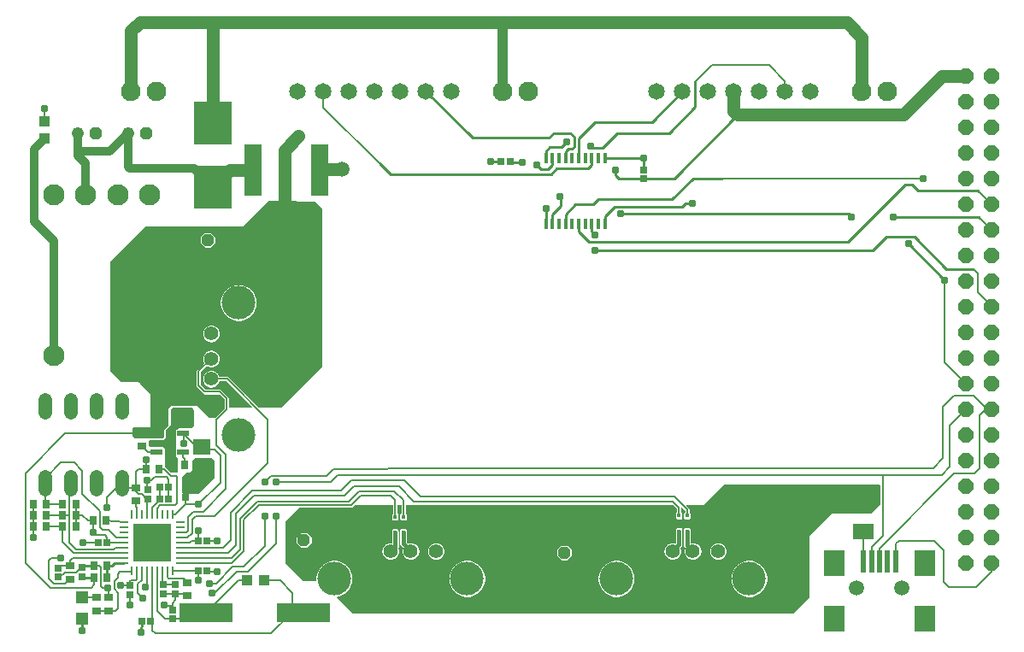
<source format=gtl>
G75*
G70*
%OFA0B0*%
%FSLAX24Y24*%
%IPPOS*%
%LPD*%
%AMOC8*
5,1,8,0,0,1.08239X$1,22.5*
%
%ADD10C,0.0827*%
%ADD11OC8,0.0480*%
%ADD12C,0.0480*%
%ADD13R,0.0433X0.0394*%
%ADD14C,0.0650*%
%ADD15C,0.0760*%
%ADD16C,0.0560*%
%ADD17C,0.1310*%
%ADD18R,0.0157X0.0177*%
%ADD19OC8,0.0600*%
%ADD20R,0.1500X0.1669*%
%ADD21R,0.0118X0.0394*%
%ADD22R,0.0256X0.0256*%
%ADD23R,0.0700X0.2000*%
%ADD24R,0.0354X0.0110*%
%ADD25R,0.0110X0.0354*%
%ADD26R,0.1457X0.1457*%
%ADD27R,0.0276X0.0354*%
%ADD28R,0.0354X0.0276*%
%ADD29R,0.2100X0.0760*%
%ADD30R,0.0394X0.0433*%
%ADD31C,0.0520*%
%ADD32R,0.0472X0.0472*%
%ADD33R,0.0709X0.0610*%
%ADD34R,0.0610X0.0709*%
%ADD35R,0.0472X0.0217*%
%ADD36R,0.0827X0.0591*%
%ADD37R,0.0197X0.0906*%
%ADD38R,0.0787X0.0984*%
%ADD39C,0.0594*%
%ADD40C,0.0310*%
%ADD41C,0.0500*%
%ADD42C,0.0100*%
%ADD43C,0.0080*%
%ADD44C,0.0004*%
%ADD45C,0.0160*%
%ADD46C,0.0591*%
%ADD47C,0.0320*%
%ADD48C,0.0400*%
D10*
X002047Y012898D03*
X005797Y012898D03*
X005797Y019148D03*
X004547Y019148D03*
X003297Y019148D03*
X002047Y019148D03*
D11*
X003680Y021565D03*
X005649Y021565D03*
X008055Y017387D03*
X011807Y005683D03*
X021957Y005191D03*
D12*
X022657Y005191D03*
X011807Y004983D03*
X008055Y016687D03*
X004949Y021565D03*
X002980Y021565D03*
D13*
X001704Y021333D03*
X001704Y022002D03*
D14*
X011574Y023183D03*
X012574Y023183D03*
X013574Y023183D03*
X014574Y023183D03*
X015574Y023183D03*
X016574Y023183D03*
X017574Y023183D03*
X025574Y023183D03*
X026574Y023183D03*
X027574Y023183D03*
X028574Y023183D03*
X029574Y023183D03*
X030574Y023183D03*
X031574Y023183D03*
D15*
X033574Y023183D03*
X034574Y023183D03*
X020574Y023183D03*
X019574Y023183D03*
X006074Y023183D03*
X005074Y023183D03*
D16*
X008186Y013739D03*
X008186Y012759D03*
X008186Y011969D03*
X008186Y010989D03*
X014199Y005253D03*
X015179Y005253D03*
X015969Y005253D03*
X016949Y005253D03*
X025199Y005253D03*
X026179Y005253D03*
X026969Y005253D03*
X027949Y005253D03*
D17*
X029159Y004183D03*
X023989Y004183D03*
X018159Y004183D03*
X012989Y004183D03*
X009256Y009779D03*
X009256Y014949D03*
D18*
X015366Y006595D03*
X015681Y006595D03*
X015681Y005984D03*
X015366Y005984D03*
X026429Y006028D03*
X026744Y006028D03*
X026744Y006638D03*
X026429Y006638D03*
D19*
X037634Y006782D03*
X038634Y006782D03*
X038634Y005782D03*
X037634Y005782D03*
X037634Y004782D03*
X038634Y004782D03*
X038634Y007782D03*
X037634Y007782D03*
X037634Y008782D03*
X038634Y008782D03*
X038634Y009782D03*
X037634Y009782D03*
X037634Y010782D03*
X038634Y010782D03*
X038634Y011782D03*
X037634Y011782D03*
X037634Y012782D03*
X038634Y012782D03*
X038634Y013782D03*
X037634Y013782D03*
X037634Y014782D03*
X038634Y014782D03*
X038634Y015782D03*
X037634Y015782D03*
X037634Y016782D03*
X038634Y016782D03*
X038634Y017782D03*
X037634Y017782D03*
X037634Y018782D03*
X038634Y018782D03*
X038634Y019782D03*
X037634Y019782D03*
X037634Y020782D03*
X038634Y020782D03*
X038634Y021782D03*
X038634Y022782D03*
X037634Y022782D03*
X037634Y021782D03*
X037634Y023782D03*
X038634Y023782D03*
D20*
X008252Y021959D03*
X008252Y019447D03*
D21*
X021244Y020581D03*
X021500Y020581D03*
X021756Y020581D03*
X022011Y020581D03*
X022267Y020581D03*
X022523Y020581D03*
X022779Y020581D03*
X023035Y020581D03*
X023291Y020581D03*
X023547Y020581D03*
X023547Y018022D03*
X023291Y018022D03*
X023035Y018022D03*
X022779Y018022D03*
X022523Y018022D03*
X022267Y018022D03*
X022011Y018022D03*
X021756Y018022D03*
X021500Y018022D03*
X021244Y018022D03*
D22*
X019846Y020463D03*
X019492Y020463D03*
X025063Y020128D03*
X025063Y019774D03*
X007189Y007687D03*
X006539Y007746D03*
X006185Y007746D03*
X005712Y007648D03*
X005712Y007293D03*
X006185Y007274D03*
X006539Y007274D03*
X007189Y007333D03*
X007681Y005660D03*
X008035Y005660D03*
X008035Y004478D03*
X007681Y004478D03*
X006795Y003947D03*
X006795Y003593D03*
X006323Y003593D03*
X006323Y003947D03*
X006677Y002963D03*
X006677Y002608D03*
X005830Y002510D03*
X005476Y002510D03*
X005023Y003553D03*
X005023Y003908D03*
X003173Y004262D03*
X003173Y004616D03*
X002228Y004597D03*
X002228Y004242D03*
X003783Y005581D03*
X004137Y005581D03*
D23*
X009821Y020132D03*
X012421Y020132D03*
D24*
X006992Y006368D03*
X006992Y006171D03*
X006992Y005974D03*
X006992Y005778D03*
X006992Y005581D03*
X006992Y005384D03*
X006992Y005187D03*
X006992Y004990D03*
X006992Y004793D03*
X004787Y004793D03*
X004787Y004990D03*
X004787Y005187D03*
X004787Y005384D03*
X004787Y005581D03*
X004787Y005778D03*
X004787Y005974D03*
X004787Y006171D03*
X004787Y006368D03*
D25*
X005102Y006683D03*
X005299Y006683D03*
X005496Y006683D03*
X005693Y006683D03*
X005889Y006683D03*
X006086Y006683D03*
X006283Y006683D03*
X006480Y006683D03*
X006677Y006683D03*
X006677Y004478D03*
X006480Y004478D03*
X006283Y004478D03*
X006086Y004478D03*
X005889Y004478D03*
X005693Y004478D03*
X005496Y004478D03*
X005299Y004478D03*
X005102Y004478D03*
D26*
X005889Y005581D03*
D27*
X004137Y004675D03*
X003626Y004675D03*
X003626Y004203D03*
X004137Y004203D03*
X004098Y006447D03*
X003586Y006447D03*
X002917Y006663D03*
X002917Y006230D03*
X002405Y006230D03*
X002405Y006663D03*
X001756Y006663D03*
X001756Y006230D03*
X001244Y006230D03*
X001244Y006663D03*
X001244Y007097D03*
X001756Y007097D03*
X002405Y007097D03*
X002917Y007097D03*
X005653Y008435D03*
X006165Y008435D03*
X006657Y008612D03*
X007169Y008612D03*
D28*
X005496Y009341D03*
X005496Y009852D03*
X005260Y007726D03*
X005260Y007215D03*
X002700Y004675D03*
X002700Y004163D03*
X003724Y003435D03*
X004197Y003435D03*
X004197Y002923D03*
X003724Y002923D03*
X007267Y003514D03*
X007267Y004026D03*
D29*
X008005Y002864D03*
X011805Y002864D03*
D30*
X010260Y004104D03*
X009590Y004104D03*
D31*
X004712Y007640D02*
X004712Y008160D01*
X003712Y008160D02*
X003712Y007640D01*
X002712Y007640D02*
X002712Y008160D01*
X001712Y008160D02*
X001712Y007640D01*
X001712Y010640D02*
X001712Y011160D01*
X002712Y011160D02*
X002712Y010640D01*
X003712Y010640D02*
X003712Y011160D01*
X004712Y011160D02*
X004712Y010640D01*
D32*
X003173Y003435D03*
X003173Y002608D03*
D33*
X007838Y008406D03*
X007838Y009331D03*
D34*
X007041Y010463D03*
X006116Y010463D03*
D35*
X006067Y009852D03*
X006067Y009478D03*
X006067Y009104D03*
X007090Y009104D03*
X007090Y009852D03*
D36*
X033626Y007431D03*
X033626Y006014D03*
D37*
X033626Y004833D03*
X033941Y004833D03*
X034256Y004833D03*
X034571Y004833D03*
X034886Y004833D03*
D38*
X036008Y004793D03*
X036008Y002628D03*
X032504Y002628D03*
X032504Y004793D03*
D39*
X033370Y003809D03*
X035122Y003809D03*
D40*
X003173Y002156D03*
X005023Y003160D03*
X005535Y003415D03*
X005614Y003849D03*
X004669Y003927D03*
X004157Y003809D03*
X002326Y004990D03*
X003193Y005581D03*
X003586Y005994D03*
X004118Y006959D03*
X005693Y008022D03*
X005653Y008829D03*
X006598Y009203D03*
X007110Y009459D03*
X006598Y009774D03*
X007602Y007746D03*
X007681Y007077D03*
X007700Y006034D03*
X008409Y005660D03*
X008429Y004459D03*
X008114Y003986D03*
X007681Y004104D03*
X008212Y003612D03*
X006342Y003160D03*
X005456Y002077D03*
X005889Y005581D03*
X010279Y006604D03*
X010712Y006624D03*
X010732Y007943D03*
X010279Y007943D03*
X001244Y005797D03*
X021244Y018612D03*
X021795Y019085D03*
X020889Y020305D03*
X020338Y020423D03*
X019078Y020463D03*
X022071Y021211D03*
X022976Y021053D03*
X023960Y020108D03*
X025063Y020581D03*
X026952Y018809D03*
X024157Y018415D03*
X023173Y017589D03*
X023173Y016998D03*
X033173Y018297D03*
X034787Y018297D03*
X035378Y017234D03*
X036795Y015817D03*
X035968Y019793D03*
X011598Y021447D03*
X001677Y022510D03*
D41*
X005063Y023195D02*
X005074Y023183D01*
X005063Y023195D02*
X005063Y025541D01*
X005417Y025896D01*
X008212Y025896D01*
X008252Y025856D01*
X008252Y021959D01*
X008937Y020132D02*
X009821Y020132D01*
X008937Y020132D02*
X008252Y019447D01*
X009708Y017471D02*
X010220Y017471D01*
X011047Y018297D01*
X011047Y020896D01*
X011598Y021447D01*
X012436Y020148D02*
X013291Y020148D01*
X012436Y020148D02*
X012421Y020132D01*
X009708Y017471D02*
X008925Y016687D01*
X008055Y016687D01*
X005797Y014430D01*
X005797Y012898D01*
X005797Y012406D01*
X008212Y025896D02*
X019630Y025896D01*
X019574Y025841D01*
X019630Y025896D02*
X032976Y025896D01*
X033574Y025297D01*
X033574Y023183D01*
X035181Y022274D02*
X028724Y022274D01*
X028574Y022423D01*
X028574Y023183D01*
X035181Y022274D02*
X036689Y023782D01*
X037634Y023782D01*
D42*
X035535Y019557D02*
X035260Y019557D01*
X033015Y017313D01*
X022937Y017313D01*
X022523Y017726D01*
X022523Y018022D01*
X023035Y018022D02*
X023035Y017726D01*
X023173Y017589D01*
X023547Y018022D02*
X023547Y018317D01*
X023921Y018691D01*
X026559Y018691D01*
X026677Y018809D01*
X026952Y018809D01*
X026165Y018967D02*
X023291Y018967D01*
X023094Y018770D01*
X022386Y018770D01*
X022011Y018396D01*
X022011Y018022D01*
X021500Y018022D02*
X021500Y018396D01*
X021834Y018730D01*
X021834Y019045D01*
X021795Y019085D01*
X021244Y018612D02*
X021244Y018022D01*
X023173Y016998D02*
X034000Y016998D01*
X034511Y017510D01*
X035614Y017510D01*
X036874Y016250D01*
X037937Y016250D01*
X036795Y015817D02*
X035378Y017234D01*
X034787Y018297D02*
X038118Y018297D01*
X038157Y018258D01*
X038134Y019282D02*
X038094Y019321D01*
X035771Y019321D01*
X035535Y019557D01*
X033173Y018297D02*
X033055Y018415D01*
X024157Y018415D01*
X025063Y019774D02*
X025082Y019793D01*
X026244Y019793D01*
X028724Y022274D01*
X027071Y022589D02*
X026047Y021565D01*
X024039Y021565D01*
X023449Y020974D01*
X023055Y020974D01*
X022976Y021053D01*
X022523Y021349D02*
X023173Y021998D01*
X025389Y021998D01*
X026574Y023183D01*
X027071Y023534D02*
X027071Y022589D01*
X025063Y020581D02*
X023547Y020581D01*
X023035Y020581D02*
X023035Y020325D01*
X022878Y020167D01*
X021657Y020167D01*
X021441Y019951D01*
X015181Y019951D01*
X014748Y020384D01*
X016574Y023183D02*
X018389Y021368D01*
X021362Y021368D01*
X021559Y021565D01*
X022189Y021565D01*
X022346Y021408D01*
X022346Y021014D01*
X022267Y020935D01*
X022110Y020935D01*
X022011Y020837D01*
X022011Y020581D01*
X021500Y020581D02*
X021500Y020325D01*
X021323Y020148D01*
X021047Y020148D01*
X020889Y020305D01*
X021244Y020581D02*
X021244Y020856D01*
X021401Y021014D01*
X021874Y021014D01*
X022071Y021211D01*
X022523Y021349D02*
X022523Y020581D01*
X023960Y020108D02*
X023960Y019911D01*
X024078Y019793D01*
X025082Y019793D01*
X025063Y020128D02*
X025063Y020581D01*
X026165Y018967D02*
X026992Y019793D01*
X028134Y019793D01*
X020378Y020463D02*
X020338Y020423D01*
X019886Y020423D01*
X019846Y020463D01*
X019492Y020463D02*
X019078Y020463D01*
X004787Y004793D02*
X004433Y004793D01*
X004315Y004675D01*
X004137Y004675D01*
X004137Y004203D01*
X003626Y004203D02*
X003232Y004203D01*
X003173Y004262D01*
X003173Y004616D02*
X003232Y004675D01*
X003626Y004675D01*
X003173Y002608D02*
X003173Y002156D01*
X005456Y002077D02*
X005476Y002510D01*
X005830Y002510D02*
X005889Y002569D01*
X005830Y002510D02*
X005879Y002461D01*
D43*
X005889Y002569D02*
X005889Y002156D01*
X006008Y002037D01*
X010535Y002037D01*
X011362Y002864D01*
X011362Y003632D01*
X010889Y004104D01*
X010260Y004104D01*
X009590Y004104D02*
X009245Y004104D01*
X008005Y002864D01*
X008003Y002833D01*
X007998Y002803D01*
X007988Y002773D01*
X007976Y002745D01*
X007960Y002719D01*
X007941Y002694D01*
X007919Y002672D01*
X007894Y002653D01*
X007868Y002637D01*
X007840Y002625D01*
X007810Y002615D01*
X007780Y002610D01*
X007749Y002608D01*
X006677Y002608D01*
X006382Y002608D01*
X006086Y002904D01*
X006086Y004478D01*
X005889Y004478D02*
X005889Y002569D01*
X006342Y003160D02*
X006637Y003120D01*
X006677Y003160D01*
X006677Y002963D01*
X006677Y003160D02*
X006677Y003219D01*
X006795Y003337D01*
X006795Y003593D01*
X007189Y003593D01*
X007267Y003514D01*
X006795Y003593D02*
X006323Y003593D01*
X006323Y003947D02*
X006283Y003986D01*
X006283Y004478D01*
X006480Y004478D02*
X006480Y004242D01*
X006539Y004183D01*
X007110Y004183D01*
X007267Y004026D01*
X007681Y004104D02*
X007681Y004478D01*
X006677Y004478D01*
X006992Y004793D02*
X009000Y004793D01*
X009472Y005266D01*
X009472Y006467D01*
X010043Y007037D01*
X013645Y007037D01*
X014039Y007431D01*
X015181Y007431D01*
X015366Y007246D01*
X015366Y006595D01*
X015681Y006595D02*
X015681Y007246D01*
X015338Y007589D01*
X013960Y007589D01*
X013567Y007195D01*
X009984Y007195D01*
X009315Y006526D01*
X009315Y005325D01*
X008980Y004990D01*
X006992Y004990D01*
X006992Y005187D02*
X008862Y005187D01*
X009157Y005482D01*
X009157Y006723D01*
X009846Y007411D01*
X013389Y007411D01*
X013763Y007786D01*
X015515Y007786D01*
X016106Y007195D01*
X026185Y007195D01*
X026429Y006951D01*
X026429Y006638D01*
X026744Y006638D02*
X026744Y006872D01*
X026244Y007372D01*
X016362Y007372D01*
X015712Y008022D01*
X013665Y008022D01*
X013271Y007628D01*
X009807Y007628D01*
X008941Y006762D01*
X008941Y005679D01*
X008645Y005384D01*
X006992Y005384D01*
X006992Y005581D02*
X007346Y005581D01*
X007425Y005660D01*
X007681Y005660D01*
X007700Y005679D01*
X007700Y006034D01*
X007445Y005955D02*
X007267Y005778D01*
X006992Y005778D01*
X006992Y005974D02*
X007208Y005974D01*
X007287Y006053D01*
X007287Y006585D01*
X007484Y006782D01*
X007878Y006782D01*
X008763Y007667D01*
X008763Y009006D01*
X008389Y009380D01*
X008389Y010384D01*
X008783Y010778D01*
X008783Y011211D01*
X008527Y011467D01*
X007937Y011467D01*
X007700Y011703D01*
X007700Y012274D01*
X008186Y012759D01*
X008186Y011969D02*
X008812Y011969D01*
X010397Y010384D01*
X010397Y008691D01*
X008330Y006624D01*
X007582Y006624D01*
X007445Y006486D01*
X007445Y005955D01*
X008035Y005660D02*
X008409Y005660D01*
X009039Y004636D02*
X009472Y004636D01*
X010279Y005443D01*
X010279Y006604D01*
X010712Y006624D02*
X010712Y005561D01*
X009610Y004459D01*
X009177Y004459D01*
X008330Y003612D01*
X008212Y003612D01*
X008114Y003986D02*
X008389Y003986D01*
X009039Y004636D01*
X008429Y004459D02*
X008055Y004459D01*
X008035Y004478D01*
X006795Y003947D02*
X006323Y003947D01*
X005693Y003927D02*
X005614Y003849D01*
X005693Y003927D02*
X005693Y004478D01*
X005496Y004478D02*
X005496Y004124D01*
X005338Y003967D01*
X005338Y003612D01*
X005535Y003415D01*
X005023Y003553D02*
X005023Y003160D01*
X004551Y003022D02*
X004551Y003632D01*
X004413Y003770D01*
X004413Y004085D01*
X004551Y004223D01*
X004551Y004360D01*
X004630Y004439D01*
X005063Y004439D01*
X005102Y004478D01*
X005299Y004478D02*
X005299Y004163D01*
X005260Y004124D01*
X005063Y004124D01*
X005023Y004085D01*
X005023Y003908D01*
X005004Y003927D01*
X004669Y003927D01*
X004197Y003770D02*
X004197Y003435D01*
X004197Y003770D02*
X004157Y003809D01*
X004137Y003829D01*
X003941Y003829D01*
X003882Y003888D01*
X003882Y004616D01*
X003823Y004675D01*
X003626Y004675D01*
X003173Y004616D02*
X003114Y004616D01*
X002917Y004419D01*
X002484Y004419D01*
X002267Y004203D01*
X002228Y004242D01*
X002051Y003986D02*
X001854Y004183D01*
X001854Y004892D01*
X001952Y004990D01*
X002326Y004990D01*
X002307Y004675D02*
X002700Y004675D01*
X002700Y004892D01*
X002799Y004990D01*
X004787Y004990D01*
X004787Y005187D02*
X004511Y005187D01*
X004492Y005167D01*
X002838Y005167D01*
X002405Y005600D01*
X002405Y006230D01*
X001756Y006230D01*
X001756Y006663D02*
X002405Y006663D01*
X002661Y006663D01*
X002661Y007849D01*
X002712Y007900D01*
X003173Y007490D02*
X003173Y008396D01*
X002858Y008711D01*
X002326Y008711D01*
X001712Y008097D01*
X001712Y007900D01*
X001712Y007140D01*
X001756Y007097D01*
X002405Y007097D01*
X002661Y006663D02*
X002661Y005581D01*
X002917Y005325D01*
X004393Y005325D01*
X004452Y005384D01*
X004787Y005384D01*
X004787Y005581D02*
X004137Y005581D01*
X004137Y005797D01*
X004059Y005876D01*
X003704Y005876D01*
X003586Y005994D01*
X003586Y006447D01*
X003389Y006447D01*
X003173Y006663D01*
X002917Y006663D01*
X002917Y006230D01*
X002917Y006663D02*
X002917Y007097D01*
X003173Y007490D02*
X003842Y006821D01*
X003842Y006171D01*
X003941Y006073D01*
X004197Y006073D01*
X004492Y005778D01*
X004787Y005778D01*
X004787Y006368D02*
X004098Y006447D01*
X004118Y006959D02*
X004118Y007333D01*
X004685Y007900D01*
X004712Y007900D01*
X004886Y007726D01*
X005260Y007726D01*
X005260Y008337D01*
X005358Y008435D01*
X005653Y008435D01*
X005653Y008829D01*
X005732Y009104D02*
X005496Y009341D01*
X005732Y009104D02*
X006067Y009104D01*
X006086Y009459D02*
X006598Y009459D01*
X006657Y009400D01*
X006657Y008612D01*
X006362Y008435D02*
X006165Y008435D01*
X006362Y008435D02*
X006618Y008179D01*
X006834Y008179D01*
X006874Y008140D01*
X006874Y007116D01*
X006795Y007037D01*
X006204Y007037D01*
X006086Y006919D01*
X006086Y006683D01*
X005889Y006683D02*
X005889Y006959D01*
X006185Y007254D01*
X006185Y007274D01*
X006185Y007746D01*
X006539Y007746D02*
X006539Y008041D01*
X006441Y008140D01*
X005988Y008140D01*
X005870Y008022D01*
X005693Y008022D01*
X005693Y007667D01*
X005712Y007648D01*
X005614Y007372D02*
X005712Y007293D01*
X005693Y007274D01*
X005693Y006683D01*
X005299Y006683D02*
X005299Y006959D01*
X005260Y006998D01*
X005260Y007215D01*
X005358Y007471D02*
X005476Y007471D01*
X005653Y007293D01*
X005712Y007293D01*
X005358Y007471D02*
X005260Y007569D01*
X005260Y007726D01*
X006539Y007746D02*
X006539Y007274D01*
X006795Y006683D02*
X007189Y007077D01*
X007189Y007097D01*
X007208Y007077D01*
X007681Y007077D01*
X007700Y007077D01*
X008547Y007923D01*
X008547Y008967D01*
X008311Y009203D01*
X008035Y009203D01*
X007907Y009331D01*
X007838Y009331D01*
X007612Y009331D01*
X007090Y009852D01*
X007110Y009833D01*
X007110Y009459D01*
X007090Y009104D02*
X007090Y008927D01*
X007169Y008849D01*
X007169Y008612D01*
X006598Y009459D02*
X006598Y009774D01*
X006598Y010020D01*
X007041Y010463D01*
X006116Y010463D02*
X006116Y009852D01*
X006067Y009852D01*
X005496Y009852D01*
X002504Y009852D01*
X000949Y008297D01*
X000949Y004793D01*
X001913Y003829D01*
X003508Y003829D01*
X003626Y003947D01*
X003626Y004203D01*
X003724Y003435D02*
X003173Y003435D01*
X003724Y002923D02*
X004197Y002923D01*
X004452Y002923D01*
X004551Y003022D01*
X002700Y004163D02*
X002504Y003986D01*
X002051Y003986D01*
X002228Y004597D02*
X002307Y004675D01*
X003193Y005581D02*
X003783Y005581D01*
X001244Y005797D02*
X001244Y006230D01*
X001244Y006663D01*
X001244Y007097D01*
X006067Y009478D02*
X006086Y009459D01*
X007189Y007333D02*
X007189Y007097D01*
X006795Y006683D02*
X006677Y006683D01*
X010279Y007943D02*
X010535Y008199D01*
X012700Y008199D01*
X012956Y008455D01*
X015043Y008455D01*
X015082Y008494D01*
X036342Y008494D01*
X036736Y008888D01*
X036736Y010896D01*
X037149Y011309D01*
X037937Y011309D01*
X038464Y010782D01*
X038634Y010782D01*
X038393Y010782D01*
X038153Y010541D01*
X038153Y008474D01*
X037956Y008278D01*
X037169Y008278D01*
X034256Y005364D01*
X034256Y004833D01*
X033941Y004833D02*
X033941Y005404D01*
X034393Y005856D01*
X034393Y008219D01*
X036677Y008219D01*
X036992Y008534D01*
X036992Y010140D01*
X037634Y010782D01*
X037634Y011782D02*
X036795Y012620D01*
X036795Y015817D01*
X037937Y016250D02*
X038094Y016093D01*
X038094Y015345D01*
X038634Y014805D01*
X038634Y014782D01*
X038634Y017782D02*
X038157Y018258D01*
X038634Y018782D02*
X038134Y019282D01*
X035968Y019793D02*
X028134Y019793D01*
X030574Y023183D02*
X030574Y023573D01*
X029945Y024203D01*
X027740Y024203D01*
X027071Y023534D01*
X014748Y020384D02*
X012574Y022557D01*
X012574Y023183D01*
X001677Y022510D02*
X001677Y022030D01*
X001704Y022002D01*
X013134Y008219D02*
X034393Y008219D01*
X033626Y006014D02*
X033626Y004833D01*
X034886Y004833D02*
X034905Y004852D01*
X034905Y005541D01*
X035023Y005660D01*
X036382Y005660D01*
X036756Y005286D01*
X036756Y004065D01*
X036972Y003849D01*
X038035Y003849D01*
X038634Y004447D01*
X038634Y004782D01*
X013134Y008219D02*
X012858Y007943D01*
X010732Y007943D01*
X011362Y002864D02*
X011805Y002864D01*
D44*
X013102Y003466D02*
X013132Y003466D01*
X013396Y003575D01*
X013597Y003777D01*
X013706Y004041D01*
X013706Y004326D01*
X013597Y004589D01*
X013396Y004791D01*
X013132Y004900D01*
X012847Y004900D01*
X012583Y004791D01*
X012382Y004589D01*
X012273Y004326D01*
X012273Y004124D01*
X011756Y004124D01*
X011086Y004793D01*
X011086Y006388D01*
X011634Y006936D01*
X013603Y006936D01*
X013688Y006936D01*
X015264Y006936D01*
X015264Y006934D02*
X011632Y006934D01*
X011630Y006931D02*
X015264Y006931D01*
X015264Y006929D02*
X011627Y006929D01*
X011625Y006927D02*
X015264Y006927D01*
X015264Y006924D02*
X011622Y006924D01*
X011620Y006922D02*
X015264Y006922D01*
X015264Y006919D02*
X011618Y006919D01*
X011615Y006917D02*
X015264Y006917D01*
X015264Y006914D02*
X011613Y006914D01*
X011610Y006912D02*
X015264Y006912D01*
X015264Y006909D02*
X011608Y006909D01*
X011605Y006907D02*
X015264Y006907D01*
X015264Y006904D02*
X011603Y006904D01*
X011600Y006902D02*
X015264Y006902D01*
X015264Y006899D02*
X011598Y006899D01*
X011595Y006897D02*
X015264Y006897D01*
X015264Y006894D02*
X011593Y006894D01*
X011590Y006892D02*
X015264Y006892D01*
X015264Y006889D02*
X011588Y006889D01*
X011585Y006887D02*
X015264Y006887D01*
X015264Y006884D02*
X011583Y006884D01*
X011580Y006882D02*
X015264Y006882D01*
X015264Y006879D02*
X011578Y006879D01*
X011575Y006877D02*
X015264Y006877D01*
X015264Y006874D02*
X011573Y006874D01*
X011570Y006872D02*
X015264Y006872D01*
X015264Y006869D02*
X011568Y006869D01*
X011565Y006867D02*
X015264Y006867D01*
X015264Y006865D02*
X011563Y006865D01*
X011560Y006862D02*
X015264Y006862D01*
X015264Y006860D02*
X011558Y006860D01*
X011556Y006857D02*
X015264Y006857D01*
X015264Y006855D02*
X011553Y006855D01*
X011551Y006852D02*
X015264Y006852D01*
X015264Y006850D02*
X011548Y006850D01*
X011546Y006847D02*
X015264Y006847D01*
X015264Y006845D02*
X011543Y006845D01*
X011541Y006842D02*
X015264Y006842D01*
X015264Y006840D02*
X011538Y006840D01*
X011536Y006837D02*
X015264Y006837D01*
X015264Y006835D02*
X011533Y006835D01*
X011531Y006832D02*
X015264Y006832D01*
X015264Y006830D02*
X011528Y006830D01*
X011526Y006827D02*
X015264Y006827D01*
X015264Y006825D02*
X011523Y006825D01*
X011521Y006822D02*
X015264Y006822D01*
X015264Y006820D02*
X011518Y006820D01*
X011516Y006817D02*
X015264Y006817D01*
X015264Y006815D02*
X011513Y006815D01*
X011511Y006812D02*
X015264Y006812D01*
X015264Y006810D02*
X011508Y006810D01*
X011506Y006807D02*
X015264Y006807D01*
X015264Y006805D02*
X011503Y006805D01*
X011501Y006803D02*
X015264Y006803D01*
X015264Y006800D02*
X011498Y006800D01*
X011496Y006798D02*
X015264Y006798D01*
X015264Y006795D02*
X011494Y006795D01*
X011491Y006793D02*
X015264Y006793D01*
X015264Y006790D02*
X011489Y006790D01*
X011486Y006788D02*
X015264Y006788D01*
X015264Y006785D02*
X011484Y006785D01*
X011481Y006783D02*
X015264Y006783D01*
X015264Y006780D02*
X011479Y006780D01*
X011476Y006778D02*
X015264Y006778D01*
X015264Y006775D02*
X011474Y006775D01*
X011471Y006773D02*
X015264Y006773D01*
X015264Y006770D02*
X011469Y006770D01*
X011466Y006768D02*
X015264Y006768D01*
X015264Y006765D02*
X011464Y006765D01*
X011461Y006763D02*
X015264Y006763D01*
X015264Y006760D02*
X011459Y006760D01*
X011456Y006758D02*
X015264Y006758D01*
X015264Y006755D02*
X011454Y006755D01*
X011451Y006753D02*
X015264Y006753D01*
X015264Y006750D02*
X011449Y006750D01*
X011446Y006748D02*
X015264Y006748D01*
X015264Y006745D02*
X011444Y006745D01*
X011441Y006743D02*
X015259Y006743D01*
X015261Y006745D02*
X015225Y006709D01*
X015225Y006480D01*
X015261Y006444D01*
X015470Y006444D01*
X015506Y006480D01*
X015540Y006480D01*
X015576Y006444D01*
X015785Y006444D01*
X015821Y006480D01*
X032104Y006480D01*
X032106Y006483D02*
X015821Y006483D01*
X015821Y006485D02*
X032109Y006485D01*
X032111Y006488D02*
X026848Y006488D01*
X026848Y006487D02*
X026884Y006524D01*
X026884Y006752D01*
X026848Y006788D01*
X026846Y006788D01*
X026846Y006914D01*
X034073Y006914D01*
X034071Y006912D02*
X026846Y006912D01*
X026846Y006914D02*
X026786Y006974D01*
X026723Y007037D01*
X027386Y007037D01*
X028212Y007864D01*
X034197Y007864D01*
X034256Y007805D01*
X034256Y007097D01*
X033921Y006762D01*
X032386Y006762D01*
X031500Y005876D01*
X031500Y003474D01*
X030889Y002864D01*
X013704Y002864D01*
X013102Y003466D01*
X013105Y003464D02*
X031489Y003464D01*
X031487Y003462D02*
X013107Y003462D01*
X013110Y003459D02*
X031484Y003459D01*
X031482Y003457D02*
X013112Y003457D01*
X013115Y003454D02*
X031479Y003454D01*
X031477Y003452D02*
X013117Y003452D01*
X013120Y003449D02*
X031474Y003449D01*
X031472Y003447D02*
X013122Y003447D01*
X013124Y003444D02*
X031469Y003444D01*
X031467Y003442D02*
X013127Y003442D01*
X013129Y003439D02*
X031464Y003439D01*
X031462Y003437D02*
X013132Y003437D01*
X013134Y003434D02*
X031459Y003434D01*
X031457Y003432D02*
X013137Y003432D01*
X013139Y003429D02*
X031454Y003429D01*
X031452Y003427D02*
X013142Y003427D01*
X013144Y003424D02*
X031450Y003424D01*
X031447Y003422D02*
X013147Y003422D01*
X013149Y003419D02*
X031445Y003419D01*
X031442Y003417D02*
X013152Y003417D01*
X013154Y003414D02*
X031440Y003414D01*
X031437Y003412D02*
X013157Y003412D01*
X013159Y003409D02*
X031435Y003409D01*
X031432Y003407D02*
X013162Y003407D01*
X013164Y003404D02*
X031430Y003404D01*
X031427Y003402D02*
X013167Y003402D01*
X013169Y003400D02*
X031425Y003400D01*
X031422Y003397D02*
X013172Y003397D01*
X013174Y003395D02*
X031420Y003395D01*
X031417Y003392D02*
X013177Y003392D01*
X013179Y003390D02*
X031415Y003390D01*
X031412Y003387D02*
X013182Y003387D01*
X013184Y003385D02*
X031410Y003385D01*
X031407Y003382D02*
X013186Y003382D01*
X013189Y003380D02*
X031405Y003380D01*
X031402Y003377D02*
X013191Y003377D01*
X013194Y003375D02*
X031400Y003375D01*
X031397Y003372D02*
X013196Y003372D01*
X013199Y003370D02*
X031395Y003370D01*
X031392Y003367D02*
X013201Y003367D01*
X013204Y003365D02*
X031390Y003365D01*
X031388Y003362D02*
X013206Y003362D01*
X013209Y003360D02*
X031385Y003360D01*
X031383Y003357D02*
X013211Y003357D01*
X013214Y003355D02*
X031380Y003355D01*
X031378Y003352D02*
X013216Y003352D01*
X013219Y003350D02*
X031375Y003350D01*
X031373Y003347D02*
X013221Y003347D01*
X013224Y003345D02*
X031370Y003345D01*
X031368Y003342D02*
X013226Y003342D01*
X013229Y003340D02*
X031365Y003340D01*
X031363Y003338D02*
X013231Y003338D01*
X013234Y003335D02*
X031360Y003335D01*
X031358Y003333D02*
X013236Y003333D01*
X013239Y003330D02*
X031355Y003330D01*
X031353Y003328D02*
X013241Y003328D01*
X013244Y003325D02*
X031350Y003325D01*
X031348Y003323D02*
X013246Y003323D01*
X013249Y003320D02*
X031345Y003320D01*
X031343Y003318D02*
X013251Y003318D01*
X013253Y003315D02*
X031340Y003315D01*
X031338Y003313D02*
X013256Y003313D01*
X013258Y003310D02*
X031335Y003310D01*
X031333Y003308D02*
X013261Y003308D01*
X013263Y003305D02*
X031330Y003305D01*
X031328Y003303D02*
X013266Y003303D01*
X013268Y003300D02*
X031326Y003300D01*
X031323Y003298D02*
X013271Y003298D01*
X013273Y003295D02*
X031321Y003295D01*
X031318Y003293D02*
X013276Y003293D01*
X013278Y003290D02*
X031316Y003290D01*
X031313Y003288D02*
X013281Y003288D01*
X013283Y003285D02*
X031311Y003285D01*
X031308Y003283D02*
X013286Y003283D01*
X013288Y003280D02*
X031306Y003280D01*
X031303Y003278D02*
X013291Y003278D01*
X013293Y003276D02*
X031301Y003276D01*
X031298Y003273D02*
X013296Y003273D01*
X013298Y003271D02*
X031296Y003271D01*
X031293Y003268D02*
X013301Y003268D01*
X013303Y003266D02*
X031291Y003266D01*
X031288Y003263D02*
X013306Y003263D01*
X013308Y003261D02*
X031286Y003261D01*
X031283Y003258D02*
X013311Y003258D01*
X013313Y003256D02*
X031281Y003256D01*
X031278Y003253D02*
X013315Y003253D01*
X013318Y003251D02*
X031276Y003251D01*
X031273Y003248D02*
X013320Y003248D01*
X013323Y003246D02*
X031271Y003246D01*
X031268Y003243D02*
X013325Y003243D01*
X013328Y003241D02*
X031266Y003241D01*
X031264Y003238D02*
X013330Y003238D01*
X013333Y003236D02*
X031261Y003236D01*
X031259Y003233D02*
X013335Y003233D01*
X013338Y003231D02*
X031256Y003231D01*
X031254Y003228D02*
X013340Y003228D01*
X013343Y003226D02*
X031251Y003226D01*
X031249Y003223D02*
X013345Y003223D01*
X013348Y003221D02*
X031246Y003221D01*
X031244Y003218D02*
X013350Y003218D01*
X013353Y003216D02*
X031241Y003216D01*
X031239Y003214D02*
X013355Y003214D01*
X013358Y003211D02*
X031236Y003211D01*
X031234Y003209D02*
X013360Y003209D01*
X013363Y003206D02*
X031231Y003206D01*
X031229Y003204D02*
X013365Y003204D01*
X013368Y003201D02*
X031226Y003201D01*
X031224Y003199D02*
X013370Y003199D01*
X013373Y003196D02*
X031221Y003196D01*
X031219Y003194D02*
X013375Y003194D01*
X013377Y003191D02*
X031216Y003191D01*
X031214Y003189D02*
X013380Y003189D01*
X013382Y003186D02*
X031211Y003186D01*
X031209Y003184D02*
X013385Y003184D01*
X013387Y003181D02*
X031206Y003181D01*
X031204Y003179D02*
X013390Y003179D01*
X013392Y003176D02*
X031201Y003176D01*
X031199Y003174D02*
X013395Y003174D01*
X013397Y003171D02*
X031197Y003171D01*
X031194Y003169D02*
X013400Y003169D01*
X013402Y003166D02*
X031192Y003166D01*
X031189Y003164D02*
X013405Y003164D01*
X013407Y003161D02*
X031187Y003161D01*
X031184Y003159D02*
X013410Y003159D01*
X013412Y003156D02*
X031182Y003156D01*
X031179Y003154D02*
X013415Y003154D01*
X013417Y003151D02*
X031177Y003151D01*
X031174Y003149D02*
X013420Y003149D01*
X013422Y003147D02*
X031172Y003147D01*
X031169Y003144D02*
X013425Y003144D01*
X013427Y003142D02*
X031167Y003142D01*
X031164Y003139D02*
X013430Y003139D01*
X013432Y003137D02*
X031162Y003137D01*
X031159Y003134D02*
X013435Y003134D01*
X013437Y003132D02*
X031157Y003132D01*
X031154Y003129D02*
X013439Y003129D01*
X013442Y003127D02*
X031152Y003127D01*
X031149Y003124D02*
X013444Y003124D01*
X013447Y003122D02*
X031147Y003122D01*
X031144Y003119D02*
X013449Y003119D01*
X013452Y003117D02*
X031142Y003117D01*
X031139Y003114D02*
X013454Y003114D01*
X013457Y003112D02*
X031137Y003112D01*
X031135Y003109D02*
X013459Y003109D01*
X013462Y003107D02*
X031132Y003107D01*
X031130Y003104D02*
X013464Y003104D01*
X013467Y003102D02*
X031127Y003102D01*
X031125Y003099D02*
X013469Y003099D01*
X013472Y003097D02*
X031122Y003097D01*
X031120Y003094D02*
X013474Y003094D01*
X013477Y003092D02*
X031117Y003092D01*
X031115Y003089D02*
X013479Y003089D01*
X013482Y003087D02*
X031112Y003087D01*
X031110Y003085D02*
X013484Y003085D01*
X013487Y003082D02*
X031107Y003082D01*
X031105Y003080D02*
X013489Y003080D01*
X013492Y003077D02*
X031102Y003077D01*
X031100Y003075D02*
X013494Y003075D01*
X013497Y003072D02*
X031097Y003072D01*
X031095Y003070D02*
X013499Y003070D01*
X013501Y003067D02*
X031092Y003067D01*
X031090Y003065D02*
X013504Y003065D01*
X013506Y003062D02*
X031087Y003062D01*
X031085Y003060D02*
X013509Y003060D01*
X013511Y003057D02*
X031082Y003057D01*
X031080Y003055D02*
X013514Y003055D01*
X013516Y003052D02*
X031077Y003052D01*
X031075Y003050D02*
X013519Y003050D01*
X013521Y003047D02*
X031073Y003047D01*
X031070Y003045D02*
X013524Y003045D01*
X013526Y003042D02*
X031068Y003042D01*
X031065Y003040D02*
X013529Y003040D01*
X013531Y003037D02*
X031063Y003037D01*
X031060Y003035D02*
X013534Y003035D01*
X013536Y003032D02*
X031058Y003032D01*
X031055Y003030D02*
X013539Y003030D01*
X013541Y003027D02*
X031053Y003027D01*
X031050Y003025D02*
X013544Y003025D01*
X013546Y003023D02*
X031048Y003023D01*
X031045Y003020D02*
X013549Y003020D01*
X013551Y003018D02*
X031043Y003018D01*
X031040Y003015D02*
X013554Y003015D01*
X013556Y003013D02*
X031038Y003013D01*
X031035Y003010D02*
X013559Y003010D01*
X013561Y003008D02*
X031033Y003008D01*
X031030Y003005D02*
X013564Y003005D01*
X013566Y003003D02*
X031028Y003003D01*
X031025Y003000D02*
X013568Y003000D01*
X013571Y002998D02*
X031023Y002998D01*
X031020Y002995D02*
X013573Y002995D01*
X013576Y002993D02*
X031018Y002993D01*
X031015Y002990D02*
X013578Y002990D01*
X013581Y002988D02*
X031013Y002988D01*
X031011Y002985D02*
X013583Y002985D01*
X013586Y002983D02*
X031008Y002983D01*
X031006Y002980D02*
X013588Y002980D01*
X013591Y002978D02*
X031003Y002978D01*
X031001Y002975D02*
X013593Y002975D01*
X013596Y002973D02*
X030998Y002973D01*
X030996Y002970D02*
X013598Y002970D01*
X013601Y002968D02*
X030993Y002968D01*
X030991Y002965D02*
X013603Y002965D01*
X013606Y002963D02*
X030988Y002963D01*
X030986Y002961D02*
X013608Y002961D01*
X013611Y002958D02*
X030983Y002958D01*
X030981Y002956D02*
X013613Y002956D01*
X013616Y002953D02*
X030978Y002953D01*
X030976Y002951D02*
X013618Y002951D01*
X013621Y002948D02*
X030973Y002948D01*
X030971Y002946D02*
X013623Y002946D01*
X013626Y002943D02*
X030968Y002943D01*
X030966Y002941D02*
X013628Y002941D01*
X013630Y002938D02*
X030963Y002938D01*
X030961Y002936D02*
X013633Y002936D01*
X013635Y002933D02*
X030958Y002933D01*
X030956Y002931D02*
X013638Y002931D01*
X013640Y002928D02*
X030953Y002928D01*
X030951Y002926D02*
X013643Y002926D01*
X013645Y002923D02*
X030949Y002923D01*
X030946Y002921D02*
X013648Y002921D01*
X013650Y002918D02*
X030944Y002918D01*
X030941Y002916D02*
X013653Y002916D01*
X013655Y002913D02*
X030939Y002913D01*
X030936Y002911D02*
X013658Y002911D01*
X013660Y002908D02*
X030934Y002908D01*
X030931Y002906D02*
X013663Y002906D01*
X013665Y002903D02*
X030929Y002903D01*
X030926Y002901D02*
X013668Y002901D01*
X013670Y002899D02*
X030924Y002899D01*
X030921Y002896D02*
X013673Y002896D01*
X013675Y002894D02*
X030919Y002894D01*
X030916Y002891D02*
X013678Y002891D01*
X013680Y002889D02*
X030914Y002889D01*
X030911Y002886D02*
X013683Y002886D01*
X013685Y002884D02*
X030909Y002884D01*
X030906Y002881D02*
X013688Y002881D01*
X013690Y002879D02*
X030904Y002879D01*
X030901Y002876D02*
X013692Y002876D01*
X013695Y002874D02*
X030899Y002874D01*
X030896Y002871D02*
X013697Y002871D01*
X013700Y002869D02*
X030894Y002869D01*
X030891Y002866D02*
X013702Y002866D01*
X013390Y003573D02*
X017759Y003573D01*
X017765Y003571D02*
X013384Y003571D01*
X013378Y003568D02*
X017771Y003568D01*
X017777Y003566D02*
X013372Y003566D01*
X013366Y003563D02*
X017783Y003563D01*
X017789Y003561D02*
X013360Y003561D01*
X013354Y003558D02*
X017794Y003558D01*
X017800Y003556D02*
X013348Y003556D01*
X013342Y003553D02*
X017806Y003553D01*
X017812Y003551D02*
X013336Y003551D01*
X013330Y003548D02*
X017818Y003548D01*
X017824Y003546D02*
X013324Y003546D01*
X013318Y003543D02*
X017830Y003543D01*
X017836Y003541D02*
X013312Y003541D01*
X013306Y003538D02*
X017842Y003538D01*
X017848Y003536D02*
X013301Y003536D01*
X013295Y003533D02*
X017854Y003533D01*
X017860Y003531D02*
X013289Y003531D01*
X013283Y003529D02*
X017866Y003529D01*
X017872Y003526D02*
X013277Y003526D01*
X013271Y003524D02*
X017878Y003524D01*
X017884Y003521D02*
X013265Y003521D01*
X013259Y003519D02*
X017890Y003519D01*
X017896Y003516D02*
X013253Y003516D01*
X013247Y003514D02*
X017902Y003514D01*
X017908Y003511D02*
X013241Y003511D01*
X013235Y003509D02*
X017914Y003509D01*
X017920Y003506D02*
X013229Y003506D01*
X013223Y003504D02*
X017926Y003504D01*
X017932Y003501D02*
X013217Y003501D01*
X013211Y003499D02*
X017938Y003499D01*
X017944Y003496D02*
X013205Y003496D01*
X013199Y003494D02*
X017950Y003494D01*
X017956Y003491D02*
X013193Y003491D01*
X013187Y003489D02*
X017962Y003489D01*
X017968Y003486D02*
X013181Y003486D01*
X013175Y003484D02*
X017974Y003484D01*
X017980Y003481D02*
X013169Y003481D01*
X013163Y003479D02*
X017986Y003479D01*
X017992Y003476D02*
X013157Y003476D01*
X013151Y003474D02*
X017998Y003474D01*
X018004Y003471D02*
X013145Y003471D01*
X013139Y003469D02*
X018010Y003469D01*
X018016Y003466D02*
X013133Y003466D01*
X013396Y003576D02*
X017753Y003576D01*
X017753Y003575D02*
X018017Y003466D01*
X018302Y003466D01*
X018566Y003575D01*
X018767Y003777D01*
X018876Y004041D01*
X018876Y004326D01*
X018767Y004589D01*
X018566Y004791D01*
X018302Y004900D01*
X018017Y004900D01*
X017753Y004791D01*
X017552Y004589D01*
X017443Y004326D01*
X017443Y004041D01*
X017552Y003777D01*
X017753Y003575D01*
X017751Y003578D02*
X013398Y003578D01*
X013401Y003581D02*
X017748Y003581D01*
X017746Y003583D02*
X013403Y003583D01*
X013406Y003586D02*
X017743Y003586D01*
X017741Y003588D02*
X013408Y003588D01*
X013411Y003591D02*
X017738Y003591D01*
X017736Y003593D02*
X013413Y003593D01*
X013416Y003595D02*
X017733Y003595D01*
X017731Y003598D02*
X013418Y003598D01*
X013421Y003600D02*
X017728Y003600D01*
X017726Y003603D02*
X013423Y003603D01*
X013426Y003605D02*
X017723Y003605D01*
X017721Y003608D02*
X013428Y003608D01*
X013431Y003610D02*
X017718Y003610D01*
X017716Y003613D02*
X013433Y003613D01*
X013436Y003615D02*
X017713Y003615D01*
X017711Y003618D02*
X013438Y003618D01*
X013441Y003620D02*
X017708Y003620D01*
X017706Y003623D02*
X013443Y003623D01*
X013446Y003625D02*
X017703Y003625D01*
X017701Y003628D02*
X013448Y003628D01*
X013450Y003630D02*
X017698Y003630D01*
X017696Y003633D02*
X013453Y003633D01*
X013455Y003635D02*
X017694Y003635D01*
X017691Y003638D02*
X013458Y003638D01*
X013460Y003640D02*
X017689Y003640D01*
X017686Y003643D02*
X013463Y003643D01*
X013465Y003645D02*
X017684Y003645D01*
X017681Y003648D02*
X013468Y003648D01*
X013470Y003650D02*
X017679Y003650D01*
X017676Y003653D02*
X013473Y003653D01*
X013475Y003655D02*
X017674Y003655D01*
X017671Y003657D02*
X013478Y003657D01*
X013480Y003660D02*
X017669Y003660D01*
X017666Y003662D02*
X013483Y003662D01*
X013485Y003665D02*
X017664Y003665D01*
X017661Y003667D02*
X013488Y003667D01*
X013490Y003670D02*
X017659Y003670D01*
X017656Y003672D02*
X013493Y003672D01*
X013495Y003675D02*
X017654Y003675D01*
X017651Y003677D02*
X013498Y003677D01*
X013500Y003680D02*
X017649Y003680D01*
X017646Y003682D02*
X013503Y003682D01*
X013505Y003685D02*
X017644Y003685D01*
X017641Y003687D02*
X013508Y003687D01*
X013510Y003690D02*
X017639Y003690D01*
X017636Y003692D02*
X013512Y003692D01*
X013515Y003695D02*
X017634Y003695D01*
X017631Y003697D02*
X013517Y003697D01*
X013520Y003700D02*
X017629Y003700D01*
X017627Y003702D02*
X013522Y003702D01*
X013525Y003705D02*
X017624Y003705D01*
X017622Y003707D02*
X013527Y003707D01*
X013530Y003710D02*
X017619Y003710D01*
X017617Y003712D02*
X013532Y003712D01*
X013535Y003715D02*
X017614Y003715D01*
X017612Y003717D02*
X013537Y003717D01*
X013540Y003719D02*
X017609Y003719D01*
X017607Y003722D02*
X013542Y003722D01*
X013545Y003724D02*
X017604Y003724D01*
X017602Y003727D02*
X013547Y003727D01*
X013550Y003729D02*
X017599Y003729D01*
X017597Y003732D02*
X013552Y003732D01*
X013555Y003734D02*
X017594Y003734D01*
X017592Y003737D02*
X013557Y003737D01*
X013560Y003739D02*
X017589Y003739D01*
X017587Y003742D02*
X013562Y003742D01*
X013565Y003744D02*
X017584Y003744D01*
X017582Y003747D02*
X013567Y003747D01*
X013570Y003749D02*
X017579Y003749D01*
X017577Y003752D02*
X013572Y003752D01*
X013574Y003754D02*
X017574Y003754D01*
X017572Y003757D02*
X013577Y003757D01*
X013579Y003759D02*
X017569Y003759D01*
X017567Y003762D02*
X013582Y003762D01*
X013584Y003764D02*
X017565Y003764D01*
X017562Y003767D02*
X013587Y003767D01*
X013589Y003769D02*
X017560Y003769D01*
X017557Y003772D02*
X013592Y003772D01*
X013594Y003774D02*
X017555Y003774D01*
X017552Y003777D02*
X013597Y003777D01*
X013598Y003779D02*
X017551Y003779D01*
X017550Y003781D02*
X013599Y003781D01*
X013600Y003784D02*
X017549Y003784D01*
X017548Y003786D02*
X013601Y003786D01*
X013602Y003789D02*
X017547Y003789D01*
X017546Y003791D02*
X013603Y003791D01*
X013604Y003794D02*
X017545Y003794D01*
X017544Y003796D02*
X013605Y003796D01*
X013606Y003799D02*
X017543Y003799D01*
X017542Y003801D02*
X013607Y003801D01*
X013608Y003804D02*
X017541Y003804D01*
X017539Y003806D02*
X013609Y003806D01*
X013610Y003809D02*
X017538Y003809D01*
X017537Y003811D02*
X013611Y003811D01*
X013612Y003814D02*
X017536Y003814D01*
X017535Y003816D02*
X013614Y003816D01*
X013615Y003819D02*
X017534Y003819D01*
X017533Y003821D02*
X013616Y003821D01*
X013617Y003824D02*
X017532Y003824D01*
X017531Y003826D02*
X013618Y003826D01*
X013619Y003829D02*
X017530Y003829D01*
X017529Y003831D02*
X013620Y003831D01*
X013621Y003834D02*
X017528Y003834D01*
X017527Y003836D02*
X013622Y003836D01*
X013623Y003839D02*
X017526Y003839D01*
X017525Y003841D02*
X013624Y003841D01*
X013625Y003844D02*
X017524Y003844D01*
X017523Y003846D02*
X013626Y003846D01*
X013627Y003848D02*
X017522Y003848D01*
X017521Y003851D02*
X013628Y003851D01*
X013629Y003853D02*
X017520Y003853D01*
X017519Y003856D02*
X013630Y003856D01*
X013631Y003858D02*
X017518Y003858D01*
X017517Y003861D02*
X013632Y003861D01*
X013633Y003863D02*
X017516Y003863D01*
X017515Y003866D02*
X013634Y003866D01*
X013635Y003868D02*
X017514Y003868D01*
X017513Y003871D02*
X013636Y003871D01*
X013637Y003873D02*
X017512Y003873D01*
X017511Y003876D02*
X013638Y003876D01*
X013639Y003878D02*
X017510Y003878D01*
X017509Y003881D02*
X013640Y003881D01*
X013641Y003883D02*
X017508Y003883D01*
X017507Y003886D02*
X013642Y003886D01*
X013643Y003888D02*
X017506Y003888D01*
X017505Y003891D02*
X013644Y003891D01*
X013645Y003893D02*
X017504Y003893D01*
X017503Y003896D02*
X013646Y003896D01*
X013647Y003898D02*
X017501Y003898D01*
X017500Y003901D02*
X013648Y003901D01*
X013649Y003903D02*
X017499Y003903D01*
X017498Y003906D02*
X013650Y003906D01*
X013651Y003908D02*
X017497Y003908D01*
X017496Y003910D02*
X013653Y003910D01*
X013654Y003913D02*
X017495Y003913D01*
X017494Y003915D02*
X013655Y003915D01*
X013656Y003918D02*
X017493Y003918D01*
X017492Y003920D02*
X013657Y003920D01*
X013658Y003923D02*
X017491Y003923D01*
X017490Y003925D02*
X013659Y003925D01*
X013660Y003928D02*
X017489Y003928D01*
X017488Y003930D02*
X013661Y003930D01*
X013662Y003933D02*
X017487Y003933D01*
X017486Y003935D02*
X013663Y003935D01*
X013664Y003938D02*
X017485Y003938D01*
X017484Y003940D02*
X013665Y003940D01*
X013666Y003943D02*
X017483Y003943D01*
X017482Y003945D02*
X013667Y003945D01*
X013668Y003948D02*
X017481Y003948D01*
X017480Y003950D02*
X013669Y003950D01*
X013670Y003953D02*
X017479Y003953D01*
X017478Y003955D02*
X013671Y003955D01*
X013672Y003958D02*
X017477Y003958D01*
X017476Y003960D02*
X013673Y003960D01*
X013674Y003963D02*
X017475Y003963D01*
X017474Y003965D02*
X013675Y003965D01*
X013676Y003968D02*
X017473Y003968D01*
X017472Y003970D02*
X013677Y003970D01*
X013678Y003972D02*
X017471Y003972D01*
X017470Y003975D02*
X013679Y003975D01*
X013680Y003977D02*
X017469Y003977D01*
X017468Y003980D02*
X013681Y003980D01*
X013682Y003982D02*
X017467Y003982D01*
X017466Y003985D02*
X013683Y003985D01*
X013684Y003987D02*
X017465Y003987D01*
X017464Y003990D02*
X013685Y003990D01*
X013686Y003992D02*
X017462Y003992D01*
X017461Y003995D02*
X013687Y003995D01*
X013689Y003997D02*
X017460Y003997D01*
X017459Y004000D02*
X013690Y004000D01*
X013691Y004002D02*
X017458Y004002D01*
X017457Y004005D02*
X013692Y004005D01*
X013693Y004007D02*
X017456Y004007D01*
X017455Y004010D02*
X013694Y004010D01*
X013695Y004012D02*
X017454Y004012D01*
X017453Y004015D02*
X013696Y004015D01*
X013697Y004017D02*
X017452Y004017D01*
X017451Y004020D02*
X013698Y004020D01*
X013699Y004022D02*
X017450Y004022D01*
X017449Y004025D02*
X013700Y004025D01*
X013701Y004027D02*
X017448Y004027D01*
X017447Y004030D02*
X013702Y004030D01*
X013703Y004032D02*
X017446Y004032D01*
X017445Y004034D02*
X013704Y004034D01*
X013705Y004037D02*
X017444Y004037D01*
X017443Y004039D02*
X013706Y004039D01*
X013706Y004042D02*
X017443Y004042D01*
X017443Y004044D02*
X013706Y004044D01*
X013706Y004047D02*
X017443Y004047D01*
X017443Y004049D02*
X013706Y004049D01*
X013706Y004052D02*
X017443Y004052D01*
X017443Y004054D02*
X013706Y004054D01*
X013706Y004057D02*
X017443Y004057D01*
X017443Y004059D02*
X013706Y004059D01*
X013706Y004062D02*
X017443Y004062D01*
X017443Y004064D02*
X013706Y004064D01*
X013706Y004067D02*
X017443Y004067D01*
X017443Y004069D02*
X013706Y004069D01*
X013706Y004072D02*
X017443Y004072D01*
X017443Y004074D02*
X013706Y004074D01*
X013706Y004077D02*
X017443Y004077D01*
X017443Y004079D02*
X013706Y004079D01*
X013706Y004082D02*
X017443Y004082D01*
X017443Y004084D02*
X013706Y004084D01*
X013706Y004087D02*
X017443Y004087D01*
X017443Y004089D02*
X013706Y004089D01*
X013706Y004092D02*
X017443Y004092D01*
X017443Y004094D02*
X013706Y004094D01*
X013706Y004096D02*
X017443Y004096D01*
X017443Y004099D02*
X013706Y004099D01*
X013706Y004101D02*
X017443Y004101D01*
X017443Y004104D02*
X013706Y004104D01*
X013706Y004106D02*
X017443Y004106D01*
X017443Y004109D02*
X013706Y004109D01*
X013706Y004111D02*
X017443Y004111D01*
X017443Y004114D02*
X013706Y004114D01*
X013706Y004116D02*
X017443Y004116D01*
X017443Y004119D02*
X013706Y004119D01*
X013706Y004121D02*
X017443Y004121D01*
X017443Y004124D02*
X013706Y004124D01*
X013706Y004126D02*
X017443Y004126D01*
X017443Y004129D02*
X013706Y004129D01*
X013706Y004131D02*
X017443Y004131D01*
X017443Y004134D02*
X013706Y004134D01*
X013706Y004136D02*
X017443Y004136D01*
X017443Y004139D02*
X013706Y004139D01*
X013706Y004141D02*
X017443Y004141D01*
X017443Y004144D02*
X013706Y004144D01*
X013706Y004146D02*
X017443Y004146D01*
X017443Y004149D02*
X013706Y004149D01*
X013706Y004151D02*
X017443Y004151D01*
X017443Y004154D02*
X013706Y004154D01*
X013706Y004156D02*
X017443Y004156D01*
X017443Y004159D02*
X013706Y004159D01*
X013706Y004161D02*
X017443Y004161D01*
X017443Y004163D02*
X013706Y004163D01*
X013706Y004166D02*
X017443Y004166D01*
X017443Y004168D02*
X013706Y004168D01*
X013706Y004171D02*
X017443Y004171D01*
X017443Y004173D02*
X013706Y004173D01*
X013706Y004176D02*
X017443Y004176D01*
X017443Y004178D02*
X013706Y004178D01*
X013706Y004181D02*
X017443Y004181D01*
X017443Y004183D02*
X013706Y004183D01*
X013706Y004186D02*
X017443Y004186D01*
X017443Y004188D02*
X013706Y004188D01*
X013706Y004191D02*
X017443Y004191D01*
X017443Y004193D02*
X013706Y004193D01*
X013706Y004196D02*
X017443Y004196D01*
X017443Y004198D02*
X013706Y004198D01*
X013706Y004201D02*
X017443Y004201D01*
X017443Y004203D02*
X013706Y004203D01*
X013706Y004206D02*
X017443Y004206D01*
X017443Y004208D02*
X013706Y004208D01*
X013706Y004211D02*
X017443Y004211D01*
X017443Y004213D02*
X013706Y004213D01*
X013706Y004216D02*
X017443Y004216D01*
X017443Y004218D02*
X013706Y004218D01*
X013706Y004221D02*
X017443Y004221D01*
X017443Y004223D02*
X013706Y004223D01*
X013706Y004225D02*
X017443Y004225D01*
X017443Y004228D02*
X013706Y004228D01*
X013706Y004230D02*
X017443Y004230D01*
X017443Y004233D02*
X013706Y004233D01*
X013706Y004235D02*
X017443Y004235D01*
X017443Y004238D02*
X013706Y004238D01*
X013706Y004240D02*
X017443Y004240D01*
X017443Y004243D02*
X013706Y004243D01*
X013706Y004245D02*
X017443Y004245D01*
X017443Y004248D02*
X013706Y004248D01*
X013706Y004250D02*
X017443Y004250D01*
X017443Y004253D02*
X013706Y004253D01*
X013706Y004255D02*
X017443Y004255D01*
X017443Y004258D02*
X013706Y004258D01*
X013706Y004260D02*
X017443Y004260D01*
X017443Y004263D02*
X013706Y004263D01*
X013706Y004265D02*
X017443Y004265D01*
X017443Y004268D02*
X013706Y004268D01*
X013706Y004270D02*
X017443Y004270D01*
X017443Y004273D02*
X013706Y004273D01*
X013706Y004275D02*
X017443Y004275D01*
X017443Y004278D02*
X013706Y004278D01*
X013706Y004280D02*
X017443Y004280D01*
X017443Y004283D02*
X013706Y004283D01*
X013706Y004285D02*
X017443Y004285D01*
X017443Y004287D02*
X013706Y004287D01*
X013706Y004290D02*
X017443Y004290D01*
X017443Y004292D02*
X013706Y004292D01*
X013706Y004295D02*
X017443Y004295D01*
X017443Y004297D02*
X013706Y004297D01*
X013706Y004300D02*
X017443Y004300D01*
X017443Y004302D02*
X013706Y004302D01*
X013706Y004305D02*
X017443Y004305D01*
X017443Y004307D02*
X013706Y004307D01*
X013706Y004310D02*
X017443Y004310D01*
X017443Y004312D02*
X013706Y004312D01*
X013706Y004315D02*
X017443Y004315D01*
X017443Y004317D02*
X013706Y004317D01*
X013706Y004320D02*
X017443Y004320D01*
X017443Y004322D02*
X013706Y004322D01*
X013706Y004325D02*
X017443Y004325D01*
X017443Y004327D02*
X013706Y004327D01*
X013705Y004330D02*
X017444Y004330D01*
X017445Y004332D02*
X013704Y004332D01*
X013703Y004335D02*
X017446Y004335D01*
X017447Y004337D02*
X013702Y004337D01*
X013701Y004340D02*
X017448Y004340D01*
X017449Y004342D02*
X013700Y004342D01*
X013699Y004345D02*
X017450Y004345D01*
X017451Y004347D02*
X013698Y004347D01*
X013697Y004349D02*
X017452Y004349D01*
X017453Y004352D02*
X013696Y004352D01*
X013695Y004354D02*
X017454Y004354D01*
X017455Y004357D02*
X013694Y004357D01*
X013692Y004359D02*
X017456Y004359D01*
X017458Y004362D02*
X013691Y004362D01*
X013690Y004364D02*
X017459Y004364D01*
X017460Y004367D02*
X013689Y004367D01*
X013688Y004369D02*
X017461Y004369D01*
X017462Y004372D02*
X013687Y004372D01*
X013686Y004374D02*
X017463Y004374D01*
X017464Y004377D02*
X013685Y004377D01*
X013684Y004379D02*
X017465Y004379D01*
X017466Y004382D02*
X013683Y004382D01*
X013682Y004384D02*
X017467Y004384D01*
X017468Y004387D02*
X013681Y004387D01*
X013680Y004389D02*
X017469Y004389D01*
X017470Y004392D02*
X013679Y004392D01*
X013678Y004394D02*
X017471Y004394D01*
X017472Y004397D02*
X013677Y004397D01*
X013676Y004399D02*
X017473Y004399D01*
X017474Y004402D02*
X013675Y004402D01*
X013674Y004404D02*
X017475Y004404D01*
X017476Y004407D02*
X013673Y004407D01*
X013672Y004409D02*
X017477Y004409D01*
X017478Y004411D02*
X013671Y004411D01*
X013670Y004414D02*
X017479Y004414D01*
X017480Y004416D02*
X013669Y004416D01*
X013668Y004419D02*
X017481Y004419D01*
X017482Y004421D02*
X013667Y004421D01*
X013666Y004424D02*
X017483Y004424D01*
X017484Y004426D02*
X013665Y004426D01*
X013664Y004429D02*
X017485Y004429D01*
X017486Y004431D02*
X013663Y004431D01*
X013662Y004434D02*
X017487Y004434D01*
X017488Y004436D02*
X013661Y004436D01*
X013660Y004439D02*
X017489Y004439D01*
X017490Y004441D02*
X013659Y004441D01*
X013658Y004444D02*
X017491Y004444D01*
X017492Y004446D02*
X013657Y004446D01*
X013656Y004449D02*
X017493Y004449D01*
X017494Y004451D02*
X013654Y004451D01*
X013653Y004454D02*
X017496Y004454D01*
X017497Y004456D02*
X013652Y004456D01*
X013651Y004459D02*
X017498Y004459D01*
X017499Y004461D02*
X013650Y004461D01*
X013649Y004464D02*
X017500Y004464D01*
X017501Y004466D02*
X013648Y004466D01*
X013647Y004469D02*
X017502Y004469D01*
X017503Y004471D02*
X013646Y004471D01*
X013645Y004474D02*
X017504Y004474D01*
X017505Y004476D02*
X013644Y004476D01*
X013643Y004478D02*
X017506Y004478D01*
X017507Y004481D02*
X013642Y004481D01*
X013641Y004483D02*
X017508Y004483D01*
X017509Y004486D02*
X013640Y004486D01*
X013639Y004488D02*
X017510Y004488D01*
X017511Y004491D02*
X013638Y004491D01*
X013637Y004493D02*
X017512Y004493D01*
X017513Y004496D02*
X013636Y004496D01*
X013635Y004498D02*
X017514Y004498D01*
X017515Y004501D02*
X013634Y004501D01*
X013633Y004503D02*
X017516Y004503D01*
X017517Y004506D02*
X013632Y004506D01*
X013631Y004508D02*
X017518Y004508D01*
X017519Y004511D02*
X013630Y004511D01*
X013629Y004513D02*
X017520Y004513D01*
X017521Y004516D02*
X013628Y004516D01*
X013627Y004518D02*
X017522Y004518D01*
X017523Y004521D02*
X013626Y004521D01*
X013625Y004523D02*
X017524Y004523D01*
X017525Y004526D02*
X013624Y004526D01*
X013623Y004528D02*
X017526Y004528D01*
X017527Y004531D02*
X013622Y004531D01*
X013621Y004533D02*
X017528Y004533D01*
X017529Y004536D02*
X013620Y004536D01*
X013619Y004538D02*
X017530Y004538D01*
X017531Y004540D02*
X013618Y004540D01*
X013616Y004543D02*
X017532Y004543D01*
X017534Y004545D02*
X013615Y004545D01*
X013614Y004548D02*
X017535Y004548D01*
X017536Y004550D02*
X013613Y004550D01*
X013612Y004553D02*
X017537Y004553D01*
X017538Y004555D02*
X013611Y004555D01*
X013610Y004558D02*
X017539Y004558D01*
X017540Y004560D02*
X013609Y004560D01*
X013608Y004563D02*
X017541Y004563D01*
X017542Y004565D02*
X013607Y004565D01*
X013606Y004568D02*
X017543Y004568D01*
X017544Y004570D02*
X013605Y004570D01*
X013604Y004573D02*
X017545Y004573D01*
X017546Y004575D02*
X013603Y004575D01*
X013602Y004578D02*
X017547Y004578D01*
X017548Y004580D02*
X013601Y004580D01*
X013600Y004583D02*
X017549Y004583D01*
X017550Y004585D02*
X013599Y004585D01*
X013598Y004588D02*
X017551Y004588D01*
X017552Y004590D02*
X013596Y004590D01*
X013594Y004593D02*
X017555Y004593D01*
X017557Y004595D02*
X013591Y004595D01*
X013589Y004598D02*
X017560Y004598D01*
X017562Y004600D02*
X013587Y004600D01*
X013584Y004602D02*
X017565Y004602D01*
X017567Y004605D02*
X013582Y004605D01*
X013579Y004607D02*
X017570Y004607D01*
X017572Y004610D02*
X013577Y004610D01*
X013574Y004612D02*
X017575Y004612D01*
X017577Y004615D02*
X013572Y004615D01*
X013569Y004617D02*
X017580Y004617D01*
X017582Y004620D02*
X013567Y004620D01*
X013564Y004622D02*
X017585Y004622D01*
X017587Y004625D02*
X013562Y004625D01*
X013559Y004627D02*
X017590Y004627D01*
X017592Y004630D02*
X013557Y004630D01*
X013554Y004632D02*
X017595Y004632D01*
X017597Y004635D02*
X013552Y004635D01*
X013549Y004637D02*
X017600Y004637D01*
X017602Y004640D02*
X013547Y004640D01*
X013544Y004642D02*
X017605Y004642D01*
X017607Y004645D02*
X013542Y004645D01*
X013539Y004647D02*
X017610Y004647D01*
X017612Y004650D02*
X013537Y004650D01*
X013534Y004652D02*
X017614Y004652D01*
X017617Y004655D02*
X013532Y004655D01*
X013529Y004657D02*
X017619Y004657D01*
X017622Y004660D02*
X013527Y004660D01*
X013525Y004662D02*
X017624Y004662D01*
X017627Y004664D02*
X013522Y004664D01*
X013520Y004667D02*
X017629Y004667D01*
X017632Y004669D02*
X013517Y004669D01*
X013515Y004672D02*
X017634Y004672D01*
X017637Y004674D02*
X013512Y004674D01*
X013510Y004677D02*
X017639Y004677D01*
X017642Y004679D02*
X013507Y004679D01*
X013505Y004682D02*
X017644Y004682D01*
X017647Y004684D02*
X013502Y004684D01*
X013500Y004687D02*
X017649Y004687D01*
X017652Y004689D02*
X013497Y004689D01*
X013495Y004692D02*
X017654Y004692D01*
X017657Y004694D02*
X013492Y004694D01*
X013490Y004697D02*
X017659Y004697D01*
X017662Y004699D02*
X013487Y004699D01*
X013485Y004702D02*
X017664Y004702D01*
X017667Y004704D02*
X013482Y004704D01*
X013480Y004707D02*
X017669Y004707D01*
X017672Y004709D02*
X013477Y004709D01*
X013475Y004712D02*
X017674Y004712D01*
X017676Y004714D02*
X013472Y004714D01*
X013470Y004717D02*
X017679Y004717D01*
X017681Y004719D02*
X013467Y004719D01*
X013465Y004722D02*
X017684Y004722D01*
X017686Y004724D02*
X013463Y004724D01*
X013460Y004726D02*
X017689Y004726D01*
X017691Y004729D02*
X013458Y004729D01*
X013455Y004731D02*
X017694Y004731D01*
X017696Y004734D02*
X013453Y004734D01*
X013450Y004736D02*
X017699Y004736D01*
X017701Y004739D02*
X013448Y004739D01*
X013445Y004741D02*
X017704Y004741D01*
X017706Y004744D02*
X013443Y004744D01*
X013440Y004746D02*
X017709Y004746D01*
X017711Y004749D02*
X013438Y004749D01*
X013435Y004751D02*
X017714Y004751D01*
X017716Y004754D02*
X013433Y004754D01*
X013430Y004756D02*
X017719Y004756D01*
X017721Y004759D02*
X013428Y004759D01*
X013425Y004761D02*
X017724Y004761D01*
X017726Y004764D02*
X013423Y004764D01*
X013420Y004766D02*
X017729Y004766D01*
X017731Y004769D02*
X013418Y004769D01*
X013415Y004771D02*
X017734Y004771D01*
X017736Y004774D02*
X013413Y004774D01*
X013410Y004776D02*
X017739Y004776D01*
X017741Y004779D02*
X013408Y004779D01*
X013405Y004781D02*
X017743Y004781D01*
X017746Y004784D02*
X013403Y004784D01*
X013401Y004786D02*
X017748Y004786D01*
X017751Y004789D02*
X013398Y004789D01*
X013396Y004791D02*
X017753Y004791D01*
X017759Y004793D02*
X013390Y004793D01*
X013384Y004796D02*
X017765Y004796D01*
X017771Y004798D02*
X013378Y004798D01*
X013372Y004801D02*
X017777Y004801D01*
X017783Y004803D02*
X013366Y004803D01*
X013360Y004806D02*
X017789Y004806D01*
X017795Y004808D02*
X013354Y004808D01*
X013348Y004811D02*
X017801Y004811D01*
X017807Y004813D02*
X013342Y004813D01*
X013336Y004816D02*
X017813Y004816D01*
X017819Y004818D02*
X013330Y004818D01*
X013324Y004821D02*
X017825Y004821D01*
X017831Y004823D02*
X013318Y004823D01*
X013312Y004826D02*
X017837Y004826D01*
X017843Y004828D02*
X013306Y004828D01*
X013300Y004831D02*
X017849Y004831D01*
X017855Y004833D02*
X013294Y004833D01*
X013288Y004836D02*
X017861Y004836D01*
X017867Y004838D02*
X013282Y004838D01*
X013276Y004841D02*
X017873Y004841D01*
X017879Y004843D02*
X013270Y004843D01*
X013264Y004846D02*
X017885Y004846D01*
X017891Y004848D02*
X013258Y004848D01*
X013252Y004851D02*
X017897Y004851D01*
X017903Y004853D02*
X013246Y004853D01*
X013240Y004855D02*
X017909Y004855D01*
X017915Y004858D02*
X013234Y004858D01*
X013228Y004860D02*
X017921Y004860D01*
X017927Y004863D02*
X013222Y004863D01*
X013216Y004865D02*
X017933Y004865D01*
X017939Y004868D02*
X013210Y004868D01*
X013204Y004870D02*
X017945Y004870D01*
X017951Y004873D02*
X013198Y004873D01*
X013192Y004875D02*
X017957Y004875D01*
X017963Y004878D02*
X013186Y004878D01*
X013180Y004880D02*
X017969Y004880D01*
X017975Y004883D02*
X013174Y004883D01*
X013168Y004885D02*
X017981Y004885D01*
X017987Y004888D02*
X013162Y004888D01*
X013156Y004890D02*
X017993Y004890D01*
X017999Y004893D02*
X013150Y004893D01*
X013144Y004895D02*
X018005Y004895D01*
X018011Y004898D02*
X013138Y004898D01*
X012841Y004898D02*
X011086Y004898D01*
X011086Y004900D02*
X021821Y004900D01*
X021823Y004898D02*
X018308Y004898D01*
X018314Y004895D02*
X021826Y004895D01*
X021828Y004893D02*
X018320Y004893D01*
X018326Y004890D02*
X021831Y004890D01*
X021832Y004889D02*
X022082Y004889D01*
X022259Y005066D01*
X022259Y005316D01*
X022082Y005493D01*
X025936Y005493D01*
X025938Y005495D02*
X017191Y005495D01*
X017193Y005493D02*
X021832Y005493D01*
X021655Y005316D01*
X021655Y005066D01*
X021832Y004889D01*
X021818Y004903D02*
X011086Y004903D01*
X011086Y004905D02*
X021816Y004905D01*
X021813Y004908D02*
X011086Y004908D01*
X011086Y004910D02*
X021811Y004910D01*
X021808Y004913D02*
X017021Y004913D01*
X017018Y004911D02*
X017143Y004963D01*
X017239Y005059D01*
X021662Y005059D01*
X021659Y005061D02*
X017240Y005061D01*
X017239Y005059D02*
X017291Y005185D01*
X017291Y005321D01*
X017239Y005447D01*
X017143Y005543D01*
X017018Y005595D01*
X016881Y005595D01*
X016756Y005543D01*
X016660Y005447D01*
X016608Y005321D01*
X016608Y005185D01*
X016660Y005059D01*
X016259Y005059D01*
X016311Y005185D01*
X016311Y005321D01*
X016259Y005447D01*
X016163Y005543D01*
X016038Y005595D01*
X015901Y005595D01*
X015850Y005574D01*
X015823Y005601D01*
X015823Y006043D01*
X015821Y006044D01*
X015821Y006099D01*
X015785Y006135D01*
X015576Y006135D01*
X015540Y006099D01*
X015540Y006044D01*
X015539Y006043D01*
X015539Y005601D01*
X015539Y005483D01*
X015508Y005483D01*
X015508Y005485D02*
X015539Y005485D01*
X015539Y005483D02*
X015649Y005373D01*
X015628Y005321D01*
X015628Y005185D01*
X015680Y005059D01*
X015469Y005059D01*
X015521Y005185D01*
X015521Y005321D01*
X015500Y005373D01*
X015508Y005381D01*
X015641Y005381D01*
X015643Y005379D02*
X015506Y005379D01*
X015508Y005381D02*
X015508Y005498D01*
X015539Y005498D01*
X015539Y005500D02*
X015508Y005500D01*
X015508Y005498D02*
X015508Y006043D01*
X015506Y006044D01*
X015506Y006099D01*
X015470Y006135D01*
X015261Y006135D01*
X015225Y006099D01*
X015225Y006044D01*
X015224Y006043D01*
X015224Y005595D01*
X015111Y005595D01*
X014986Y005543D01*
X014890Y005447D01*
X014838Y005321D01*
X014838Y005185D01*
X014890Y005059D01*
X011086Y005059D01*
X011086Y005061D02*
X014889Y005061D01*
X014890Y005059D02*
X014986Y004963D01*
X015111Y004911D01*
X015248Y004911D01*
X015373Y004963D01*
X015469Y005059D01*
X015470Y005061D02*
X015679Y005061D01*
X015680Y005059D02*
X015776Y004963D01*
X015901Y004911D01*
X016038Y004911D01*
X016163Y004963D01*
X016259Y005059D01*
X016260Y005061D02*
X016659Y005061D01*
X016660Y005059D02*
X016756Y004963D01*
X016881Y004911D01*
X017018Y004911D01*
X017027Y004915D02*
X021806Y004915D01*
X021803Y004917D02*
X017033Y004917D01*
X017039Y004920D02*
X021801Y004920D01*
X021798Y004922D02*
X017045Y004922D01*
X017051Y004925D02*
X021796Y004925D01*
X021793Y004927D02*
X017057Y004927D01*
X017063Y004930D02*
X021791Y004930D01*
X021788Y004932D02*
X017069Y004932D01*
X017075Y004935D02*
X021786Y004935D01*
X021783Y004937D02*
X017081Y004937D01*
X017087Y004940D02*
X021781Y004940D01*
X021778Y004942D02*
X017093Y004942D01*
X017099Y004945D02*
X021776Y004945D01*
X021774Y004947D02*
X017105Y004947D01*
X017111Y004950D02*
X021771Y004950D01*
X021769Y004952D02*
X017117Y004952D01*
X017123Y004955D02*
X021766Y004955D01*
X021764Y004957D02*
X017129Y004957D01*
X017135Y004960D02*
X021761Y004960D01*
X021759Y004962D02*
X017141Y004962D01*
X017145Y004965D02*
X021756Y004965D01*
X021754Y004967D02*
X017147Y004967D01*
X017150Y004970D02*
X021751Y004970D01*
X021749Y004972D02*
X017152Y004972D01*
X017154Y004975D02*
X021746Y004975D01*
X021744Y004977D02*
X017157Y004977D01*
X017159Y004979D02*
X021741Y004979D01*
X021739Y004982D02*
X017162Y004982D01*
X017164Y004984D02*
X021736Y004984D01*
X021734Y004987D02*
X017167Y004987D01*
X017169Y004989D02*
X021731Y004989D01*
X021729Y004992D02*
X017172Y004992D01*
X017174Y004994D02*
X021726Y004994D01*
X021724Y004997D02*
X017177Y004997D01*
X017179Y004999D02*
X021721Y004999D01*
X021719Y005002D02*
X017182Y005002D01*
X017184Y005004D02*
X021716Y005004D01*
X021714Y005007D02*
X017187Y005007D01*
X017189Y005009D02*
X021711Y005009D01*
X021709Y005012D02*
X017192Y005012D01*
X017194Y005014D02*
X021707Y005014D01*
X021704Y005017D02*
X017197Y005017D01*
X017199Y005019D02*
X021702Y005019D01*
X021699Y005022D02*
X017202Y005022D01*
X017204Y005024D02*
X021697Y005024D01*
X021694Y005027D02*
X017207Y005027D01*
X017209Y005029D02*
X021692Y005029D01*
X021689Y005032D02*
X017212Y005032D01*
X017214Y005034D02*
X021687Y005034D01*
X021684Y005037D02*
X017216Y005037D01*
X017219Y005039D02*
X021682Y005039D01*
X021679Y005041D02*
X017221Y005041D01*
X017224Y005044D02*
X021677Y005044D01*
X021674Y005046D02*
X017226Y005046D01*
X017229Y005049D02*
X021672Y005049D01*
X021669Y005051D02*
X017231Y005051D01*
X017234Y005054D02*
X021667Y005054D01*
X021664Y005056D02*
X017236Y005056D01*
X017241Y005064D02*
X021657Y005064D01*
X021655Y005066D02*
X017242Y005066D01*
X017243Y005069D02*
X021655Y005069D01*
X021655Y005071D02*
X017244Y005071D01*
X017245Y005074D02*
X021655Y005074D01*
X021655Y005076D02*
X017246Y005076D01*
X017247Y005079D02*
X021655Y005079D01*
X021655Y005081D02*
X017248Y005081D01*
X017249Y005084D02*
X021655Y005084D01*
X021655Y005086D02*
X017250Y005086D01*
X017251Y005089D02*
X021655Y005089D01*
X021655Y005091D02*
X017252Y005091D01*
X017254Y005094D02*
X021655Y005094D01*
X021655Y005096D02*
X017255Y005096D01*
X017256Y005099D02*
X021655Y005099D01*
X021655Y005101D02*
X017257Y005101D01*
X017258Y005104D02*
X021655Y005104D01*
X021655Y005106D02*
X017259Y005106D01*
X017260Y005108D02*
X021655Y005108D01*
X021655Y005111D02*
X017261Y005111D01*
X017262Y005113D02*
X021655Y005113D01*
X021655Y005116D02*
X017263Y005116D01*
X017264Y005118D02*
X021655Y005118D01*
X021655Y005121D02*
X017265Y005121D01*
X017266Y005123D02*
X021655Y005123D01*
X021655Y005126D02*
X017267Y005126D01*
X017268Y005128D02*
X021655Y005128D01*
X021655Y005131D02*
X017269Y005131D01*
X017270Y005133D02*
X021655Y005133D01*
X021655Y005136D02*
X017271Y005136D01*
X017272Y005138D02*
X021655Y005138D01*
X021655Y005141D02*
X017273Y005141D01*
X017274Y005143D02*
X021655Y005143D01*
X021655Y005146D02*
X017275Y005146D01*
X017276Y005148D02*
X021655Y005148D01*
X021655Y005151D02*
X017277Y005151D01*
X017278Y005153D02*
X021655Y005153D01*
X021655Y005156D02*
X017279Y005156D01*
X017280Y005158D02*
X021655Y005158D01*
X021655Y005161D02*
X017281Y005161D01*
X017282Y005163D02*
X021655Y005163D01*
X021655Y005166D02*
X017283Y005166D01*
X017284Y005168D02*
X021655Y005168D01*
X021655Y005170D02*
X017285Y005170D01*
X017286Y005173D02*
X021655Y005173D01*
X021655Y005175D02*
X017287Y005175D01*
X017288Y005178D02*
X021655Y005178D01*
X021655Y005180D02*
X017289Y005180D01*
X017290Y005183D02*
X021655Y005183D01*
X021655Y005185D02*
X017291Y005185D01*
X017291Y005188D02*
X021655Y005188D01*
X021655Y005190D02*
X017291Y005190D01*
X017291Y005193D02*
X021655Y005193D01*
X021655Y005195D02*
X017291Y005195D01*
X017291Y005198D02*
X021655Y005198D01*
X021655Y005200D02*
X017291Y005200D01*
X017291Y005203D02*
X021655Y005203D01*
X021655Y005205D02*
X017291Y005205D01*
X017291Y005208D02*
X021655Y005208D01*
X021655Y005210D02*
X017291Y005210D01*
X017291Y005213D02*
X021655Y005213D01*
X021655Y005215D02*
X017291Y005215D01*
X017291Y005218D02*
X021655Y005218D01*
X021655Y005220D02*
X017291Y005220D01*
X017291Y005223D02*
X021655Y005223D01*
X021655Y005225D02*
X017291Y005225D01*
X017291Y005228D02*
X021655Y005228D01*
X021655Y005230D02*
X017291Y005230D01*
X017291Y005232D02*
X021655Y005232D01*
X021655Y005235D02*
X017291Y005235D01*
X017291Y005237D02*
X021655Y005237D01*
X021655Y005240D02*
X017291Y005240D01*
X017291Y005242D02*
X021655Y005242D01*
X021655Y005245D02*
X017291Y005245D01*
X017291Y005247D02*
X021655Y005247D01*
X021655Y005250D02*
X017291Y005250D01*
X017291Y005252D02*
X021655Y005252D01*
X021655Y005255D02*
X017291Y005255D01*
X017291Y005257D02*
X021655Y005257D01*
X021655Y005260D02*
X017291Y005260D01*
X017291Y005262D02*
X021655Y005262D01*
X021655Y005265D02*
X017291Y005265D01*
X017291Y005267D02*
X021655Y005267D01*
X021655Y005270D02*
X017291Y005270D01*
X017291Y005272D02*
X021655Y005272D01*
X021655Y005275D02*
X017291Y005275D01*
X017291Y005277D02*
X021655Y005277D01*
X021655Y005280D02*
X017291Y005280D01*
X017291Y005282D02*
X021655Y005282D01*
X021655Y005285D02*
X017291Y005285D01*
X017291Y005287D02*
X021655Y005287D01*
X021655Y005290D02*
X017291Y005290D01*
X017291Y005292D02*
X021655Y005292D01*
X021655Y005294D02*
X017291Y005294D01*
X017291Y005297D02*
X021655Y005297D01*
X021655Y005299D02*
X017291Y005299D01*
X017291Y005302D02*
X021655Y005302D01*
X021655Y005304D02*
X017291Y005304D01*
X017291Y005307D02*
X021655Y005307D01*
X021655Y005309D02*
X017291Y005309D01*
X017291Y005312D02*
X021655Y005312D01*
X021655Y005314D02*
X017291Y005314D01*
X017291Y005317D02*
X021656Y005317D01*
X021658Y005319D02*
X017291Y005319D01*
X017291Y005322D02*
X021661Y005322D01*
X021663Y005324D02*
X017290Y005324D01*
X017289Y005327D02*
X021665Y005327D01*
X021668Y005329D02*
X017288Y005329D01*
X017287Y005332D02*
X021670Y005332D01*
X021673Y005334D02*
X017286Y005334D01*
X017285Y005337D02*
X021675Y005337D01*
X021678Y005339D02*
X017284Y005339D01*
X017283Y005342D02*
X021680Y005342D01*
X021683Y005344D02*
X017282Y005344D01*
X017281Y005347D02*
X021685Y005347D01*
X021688Y005349D02*
X017280Y005349D01*
X017279Y005352D02*
X021690Y005352D01*
X021693Y005354D02*
X017278Y005354D01*
X017277Y005356D02*
X021695Y005356D01*
X021698Y005359D02*
X017276Y005359D01*
X017275Y005361D02*
X021700Y005361D01*
X021703Y005364D02*
X017274Y005364D01*
X017273Y005366D02*
X021705Y005366D01*
X021708Y005369D02*
X017272Y005369D01*
X017271Y005371D02*
X021710Y005371D01*
X021713Y005374D02*
X017270Y005374D01*
X017269Y005376D02*
X021715Y005376D01*
X021718Y005379D02*
X017268Y005379D01*
X017267Y005381D02*
X021720Y005381D01*
X021723Y005384D02*
X017266Y005384D01*
X017264Y005386D02*
X021725Y005386D01*
X021727Y005389D02*
X017263Y005389D01*
X017262Y005391D02*
X021730Y005391D01*
X021732Y005394D02*
X017261Y005394D01*
X017260Y005396D02*
X021735Y005396D01*
X021737Y005399D02*
X017259Y005399D01*
X017258Y005401D02*
X021740Y005401D01*
X021742Y005404D02*
X017257Y005404D01*
X017256Y005406D02*
X021745Y005406D01*
X021747Y005409D02*
X017255Y005409D01*
X017254Y005411D02*
X021750Y005411D01*
X021752Y005414D02*
X017253Y005414D01*
X017252Y005416D02*
X021755Y005416D01*
X021757Y005419D02*
X017251Y005419D01*
X017250Y005421D02*
X021760Y005421D01*
X021762Y005423D02*
X017249Y005423D01*
X017248Y005426D02*
X021765Y005426D01*
X021767Y005428D02*
X017247Y005428D01*
X017246Y005431D02*
X021770Y005431D01*
X021772Y005433D02*
X017245Y005433D01*
X017244Y005436D02*
X021775Y005436D01*
X021777Y005438D02*
X017243Y005438D01*
X017242Y005441D02*
X021780Y005441D01*
X021782Y005443D02*
X017241Y005443D01*
X017240Y005446D02*
X021785Y005446D01*
X021787Y005448D02*
X017238Y005448D01*
X017235Y005451D02*
X021789Y005451D01*
X021792Y005453D02*
X017233Y005453D01*
X017231Y005456D02*
X021794Y005456D01*
X021797Y005458D02*
X017228Y005458D01*
X017226Y005461D02*
X021799Y005461D01*
X021802Y005463D02*
X017223Y005463D01*
X017221Y005466D02*
X021804Y005466D01*
X021807Y005468D02*
X017218Y005468D01*
X017216Y005471D02*
X021809Y005471D01*
X021812Y005473D02*
X017213Y005473D01*
X017211Y005476D02*
X021814Y005476D01*
X021817Y005478D02*
X017208Y005478D01*
X017206Y005481D02*
X021819Y005481D01*
X021822Y005483D02*
X017203Y005483D01*
X017201Y005485D02*
X021824Y005485D01*
X021827Y005488D02*
X017198Y005488D01*
X017196Y005490D02*
X021829Y005490D01*
X021832Y005493D02*
X022082Y005493D01*
X022084Y005490D02*
X025933Y005490D01*
X025931Y005488D02*
X022087Y005488D01*
X022089Y005485D02*
X025928Y005485D01*
X025926Y005483D02*
X022092Y005483D01*
X022094Y005481D02*
X025923Y005481D01*
X025921Y005478D02*
X022097Y005478D01*
X022099Y005476D02*
X025918Y005476D01*
X025916Y005473D02*
X022102Y005473D01*
X022104Y005471D02*
X025913Y005471D01*
X025911Y005468D02*
X022107Y005468D01*
X022109Y005466D02*
X025908Y005466D01*
X025906Y005463D02*
X022112Y005463D01*
X022114Y005461D02*
X025903Y005461D01*
X025901Y005458D02*
X022117Y005458D01*
X022119Y005456D02*
X025898Y005456D01*
X025896Y005453D02*
X022122Y005453D01*
X022124Y005451D02*
X025893Y005451D01*
X025891Y005448D02*
X022126Y005448D01*
X022129Y005446D02*
X025889Y005446D01*
X025890Y005447D02*
X025838Y005321D01*
X025838Y005185D01*
X025890Y005059D01*
X022252Y005059D01*
X022254Y005061D02*
X025889Y005061D01*
X025890Y005059D02*
X025986Y004963D01*
X026111Y004911D01*
X026248Y004911D01*
X026373Y004963D01*
X026469Y005059D01*
X026680Y005059D01*
X026776Y004963D01*
X026901Y004911D01*
X027038Y004911D01*
X027163Y004963D01*
X027259Y005059D01*
X027660Y005059D01*
X027756Y004963D01*
X027881Y004911D01*
X028018Y004911D01*
X028143Y004963D01*
X028239Y005059D01*
X031500Y005059D01*
X031500Y005061D02*
X028240Y005061D01*
X028239Y005059D02*
X028291Y005185D01*
X028291Y005321D01*
X028239Y005447D01*
X028143Y005543D01*
X028018Y005595D01*
X027881Y005595D01*
X027756Y005543D01*
X027660Y005447D01*
X027608Y005321D01*
X027608Y005185D01*
X027660Y005059D01*
X027659Y005061D02*
X027260Y005061D01*
X027259Y005059D02*
X027311Y005185D01*
X027311Y005321D01*
X027259Y005447D01*
X027163Y005543D01*
X027038Y005595D01*
X026901Y005595D01*
X026886Y005589D01*
X026886Y006086D01*
X031709Y006086D01*
X031707Y006083D02*
X026886Y006083D01*
X026886Y006081D02*
X031704Y006081D01*
X031702Y006078D02*
X026886Y006078D01*
X026886Y006076D02*
X031699Y006076D01*
X031697Y006073D02*
X026886Y006073D01*
X026886Y006071D02*
X031694Y006071D01*
X031692Y006068D02*
X026886Y006068D01*
X026886Y006066D02*
X031689Y006066D01*
X031687Y006063D02*
X026886Y006063D01*
X026886Y006061D02*
X031685Y006061D01*
X031682Y006058D02*
X026886Y006058D01*
X026886Y006056D02*
X031680Y006056D01*
X031677Y006053D02*
X026886Y006053D01*
X026886Y006051D02*
X031675Y006051D01*
X031672Y006049D02*
X026886Y006049D01*
X026886Y006046D02*
X031670Y006046D01*
X031667Y006044D02*
X026886Y006044D01*
X026886Y006041D02*
X031665Y006041D01*
X031662Y006039D02*
X026886Y006039D01*
X026886Y006036D02*
X031660Y006036D01*
X031657Y006034D02*
X026886Y006034D01*
X026886Y006031D02*
X031655Y006031D01*
X031652Y006029D02*
X026886Y006029D01*
X026886Y006026D02*
X031650Y006026D01*
X031647Y006024D02*
X026886Y006024D01*
X026886Y006021D02*
X031645Y006021D01*
X031642Y006019D02*
X026886Y006019D01*
X026886Y006016D02*
X031640Y006016D01*
X031637Y006014D02*
X026886Y006014D01*
X026886Y006011D02*
X031635Y006011D01*
X031632Y006009D02*
X026886Y006009D01*
X026886Y006006D02*
X031630Y006006D01*
X031627Y006004D02*
X026886Y006004D01*
X026886Y006001D02*
X031625Y006001D01*
X031623Y005999D02*
X026886Y005999D01*
X026886Y005996D02*
X031620Y005996D01*
X031618Y005994D02*
X026886Y005994D01*
X026886Y005991D02*
X031615Y005991D01*
X031613Y005989D02*
X026886Y005989D01*
X026886Y005986D02*
X031610Y005986D01*
X031608Y005984D02*
X026886Y005984D01*
X026886Y005982D02*
X031605Y005982D01*
X031603Y005979D02*
X026886Y005979D01*
X026886Y005977D02*
X031600Y005977D01*
X031598Y005974D02*
X026886Y005974D01*
X026886Y005972D02*
X031595Y005972D01*
X031593Y005969D02*
X026886Y005969D01*
X026886Y005967D02*
X031590Y005967D01*
X031588Y005964D02*
X026886Y005964D01*
X026886Y005962D02*
X031585Y005962D01*
X031583Y005959D02*
X026886Y005959D01*
X026886Y005957D02*
X031580Y005957D01*
X031578Y005954D02*
X026886Y005954D01*
X026886Y005952D02*
X031575Y005952D01*
X031573Y005949D02*
X026886Y005949D01*
X026886Y005947D02*
X031570Y005947D01*
X031568Y005944D02*
X026886Y005944D01*
X026886Y005942D02*
X031565Y005942D01*
X031563Y005939D02*
X026886Y005939D01*
X026886Y005937D02*
X031561Y005937D01*
X031558Y005934D02*
X026886Y005934D01*
X026886Y005932D02*
X031556Y005932D01*
X031553Y005929D02*
X026886Y005929D01*
X026886Y005927D02*
X031551Y005927D01*
X031548Y005924D02*
X026886Y005924D01*
X026886Y005922D02*
X031546Y005922D01*
X031543Y005920D02*
X026886Y005920D01*
X026886Y005917D02*
X031541Y005917D01*
X031538Y005915D02*
X026886Y005915D01*
X026886Y005912D02*
X031536Y005912D01*
X031533Y005910D02*
X026886Y005910D01*
X026886Y005907D02*
X031531Y005907D01*
X031528Y005905D02*
X026886Y005905D01*
X026886Y005902D02*
X031526Y005902D01*
X031523Y005900D02*
X026886Y005900D01*
X026886Y005897D02*
X031521Y005897D01*
X031518Y005895D02*
X026886Y005895D01*
X026886Y005892D02*
X031516Y005892D01*
X031513Y005890D02*
X026886Y005890D01*
X026886Y005887D02*
X031511Y005887D01*
X031508Y005885D02*
X026886Y005885D01*
X026886Y005882D02*
X031506Y005882D01*
X031503Y005880D02*
X026886Y005880D01*
X026886Y005877D02*
X031501Y005877D01*
X031500Y005875D02*
X026886Y005875D01*
X026886Y005872D02*
X031500Y005872D01*
X031500Y005870D02*
X026886Y005870D01*
X026886Y005867D02*
X031500Y005867D01*
X031500Y005865D02*
X026886Y005865D01*
X026886Y005862D02*
X031500Y005862D01*
X031500Y005860D02*
X026886Y005860D01*
X026886Y005858D02*
X031500Y005858D01*
X031500Y005855D02*
X026886Y005855D01*
X026886Y005853D02*
X031500Y005853D01*
X031500Y005850D02*
X026886Y005850D01*
X026886Y005848D02*
X031500Y005848D01*
X031500Y005845D02*
X026886Y005845D01*
X026886Y005843D02*
X031500Y005843D01*
X031500Y005840D02*
X026886Y005840D01*
X026886Y005838D02*
X031500Y005838D01*
X031500Y005835D02*
X026886Y005835D01*
X026886Y005833D02*
X031500Y005833D01*
X031500Y005830D02*
X026886Y005830D01*
X026886Y005828D02*
X031500Y005828D01*
X031500Y005825D02*
X026886Y005825D01*
X026886Y005823D02*
X031500Y005823D01*
X031500Y005820D02*
X026886Y005820D01*
X026886Y005818D02*
X031500Y005818D01*
X031500Y005815D02*
X026886Y005815D01*
X026886Y005813D02*
X031500Y005813D01*
X031500Y005810D02*
X026886Y005810D01*
X026886Y005808D02*
X031500Y005808D01*
X031500Y005805D02*
X026886Y005805D01*
X026886Y005803D02*
X031500Y005803D01*
X031500Y005800D02*
X026886Y005800D01*
X026886Y005798D02*
X031500Y005798D01*
X031500Y005796D02*
X026886Y005796D01*
X026886Y005793D02*
X031500Y005793D01*
X031500Y005791D02*
X026886Y005791D01*
X026886Y005788D02*
X031500Y005788D01*
X031500Y005786D02*
X026886Y005786D01*
X026886Y005783D02*
X031500Y005783D01*
X031500Y005781D02*
X026886Y005781D01*
X026886Y005778D02*
X031500Y005778D01*
X031500Y005776D02*
X026886Y005776D01*
X026886Y005773D02*
X031500Y005773D01*
X031500Y005771D02*
X026886Y005771D01*
X026886Y005768D02*
X031500Y005768D01*
X031500Y005766D02*
X026886Y005766D01*
X026886Y005763D02*
X031500Y005763D01*
X031500Y005761D02*
X026886Y005761D01*
X026886Y005758D02*
X031500Y005758D01*
X031500Y005756D02*
X026886Y005756D01*
X026886Y005753D02*
X031500Y005753D01*
X031500Y005751D02*
X026886Y005751D01*
X026886Y005748D02*
X031500Y005748D01*
X031500Y005746D02*
X026886Y005746D01*
X026886Y005743D02*
X031500Y005743D01*
X031500Y005741D02*
X026886Y005741D01*
X026886Y005738D02*
X031500Y005738D01*
X031500Y005736D02*
X026886Y005736D01*
X026886Y005734D02*
X031500Y005734D01*
X031500Y005731D02*
X026886Y005731D01*
X026886Y005729D02*
X031500Y005729D01*
X031500Y005726D02*
X026886Y005726D01*
X026886Y005724D02*
X031500Y005724D01*
X031500Y005721D02*
X026886Y005721D01*
X026886Y005719D02*
X031500Y005719D01*
X031500Y005716D02*
X026886Y005716D01*
X026886Y005714D02*
X031500Y005714D01*
X031500Y005711D02*
X026886Y005711D01*
X026886Y005709D02*
X031500Y005709D01*
X031500Y005706D02*
X026886Y005706D01*
X026886Y005704D02*
X031500Y005704D01*
X031500Y005701D02*
X026886Y005701D01*
X026886Y005699D02*
X031500Y005699D01*
X031500Y005696D02*
X026886Y005696D01*
X026886Y005694D02*
X031500Y005694D01*
X031500Y005691D02*
X026886Y005691D01*
X026886Y005689D02*
X031500Y005689D01*
X031500Y005686D02*
X026886Y005686D01*
X026886Y005684D02*
X031500Y005684D01*
X031500Y005681D02*
X026886Y005681D01*
X026886Y005679D02*
X031500Y005679D01*
X031500Y005676D02*
X026886Y005676D01*
X026886Y005674D02*
X031500Y005674D01*
X031500Y005671D02*
X026886Y005671D01*
X026886Y005669D02*
X031500Y005669D01*
X031500Y005667D02*
X026886Y005667D01*
X026886Y005664D02*
X031500Y005664D01*
X031500Y005662D02*
X026886Y005662D01*
X026886Y005659D02*
X031500Y005659D01*
X031500Y005657D02*
X026886Y005657D01*
X026886Y005654D02*
X031500Y005654D01*
X031500Y005652D02*
X026886Y005652D01*
X026886Y005649D02*
X031500Y005649D01*
X031500Y005647D02*
X026886Y005647D01*
X026886Y005644D02*
X031500Y005644D01*
X031500Y005642D02*
X026886Y005642D01*
X026886Y005639D02*
X031500Y005639D01*
X031500Y005637D02*
X026886Y005637D01*
X026886Y005634D02*
X031500Y005634D01*
X031500Y005632D02*
X026886Y005632D01*
X026886Y005629D02*
X031500Y005629D01*
X031500Y005627D02*
X026886Y005627D01*
X026886Y005624D02*
X031500Y005624D01*
X031500Y005622D02*
X026886Y005622D01*
X026886Y005619D02*
X031500Y005619D01*
X031500Y005617D02*
X026886Y005617D01*
X026886Y005614D02*
X031500Y005614D01*
X031500Y005612D02*
X026886Y005612D01*
X026886Y005609D02*
X031500Y005609D01*
X031500Y005607D02*
X026886Y005607D01*
X026886Y005605D02*
X031500Y005605D01*
X031500Y005602D02*
X026886Y005602D01*
X026886Y005600D02*
X031500Y005600D01*
X031500Y005597D02*
X026886Y005597D01*
X026886Y005595D02*
X026900Y005595D01*
X026894Y005592D02*
X026886Y005592D01*
X026886Y005590D02*
X026888Y005590D01*
X027039Y005595D02*
X027880Y005595D01*
X027874Y005592D02*
X027045Y005592D01*
X027051Y005590D02*
X027868Y005590D01*
X027862Y005587D02*
X027057Y005587D01*
X027063Y005585D02*
X027856Y005585D01*
X027850Y005582D02*
X027069Y005582D01*
X027075Y005580D02*
X027844Y005580D01*
X027838Y005577D02*
X027081Y005577D01*
X027087Y005575D02*
X027832Y005575D01*
X027826Y005572D02*
X027093Y005572D01*
X027099Y005570D02*
X027820Y005570D01*
X027814Y005567D02*
X027105Y005567D01*
X027111Y005565D02*
X027808Y005565D01*
X027802Y005562D02*
X027117Y005562D01*
X027123Y005560D02*
X027796Y005560D01*
X027790Y005557D02*
X027129Y005557D01*
X027134Y005555D02*
X027784Y005555D01*
X027779Y005552D02*
X027140Y005552D01*
X027146Y005550D02*
X027772Y005550D01*
X027766Y005547D02*
X027152Y005547D01*
X027158Y005545D02*
X027761Y005545D01*
X027755Y005543D02*
X027164Y005543D01*
X027166Y005540D02*
X027753Y005540D01*
X027750Y005538D02*
X027169Y005538D01*
X027171Y005535D02*
X027748Y005535D01*
X027745Y005533D02*
X027174Y005533D01*
X027176Y005530D02*
X027743Y005530D01*
X027740Y005528D02*
X027179Y005528D01*
X027181Y005525D02*
X027738Y005525D01*
X027735Y005523D02*
X027184Y005523D01*
X027186Y005520D02*
X027733Y005520D01*
X027730Y005518D02*
X027189Y005518D01*
X027191Y005515D02*
X027728Y005515D01*
X027725Y005513D02*
X027193Y005513D01*
X027196Y005510D02*
X027723Y005510D01*
X027721Y005508D02*
X027198Y005508D01*
X027201Y005505D02*
X027718Y005505D01*
X027716Y005503D02*
X027203Y005503D01*
X027206Y005500D02*
X027713Y005500D01*
X027711Y005498D02*
X027208Y005498D01*
X027211Y005495D02*
X027708Y005495D01*
X027706Y005493D02*
X027213Y005493D01*
X027216Y005490D02*
X027703Y005490D01*
X027701Y005488D02*
X027218Y005488D01*
X027221Y005485D02*
X027698Y005485D01*
X027696Y005483D02*
X027223Y005483D01*
X027226Y005481D02*
X027693Y005481D01*
X027691Y005478D02*
X027228Y005478D01*
X027231Y005476D02*
X027688Y005476D01*
X027686Y005473D02*
X027233Y005473D01*
X027236Y005471D02*
X027683Y005471D01*
X027681Y005468D02*
X027238Y005468D01*
X027241Y005466D02*
X027678Y005466D01*
X027676Y005463D02*
X027243Y005463D01*
X027246Y005461D02*
X027673Y005461D01*
X027671Y005458D02*
X027248Y005458D01*
X027251Y005456D02*
X027668Y005456D01*
X027666Y005453D02*
X027253Y005453D01*
X027255Y005451D02*
X027663Y005451D01*
X027661Y005448D02*
X027258Y005448D01*
X027260Y005446D02*
X027659Y005446D01*
X027658Y005443D02*
X027261Y005443D01*
X027262Y005441D02*
X027657Y005441D01*
X027656Y005438D02*
X027263Y005438D01*
X027264Y005436D02*
X027655Y005436D01*
X027654Y005433D02*
X027265Y005433D01*
X027266Y005431D02*
X027653Y005431D01*
X027652Y005428D02*
X027267Y005428D01*
X027268Y005426D02*
X027651Y005426D01*
X027650Y005423D02*
X027269Y005423D01*
X027270Y005421D02*
X027649Y005421D01*
X027648Y005419D02*
X027271Y005419D01*
X027272Y005416D02*
X027647Y005416D01*
X027646Y005414D02*
X027273Y005414D01*
X027274Y005411D02*
X027645Y005411D01*
X027644Y005409D02*
X027275Y005409D01*
X027276Y005406D02*
X027643Y005406D01*
X027642Y005404D02*
X027277Y005404D01*
X027278Y005401D02*
X027641Y005401D01*
X027640Y005399D02*
X027279Y005399D01*
X027280Y005396D02*
X027639Y005396D01*
X027638Y005394D02*
X027281Y005394D01*
X027282Y005391D02*
X027637Y005391D01*
X027636Y005389D02*
X027283Y005389D01*
X027284Y005386D02*
X027634Y005386D01*
X027633Y005384D02*
X027286Y005384D01*
X027287Y005381D02*
X027632Y005381D01*
X027631Y005379D02*
X027288Y005379D01*
X027289Y005376D02*
X027630Y005376D01*
X027629Y005374D02*
X027290Y005374D01*
X027291Y005371D02*
X027628Y005371D01*
X027627Y005369D02*
X027292Y005369D01*
X027293Y005366D02*
X027626Y005366D01*
X027625Y005364D02*
X027294Y005364D01*
X027295Y005361D02*
X027624Y005361D01*
X027623Y005359D02*
X027296Y005359D01*
X027297Y005356D02*
X027622Y005356D01*
X027621Y005354D02*
X027298Y005354D01*
X027299Y005352D02*
X027620Y005352D01*
X027619Y005349D02*
X027300Y005349D01*
X027301Y005347D02*
X027618Y005347D01*
X027617Y005344D02*
X027302Y005344D01*
X027303Y005342D02*
X027616Y005342D01*
X027615Y005339D02*
X027304Y005339D01*
X027305Y005337D02*
X027614Y005337D01*
X027613Y005334D02*
X027306Y005334D01*
X027307Y005332D02*
X027612Y005332D01*
X027611Y005329D02*
X027308Y005329D01*
X027309Y005327D02*
X027610Y005327D01*
X027609Y005324D02*
X027310Y005324D01*
X027311Y005322D02*
X027608Y005322D01*
X027608Y005319D02*
X027311Y005319D01*
X027311Y005317D02*
X027608Y005317D01*
X027608Y005314D02*
X027311Y005314D01*
X027311Y005312D02*
X027608Y005312D01*
X027608Y005309D02*
X027311Y005309D01*
X027311Y005307D02*
X027608Y005307D01*
X027608Y005304D02*
X027311Y005304D01*
X027311Y005302D02*
X027608Y005302D01*
X027608Y005299D02*
X027311Y005299D01*
X027311Y005297D02*
X027608Y005297D01*
X027608Y005294D02*
X027311Y005294D01*
X027311Y005292D02*
X027608Y005292D01*
X027608Y005290D02*
X027311Y005290D01*
X027311Y005287D02*
X027608Y005287D01*
X027608Y005285D02*
X027311Y005285D01*
X027311Y005282D02*
X027608Y005282D01*
X027608Y005280D02*
X027311Y005280D01*
X027311Y005277D02*
X027608Y005277D01*
X027608Y005275D02*
X027311Y005275D01*
X027311Y005272D02*
X027608Y005272D01*
X027608Y005270D02*
X027311Y005270D01*
X027311Y005267D02*
X027608Y005267D01*
X027608Y005265D02*
X027311Y005265D01*
X027311Y005262D02*
X027608Y005262D01*
X027608Y005260D02*
X027311Y005260D01*
X027311Y005257D02*
X027608Y005257D01*
X027608Y005255D02*
X027311Y005255D01*
X027311Y005252D02*
X027608Y005252D01*
X027608Y005250D02*
X027311Y005250D01*
X027311Y005247D02*
X027608Y005247D01*
X027608Y005245D02*
X027311Y005245D01*
X027311Y005242D02*
X027608Y005242D01*
X027608Y005240D02*
X027311Y005240D01*
X027311Y005237D02*
X027608Y005237D01*
X027608Y005235D02*
X027311Y005235D01*
X027311Y005232D02*
X027608Y005232D01*
X027608Y005230D02*
X027311Y005230D01*
X027311Y005228D02*
X027608Y005228D01*
X027608Y005225D02*
X027311Y005225D01*
X027311Y005223D02*
X027608Y005223D01*
X027608Y005220D02*
X027311Y005220D01*
X027311Y005218D02*
X027608Y005218D01*
X027608Y005215D02*
X027311Y005215D01*
X027311Y005213D02*
X027608Y005213D01*
X027608Y005210D02*
X027311Y005210D01*
X027311Y005208D02*
X027608Y005208D01*
X027608Y005205D02*
X027311Y005205D01*
X027311Y005203D02*
X027608Y005203D01*
X027608Y005200D02*
X027311Y005200D01*
X027311Y005198D02*
X027608Y005198D01*
X027608Y005195D02*
X027311Y005195D01*
X027311Y005193D02*
X027608Y005193D01*
X027608Y005190D02*
X027311Y005190D01*
X027311Y005188D02*
X027608Y005188D01*
X027608Y005185D02*
X027311Y005185D01*
X027310Y005183D02*
X027608Y005183D01*
X027609Y005180D02*
X027309Y005180D01*
X027308Y005178D02*
X027610Y005178D01*
X027611Y005175D02*
X027307Y005175D01*
X027306Y005173D02*
X027613Y005173D01*
X027614Y005170D02*
X027305Y005170D01*
X027304Y005168D02*
X027615Y005168D01*
X027616Y005166D02*
X027303Y005166D01*
X027302Y005163D02*
X027617Y005163D01*
X027618Y005161D02*
X027301Y005161D01*
X027300Y005158D02*
X027619Y005158D01*
X027620Y005156D02*
X027299Y005156D01*
X027298Y005153D02*
X027621Y005153D01*
X027622Y005151D02*
X027297Y005151D01*
X027296Y005148D02*
X027623Y005148D01*
X027624Y005146D02*
X027295Y005146D01*
X027294Y005143D02*
X027625Y005143D01*
X027626Y005141D02*
X027293Y005141D01*
X027292Y005138D02*
X027627Y005138D01*
X027628Y005136D02*
X027291Y005136D01*
X027290Y005133D02*
X027629Y005133D01*
X027630Y005131D02*
X027289Y005131D01*
X027288Y005128D02*
X027631Y005128D01*
X027632Y005126D02*
X027287Y005126D01*
X027286Y005123D02*
X027633Y005123D01*
X027634Y005121D02*
X027285Y005121D01*
X027284Y005118D02*
X027635Y005118D01*
X027636Y005116D02*
X027283Y005116D01*
X027282Y005113D02*
X027637Y005113D01*
X027638Y005111D02*
X027281Y005111D01*
X027280Y005108D02*
X027639Y005108D01*
X027640Y005106D02*
X027279Y005106D01*
X027278Y005104D02*
X027641Y005104D01*
X027642Y005101D02*
X027277Y005101D01*
X027276Y005099D02*
X027643Y005099D01*
X027644Y005096D02*
X027275Y005096D01*
X027274Y005094D02*
X027645Y005094D01*
X027646Y005091D02*
X027272Y005091D01*
X027271Y005089D02*
X027647Y005089D01*
X027648Y005086D02*
X027270Y005086D01*
X027269Y005084D02*
X027649Y005084D01*
X027651Y005081D02*
X027268Y005081D01*
X027267Y005079D02*
X027652Y005079D01*
X027653Y005076D02*
X027266Y005076D01*
X027265Y005074D02*
X027654Y005074D01*
X027655Y005071D02*
X027264Y005071D01*
X027263Y005069D02*
X027656Y005069D01*
X027657Y005066D02*
X027262Y005066D01*
X027261Y005064D02*
X027658Y005064D01*
X027663Y005056D02*
X027256Y005056D01*
X027254Y005054D02*
X027665Y005054D01*
X027668Y005051D02*
X027251Y005051D01*
X027249Y005049D02*
X027670Y005049D01*
X027673Y005046D02*
X027246Y005046D01*
X027244Y005044D02*
X027675Y005044D01*
X027677Y005041D02*
X027241Y005041D01*
X027239Y005039D02*
X027680Y005039D01*
X027682Y005037D02*
X027236Y005037D01*
X027234Y005034D02*
X027685Y005034D01*
X027687Y005032D02*
X027232Y005032D01*
X027229Y005029D02*
X027690Y005029D01*
X027692Y005027D02*
X027227Y005027D01*
X027224Y005024D02*
X027695Y005024D01*
X027697Y005022D02*
X027222Y005022D01*
X027219Y005019D02*
X027700Y005019D01*
X027702Y005017D02*
X027217Y005017D01*
X027214Y005014D02*
X027705Y005014D01*
X027707Y005012D02*
X027212Y005012D01*
X027209Y005009D02*
X027710Y005009D01*
X027712Y005007D02*
X027207Y005007D01*
X027204Y005004D02*
X027715Y005004D01*
X027717Y005002D02*
X027202Y005002D01*
X027199Y004999D02*
X027720Y004999D01*
X027722Y004997D02*
X027197Y004997D01*
X027194Y004994D02*
X027725Y004994D01*
X027727Y004992D02*
X027192Y004992D01*
X027189Y004989D02*
X027730Y004989D01*
X027732Y004987D02*
X027187Y004987D01*
X027184Y004984D02*
X027735Y004984D01*
X027737Y004982D02*
X027182Y004982D01*
X027179Y004979D02*
X027739Y004979D01*
X027742Y004977D02*
X027177Y004977D01*
X027174Y004975D02*
X027744Y004975D01*
X027747Y004972D02*
X027172Y004972D01*
X027170Y004970D02*
X027749Y004970D01*
X027752Y004967D02*
X027167Y004967D01*
X027165Y004965D02*
X027754Y004965D01*
X027758Y004962D02*
X027161Y004962D01*
X027155Y004960D02*
X027764Y004960D01*
X027770Y004957D02*
X027149Y004957D01*
X027143Y004955D02*
X027776Y004955D01*
X027782Y004952D02*
X027137Y004952D01*
X027131Y004950D02*
X027788Y004950D01*
X027794Y004947D02*
X027125Y004947D01*
X027119Y004945D02*
X027800Y004945D01*
X027806Y004942D02*
X027113Y004942D01*
X027107Y004940D02*
X027812Y004940D01*
X027818Y004937D02*
X027101Y004937D01*
X027095Y004935D02*
X027824Y004935D01*
X027830Y004932D02*
X027089Y004932D01*
X027083Y004930D02*
X027836Y004930D01*
X027842Y004927D02*
X027077Y004927D01*
X027071Y004925D02*
X027848Y004925D01*
X027854Y004922D02*
X027065Y004922D01*
X027059Y004920D02*
X027860Y004920D01*
X027866Y004917D02*
X027053Y004917D01*
X027047Y004915D02*
X027872Y004915D01*
X027878Y004913D02*
X027041Y004913D01*
X026898Y004913D02*
X026251Y004913D01*
X026257Y004915D02*
X026892Y004915D01*
X026886Y004917D02*
X026263Y004917D01*
X026269Y004920D02*
X026880Y004920D01*
X026874Y004922D02*
X026275Y004922D01*
X026281Y004925D02*
X026868Y004925D01*
X026862Y004927D02*
X026287Y004927D01*
X026293Y004930D02*
X026856Y004930D01*
X026850Y004932D02*
X026299Y004932D01*
X026305Y004935D02*
X026844Y004935D01*
X026838Y004937D02*
X026311Y004937D01*
X026317Y004940D02*
X026832Y004940D01*
X026826Y004942D02*
X026323Y004942D01*
X026329Y004945D02*
X026820Y004945D01*
X026814Y004947D02*
X026335Y004947D01*
X026341Y004950D02*
X026808Y004950D01*
X026802Y004952D02*
X026347Y004952D01*
X026353Y004955D02*
X026796Y004955D01*
X026790Y004957D02*
X026359Y004957D01*
X026365Y004960D02*
X026784Y004960D01*
X026778Y004962D02*
X026371Y004962D01*
X026375Y004965D02*
X026774Y004965D01*
X026772Y004967D02*
X026377Y004967D01*
X026380Y004970D02*
X026769Y004970D01*
X026767Y004972D02*
X026382Y004972D01*
X026384Y004975D02*
X026764Y004975D01*
X026762Y004977D02*
X026387Y004977D01*
X026389Y004979D02*
X026759Y004979D01*
X026757Y004982D02*
X026392Y004982D01*
X026394Y004984D02*
X026755Y004984D01*
X026752Y004987D02*
X026397Y004987D01*
X026399Y004989D02*
X026750Y004989D01*
X026747Y004992D02*
X026402Y004992D01*
X026404Y004994D02*
X026745Y004994D01*
X026742Y004997D02*
X026407Y004997D01*
X026409Y004999D02*
X026740Y004999D01*
X026737Y005002D02*
X026412Y005002D01*
X026414Y005004D02*
X026735Y005004D01*
X026732Y005007D02*
X026417Y005007D01*
X026419Y005009D02*
X026730Y005009D01*
X026727Y005012D02*
X026422Y005012D01*
X026424Y005014D02*
X026725Y005014D01*
X026722Y005017D02*
X026427Y005017D01*
X026429Y005019D02*
X026720Y005019D01*
X026717Y005022D02*
X026432Y005022D01*
X026434Y005024D02*
X026715Y005024D01*
X026712Y005027D02*
X026437Y005027D01*
X026439Y005029D02*
X026710Y005029D01*
X026707Y005032D02*
X026442Y005032D01*
X026444Y005034D02*
X026705Y005034D01*
X026702Y005037D02*
X026446Y005037D01*
X026449Y005039D02*
X026700Y005039D01*
X026697Y005041D02*
X026451Y005041D01*
X026454Y005044D02*
X026695Y005044D01*
X026693Y005046D02*
X026456Y005046D01*
X026459Y005049D02*
X026690Y005049D01*
X026688Y005051D02*
X026461Y005051D01*
X026464Y005054D02*
X026685Y005054D01*
X026683Y005056D02*
X026466Y005056D01*
X026469Y005059D02*
X026521Y005185D01*
X026521Y005321D01*
X026500Y005373D01*
X026571Y005444D01*
X026571Y005561D01*
X026571Y006086D01*
X026602Y006086D01*
X026602Y005538D01*
X026602Y005420D01*
X026649Y005373D01*
X026628Y005321D01*
X026628Y005185D01*
X026680Y005059D01*
X026679Y005061D02*
X026470Y005061D01*
X026471Y005064D02*
X026678Y005064D01*
X026677Y005066D02*
X026472Y005066D01*
X026473Y005069D02*
X026676Y005069D01*
X026675Y005071D02*
X026474Y005071D01*
X026475Y005074D02*
X026674Y005074D01*
X026673Y005076D02*
X026476Y005076D01*
X026477Y005079D02*
X026672Y005079D01*
X026671Y005081D02*
X026478Y005081D01*
X026479Y005084D02*
X026669Y005084D01*
X026668Y005086D02*
X026480Y005086D01*
X026481Y005089D02*
X026667Y005089D01*
X026666Y005091D02*
X026482Y005091D01*
X026484Y005094D02*
X026665Y005094D01*
X026664Y005096D02*
X026485Y005096D01*
X026486Y005099D02*
X026663Y005099D01*
X026662Y005101D02*
X026487Y005101D01*
X026488Y005104D02*
X026661Y005104D01*
X026660Y005106D02*
X026489Y005106D01*
X026490Y005108D02*
X026659Y005108D01*
X026658Y005111D02*
X026491Y005111D01*
X026492Y005113D02*
X026657Y005113D01*
X026656Y005116D02*
X026493Y005116D01*
X026494Y005118D02*
X026655Y005118D01*
X026654Y005121D02*
X026495Y005121D01*
X026496Y005123D02*
X026653Y005123D01*
X026652Y005126D02*
X026497Y005126D01*
X026498Y005128D02*
X026651Y005128D01*
X026650Y005131D02*
X026499Y005131D01*
X026500Y005133D02*
X026649Y005133D01*
X026648Y005136D02*
X026501Y005136D01*
X026502Y005138D02*
X026647Y005138D01*
X026646Y005141D02*
X026503Y005141D01*
X026504Y005143D02*
X026645Y005143D01*
X026644Y005146D02*
X026505Y005146D01*
X026506Y005148D02*
X026643Y005148D01*
X026642Y005151D02*
X026507Y005151D01*
X026508Y005153D02*
X026641Y005153D01*
X026640Y005156D02*
X026509Y005156D01*
X026510Y005158D02*
X026639Y005158D01*
X026638Y005161D02*
X026511Y005161D01*
X026512Y005163D02*
X026637Y005163D01*
X026636Y005166D02*
X026513Y005166D01*
X026514Y005168D02*
X026635Y005168D01*
X026634Y005170D02*
X026515Y005170D01*
X026516Y005173D02*
X026633Y005173D01*
X026631Y005175D02*
X026517Y005175D01*
X026518Y005178D02*
X026630Y005178D01*
X026629Y005180D02*
X026519Y005180D01*
X026520Y005183D02*
X026628Y005183D01*
X026628Y005185D02*
X026521Y005185D01*
X026521Y005188D02*
X026628Y005188D01*
X026628Y005190D02*
X026521Y005190D01*
X026521Y005193D02*
X026628Y005193D01*
X026628Y005195D02*
X026521Y005195D01*
X026521Y005198D02*
X026628Y005198D01*
X026628Y005200D02*
X026521Y005200D01*
X026521Y005203D02*
X026628Y005203D01*
X026628Y005205D02*
X026521Y005205D01*
X026521Y005208D02*
X026628Y005208D01*
X026628Y005210D02*
X026521Y005210D01*
X026521Y005213D02*
X026628Y005213D01*
X026628Y005215D02*
X026521Y005215D01*
X026521Y005218D02*
X026628Y005218D01*
X026628Y005220D02*
X026521Y005220D01*
X026521Y005223D02*
X026628Y005223D01*
X026628Y005225D02*
X026521Y005225D01*
X026521Y005228D02*
X026628Y005228D01*
X026628Y005230D02*
X026521Y005230D01*
X026521Y005232D02*
X026628Y005232D01*
X026628Y005235D02*
X026521Y005235D01*
X026521Y005237D02*
X026628Y005237D01*
X026628Y005240D02*
X026521Y005240D01*
X026521Y005242D02*
X026628Y005242D01*
X026628Y005245D02*
X026521Y005245D01*
X026521Y005247D02*
X026628Y005247D01*
X026628Y005250D02*
X026521Y005250D01*
X026521Y005252D02*
X026628Y005252D01*
X026628Y005255D02*
X026521Y005255D01*
X026521Y005257D02*
X026628Y005257D01*
X026628Y005260D02*
X026521Y005260D01*
X026521Y005262D02*
X026628Y005262D01*
X026628Y005265D02*
X026521Y005265D01*
X026521Y005267D02*
X026628Y005267D01*
X026628Y005270D02*
X026521Y005270D01*
X026521Y005272D02*
X026628Y005272D01*
X026628Y005275D02*
X026521Y005275D01*
X026521Y005277D02*
X026628Y005277D01*
X026628Y005280D02*
X026521Y005280D01*
X026521Y005282D02*
X026628Y005282D01*
X026628Y005285D02*
X026521Y005285D01*
X026521Y005287D02*
X026628Y005287D01*
X026628Y005290D02*
X026521Y005290D01*
X026521Y005292D02*
X026628Y005292D01*
X026628Y005294D02*
X026521Y005294D01*
X026521Y005297D02*
X026628Y005297D01*
X026628Y005299D02*
X026521Y005299D01*
X026521Y005302D02*
X026628Y005302D01*
X026628Y005304D02*
X026521Y005304D01*
X026521Y005307D02*
X026628Y005307D01*
X026628Y005309D02*
X026521Y005309D01*
X026521Y005312D02*
X026628Y005312D01*
X026628Y005314D02*
X026521Y005314D01*
X026521Y005317D02*
X026628Y005317D01*
X026628Y005319D02*
X026521Y005319D01*
X026521Y005322D02*
X026628Y005322D01*
X026629Y005324D02*
X026520Y005324D01*
X026519Y005327D02*
X026630Y005327D01*
X026631Y005329D02*
X026518Y005329D01*
X026517Y005332D02*
X026632Y005332D01*
X026633Y005334D02*
X026516Y005334D01*
X026515Y005337D02*
X026634Y005337D01*
X026635Y005339D02*
X026514Y005339D01*
X026513Y005342D02*
X026636Y005342D01*
X026637Y005344D02*
X026512Y005344D01*
X026511Y005347D02*
X026638Y005347D01*
X026639Y005349D02*
X026510Y005349D01*
X026509Y005352D02*
X026640Y005352D01*
X026641Y005354D02*
X026508Y005354D01*
X026507Y005356D02*
X026642Y005356D01*
X026643Y005359D02*
X026506Y005359D01*
X026505Y005361D02*
X026644Y005361D01*
X026645Y005364D02*
X026504Y005364D01*
X026503Y005366D02*
X026646Y005366D01*
X026647Y005369D02*
X026502Y005369D01*
X026501Y005371D02*
X026648Y005371D01*
X026648Y005374D02*
X026501Y005374D01*
X026503Y005376D02*
X026646Y005376D01*
X026643Y005379D02*
X026506Y005379D01*
X026508Y005381D02*
X026641Y005381D01*
X026638Y005384D02*
X026511Y005384D01*
X026513Y005386D02*
X026636Y005386D01*
X026633Y005389D02*
X026516Y005389D01*
X026518Y005391D02*
X026631Y005391D01*
X026628Y005394D02*
X026521Y005394D01*
X026523Y005396D02*
X026626Y005396D01*
X026623Y005399D02*
X026526Y005399D01*
X026528Y005401D02*
X026621Y005401D01*
X026618Y005404D02*
X026531Y005404D01*
X026533Y005406D02*
X026616Y005406D01*
X026613Y005409D02*
X026536Y005409D01*
X026538Y005411D02*
X026611Y005411D01*
X026608Y005414D02*
X026541Y005414D01*
X026543Y005416D02*
X026606Y005416D01*
X026603Y005419D02*
X026546Y005419D01*
X026548Y005421D02*
X026602Y005421D01*
X026602Y005423D02*
X026551Y005423D01*
X026553Y005426D02*
X026602Y005426D01*
X026602Y005428D02*
X026555Y005428D01*
X026558Y005431D02*
X026602Y005431D01*
X026602Y005433D02*
X026560Y005433D01*
X026563Y005436D02*
X026602Y005436D01*
X026602Y005438D02*
X026565Y005438D01*
X026568Y005441D02*
X026602Y005441D01*
X026602Y005443D02*
X026570Y005443D01*
X026571Y005446D02*
X026602Y005446D01*
X026602Y005448D02*
X026571Y005448D01*
X026571Y005451D02*
X026602Y005451D01*
X026602Y005453D02*
X026571Y005453D01*
X026571Y005456D02*
X026602Y005456D01*
X026602Y005458D02*
X026571Y005458D01*
X026571Y005461D02*
X026602Y005461D01*
X026602Y005463D02*
X026571Y005463D01*
X026571Y005466D02*
X026602Y005466D01*
X026602Y005468D02*
X026571Y005468D01*
X026571Y005471D02*
X026602Y005471D01*
X026602Y005473D02*
X026571Y005473D01*
X026571Y005476D02*
X026602Y005476D01*
X026602Y005478D02*
X026571Y005478D01*
X026571Y005481D02*
X026602Y005481D01*
X026602Y005483D02*
X026571Y005483D01*
X026571Y005485D02*
X026602Y005485D01*
X026602Y005488D02*
X026571Y005488D01*
X026571Y005490D02*
X026602Y005490D01*
X026602Y005493D02*
X026571Y005493D01*
X026571Y005495D02*
X026602Y005495D01*
X026602Y005498D02*
X026571Y005498D01*
X026571Y005500D02*
X026602Y005500D01*
X026602Y005503D02*
X026571Y005503D01*
X026571Y005505D02*
X026602Y005505D01*
X026602Y005508D02*
X026571Y005508D01*
X026571Y005510D02*
X026602Y005510D01*
X026602Y005513D02*
X026571Y005513D01*
X026571Y005515D02*
X026602Y005515D01*
X026602Y005518D02*
X026571Y005518D01*
X026571Y005520D02*
X026602Y005520D01*
X026602Y005523D02*
X026571Y005523D01*
X026571Y005525D02*
X026602Y005525D01*
X026602Y005528D02*
X026571Y005528D01*
X026571Y005530D02*
X026602Y005530D01*
X026602Y005533D02*
X026571Y005533D01*
X026571Y005535D02*
X026602Y005535D01*
X026602Y005538D02*
X026571Y005538D01*
X026571Y005540D02*
X026602Y005540D01*
X026602Y005543D02*
X026571Y005543D01*
X026571Y005545D02*
X026602Y005545D01*
X026602Y005547D02*
X026571Y005547D01*
X026571Y005550D02*
X026602Y005550D01*
X026602Y005552D02*
X026571Y005552D01*
X026571Y005555D02*
X026602Y005555D01*
X026602Y005557D02*
X026571Y005557D01*
X026571Y005560D02*
X026602Y005560D01*
X026602Y005562D02*
X026571Y005562D01*
X026571Y005565D02*
X026602Y005565D01*
X026602Y005567D02*
X026571Y005567D01*
X026571Y005570D02*
X026602Y005570D01*
X026602Y005572D02*
X026571Y005572D01*
X026571Y005575D02*
X026602Y005575D01*
X026602Y005577D02*
X026571Y005577D01*
X026571Y005580D02*
X026602Y005580D01*
X026602Y005582D02*
X026571Y005582D01*
X026571Y005585D02*
X026602Y005585D01*
X026602Y005587D02*
X026571Y005587D01*
X026571Y005590D02*
X026602Y005590D01*
X026602Y005592D02*
X026571Y005592D01*
X026571Y005595D02*
X026602Y005595D01*
X026602Y005597D02*
X026571Y005597D01*
X026571Y005600D02*
X026602Y005600D01*
X026602Y005602D02*
X026571Y005602D01*
X026571Y005605D02*
X026602Y005605D01*
X026602Y005607D02*
X026571Y005607D01*
X026571Y005609D02*
X026602Y005609D01*
X026602Y005612D02*
X026571Y005612D01*
X026571Y005614D02*
X026602Y005614D01*
X026602Y005617D02*
X026571Y005617D01*
X026571Y005619D02*
X026602Y005619D01*
X026602Y005622D02*
X026571Y005622D01*
X026571Y005624D02*
X026602Y005624D01*
X026602Y005627D02*
X026571Y005627D01*
X026571Y005629D02*
X026602Y005629D01*
X026602Y005632D02*
X026571Y005632D01*
X026571Y005634D02*
X026602Y005634D01*
X026602Y005637D02*
X026571Y005637D01*
X026571Y005639D02*
X026602Y005639D01*
X026602Y005642D02*
X026571Y005642D01*
X026571Y005644D02*
X026602Y005644D01*
X026602Y005647D02*
X026571Y005647D01*
X026571Y005649D02*
X026602Y005649D01*
X026602Y005652D02*
X026571Y005652D01*
X026571Y005654D02*
X026602Y005654D01*
X026602Y005657D02*
X026571Y005657D01*
X026571Y005659D02*
X026602Y005659D01*
X026602Y005662D02*
X026571Y005662D01*
X026571Y005664D02*
X026602Y005664D01*
X026602Y005667D02*
X026571Y005667D01*
X026571Y005669D02*
X026602Y005669D01*
X026602Y005671D02*
X026571Y005671D01*
X026571Y005674D02*
X026602Y005674D01*
X026602Y005676D02*
X026571Y005676D01*
X026571Y005679D02*
X026602Y005679D01*
X026602Y005681D02*
X026571Y005681D01*
X026571Y005684D02*
X026602Y005684D01*
X026602Y005686D02*
X026571Y005686D01*
X026571Y005689D02*
X026602Y005689D01*
X026602Y005691D02*
X026571Y005691D01*
X026571Y005694D02*
X026602Y005694D01*
X026602Y005696D02*
X026571Y005696D01*
X026571Y005699D02*
X026602Y005699D01*
X026602Y005701D02*
X026571Y005701D01*
X026571Y005704D02*
X026602Y005704D01*
X026602Y005706D02*
X026571Y005706D01*
X026571Y005709D02*
X026602Y005709D01*
X026602Y005711D02*
X026571Y005711D01*
X026571Y005714D02*
X026602Y005714D01*
X026602Y005716D02*
X026571Y005716D01*
X026571Y005719D02*
X026602Y005719D01*
X026602Y005721D02*
X026571Y005721D01*
X026571Y005724D02*
X026602Y005724D01*
X026602Y005726D02*
X026571Y005726D01*
X026571Y005729D02*
X026602Y005729D01*
X026602Y005731D02*
X026571Y005731D01*
X026571Y005734D02*
X026602Y005734D01*
X026602Y005736D02*
X026571Y005736D01*
X026571Y005738D02*
X026602Y005738D01*
X026602Y005741D02*
X026571Y005741D01*
X026571Y005743D02*
X026602Y005743D01*
X026602Y005746D02*
X026571Y005746D01*
X026571Y005748D02*
X026602Y005748D01*
X026602Y005751D02*
X026571Y005751D01*
X026571Y005753D02*
X026602Y005753D01*
X026602Y005756D02*
X026571Y005756D01*
X026571Y005758D02*
X026602Y005758D01*
X026602Y005761D02*
X026571Y005761D01*
X026571Y005763D02*
X026602Y005763D01*
X026602Y005766D02*
X026571Y005766D01*
X026571Y005768D02*
X026602Y005768D01*
X026602Y005771D02*
X026571Y005771D01*
X026571Y005773D02*
X026602Y005773D01*
X026602Y005776D02*
X026571Y005776D01*
X026571Y005778D02*
X026602Y005778D01*
X026602Y005781D02*
X026571Y005781D01*
X026571Y005783D02*
X026602Y005783D01*
X026602Y005786D02*
X026571Y005786D01*
X026571Y005788D02*
X026602Y005788D01*
X026602Y005791D02*
X026571Y005791D01*
X026571Y005793D02*
X026602Y005793D01*
X026602Y005796D02*
X026571Y005796D01*
X026571Y005798D02*
X026602Y005798D01*
X026602Y005800D02*
X026571Y005800D01*
X026571Y005803D02*
X026602Y005803D01*
X026602Y005805D02*
X026571Y005805D01*
X026571Y005808D02*
X026602Y005808D01*
X026602Y005810D02*
X026571Y005810D01*
X026571Y005813D02*
X026602Y005813D01*
X026602Y005815D02*
X026571Y005815D01*
X026571Y005818D02*
X026602Y005818D01*
X026602Y005820D02*
X026571Y005820D01*
X026571Y005823D02*
X026602Y005823D01*
X026602Y005825D02*
X026571Y005825D01*
X026571Y005828D02*
X026602Y005828D01*
X026602Y005830D02*
X026571Y005830D01*
X026571Y005833D02*
X026602Y005833D01*
X026602Y005835D02*
X026571Y005835D01*
X026571Y005838D02*
X026602Y005838D01*
X026602Y005840D02*
X026571Y005840D01*
X026571Y005843D02*
X026602Y005843D01*
X026602Y005845D02*
X026571Y005845D01*
X026571Y005848D02*
X026602Y005848D01*
X026602Y005850D02*
X026571Y005850D01*
X026571Y005853D02*
X026602Y005853D01*
X026602Y005855D02*
X026571Y005855D01*
X026571Y005858D02*
X026602Y005858D01*
X026602Y005860D02*
X026571Y005860D01*
X026571Y005862D02*
X026602Y005862D01*
X026602Y005865D02*
X026571Y005865D01*
X026571Y005867D02*
X026602Y005867D01*
X026602Y005870D02*
X026571Y005870D01*
X026571Y005872D02*
X026602Y005872D01*
X026602Y005875D02*
X026571Y005875D01*
X026571Y005877D02*
X026602Y005877D01*
X026602Y005880D02*
X026571Y005880D01*
X026571Y005882D02*
X026602Y005882D01*
X026602Y005885D02*
X026571Y005885D01*
X026571Y005887D02*
X026602Y005887D01*
X026602Y005890D02*
X026571Y005890D01*
X026571Y005892D02*
X026602Y005892D01*
X026602Y005895D02*
X026571Y005895D01*
X026571Y005897D02*
X026602Y005897D01*
X026602Y005900D02*
X026571Y005900D01*
X026571Y005902D02*
X026602Y005902D01*
X026602Y005905D02*
X026571Y005905D01*
X026571Y005907D02*
X026602Y005907D01*
X026602Y005910D02*
X026571Y005910D01*
X026571Y005912D02*
X026602Y005912D01*
X026602Y005915D02*
X026571Y005915D01*
X026571Y005917D02*
X026602Y005917D01*
X026602Y005920D02*
X026571Y005920D01*
X026571Y005922D02*
X026602Y005922D01*
X026602Y005924D02*
X026571Y005924D01*
X026571Y005927D02*
X026602Y005927D01*
X026602Y005929D02*
X026571Y005929D01*
X026571Y005932D02*
X026602Y005932D01*
X026602Y005934D02*
X026571Y005934D01*
X026571Y005937D02*
X026602Y005937D01*
X026602Y005939D02*
X026571Y005939D01*
X026571Y005942D02*
X026602Y005942D01*
X026602Y005944D02*
X026571Y005944D01*
X026571Y005947D02*
X026602Y005947D01*
X026602Y005949D02*
X026571Y005949D01*
X026571Y005952D02*
X026602Y005952D01*
X026602Y005954D02*
X026571Y005954D01*
X026571Y005957D02*
X026602Y005957D01*
X026602Y005959D02*
X026571Y005959D01*
X026571Y005962D02*
X026602Y005962D01*
X026602Y005964D02*
X026571Y005964D01*
X026571Y005967D02*
X026602Y005967D01*
X026602Y005969D02*
X026571Y005969D01*
X026571Y005972D02*
X026602Y005972D01*
X026602Y005974D02*
X026571Y005974D01*
X026571Y005977D02*
X026602Y005977D01*
X026602Y005979D02*
X026571Y005979D01*
X026571Y005982D02*
X026602Y005982D01*
X026602Y005984D02*
X026571Y005984D01*
X026571Y005986D02*
X026602Y005986D01*
X026602Y005989D02*
X026571Y005989D01*
X026571Y005991D02*
X026602Y005991D01*
X026602Y005994D02*
X026571Y005994D01*
X026571Y005996D02*
X026602Y005996D01*
X026602Y005999D02*
X026571Y005999D01*
X026571Y006001D02*
X026602Y006001D01*
X026602Y006004D02*
X026571Y006004D01*
X026571Y006006D02*
X026602Y006006D01*
X026602Y006009D02*
X026571Y006009D01*
X026571Y006011D02*
X026602Y006011D01*
X026602Y006014D02*
X026571Y006014D01*
X026571Y006016D02*
X026602Y006016D01*
X026602Y006019D02*
X026571Y006019D01*
X026571Y006021D02*
X026602Y006021D01*
X026602Y006024D02*
X026571Y006024D01*
X026571Y006026D02*
X026602Y006026D01*
X026602Y006029D02*
X026571Y006029D01*
X026571Y006031D02*
X026602Y006031D01*
X026602Y006034D02*
X026571Y006034D01*
X026571Y006036D02*
X026602Y006036D01*
X026602Y006039D02*
X026571Y006039D01*
X026571Y006041D02*
X026602Y006041D01*
X026602Y006044D02*
X026571Y006044D01*
X026571Y006046D02*
X026602Y006046D01*
X026602Y006049D02*
X026571Y006049D01*
X026571Y006051D02*
X026602Y006051D01*
X026602Y006053D02*
X026571Y006053D01*
X026571Y006056D02*
X026602Y006056D01*
X026602Y006058D02*
X026571Y006058D01*
X026571Y006061D02*
X026602Y006061D01*
X026602Y006063D02*
X026571Y006063D01*
X026571Y006066D02*
X026602Y006066D01*
X026602Y006068D02*
X026571Y006068D01*
X026571Y006071D02*
X026602Y006071D01*
X026602Y006073D02*
X026571Y006073D01*
X026571Y006076D02*
X026602Y006076D01*
X026602Y006078D02*
X026571Y006078D01*
X026571Y006081D02*
X026602Y006081D01*
X026602Y006083D02*
X026571Y006083D01*
X026571Y006086D02*
X026569Y006088D01*
X026603Y006088D01*
X026602Y006086D01*
X026603Y006088D02*
X026603Y006142D01*
X026639Y006178D01*
X026848Y006178D01*
X026884Y006142D01*
X026884Y006088D01*
X031712Y006088D01*
X031714Y006091D02*
X026884Y006091D01*
X026884Y006093D02*
X031717Y006093D01*
X031719Y006096D02*
X026884Y006096D01*
X026884Y006098D02*
X031722Y006098D01*
X031724Y006101D02*
X026884Y006101D01*
X026884Y006103D02*
X031727Y006103D01*
X031729Y006106D02*
X026884Y006106D01*
X026884Y006108D02*
X031732Y006108D01*
X031734Y006111D02*
X026884Y006111D01*
X026884Y006113D02*
X031737Y006113D01*
X031739Y006115D02*
X026884Y006115D01*
X026884Y006118D02*
X031742Y006118D01*
X031744Y006120D02*
X026884Y006120D01*
X026884Y006123D02*
X031747Y006123D01*
X031749Y006125D02*
X026884Y006125D01*
X026884Y006128D02*
X031751Y006128D01*
X031754Y006130D02*
X026884Y006130D01*
X026884Y006133D02*
X031756Y006133D01*
X031759Y006135D02*
X026884Y006135D01*
X026884Y006138D02*
X031761Y006138D01*
X031764Y006140D02*
X026884Y006140D01*
X026884Y006143D02*
X031766Y006143D01*
X031769Y006145D02*
X026881Y006145D01*
X026879Y006148D02*
X031771Y006148D01*
X031774Y006150D02*
X026876Y006150D01*
X026874Y006153D02*
X031776Y006153D01*
X031779Y006155D02*
X026871Y006155D01*
X026869Y006158D02*
X031781Y006158D01*
X031784Y006160D02*
X026866Y006160D01*
X026864Y006163D02*
X031786Y006163D01*
X031789Y006165D02*
X026861Y006165D01*
X026859Y006168D02*
X031791Y006168D01*
X031794Y006170D02*
X026856Y006170D01*
X026854Y006173D02*
X031796Y006173D01*
X031799Y006175D02*
X026851Y006175D01*
X026849Y006177D02*
X031801Y006177D01*
X031804Y006180D02*
X011086Y006180D01*
X011086Y006182D02*
X031806Y006182D01*
X031809Y006185D02*
X011086Y006185D01*
X011086Y006187D02*
X031811Y006187D01*
X031814Y006190D02*
X011086Y006190D01*
X011086Y006192D02*
X031816Y006192D01*
X031818Y006195D02*
X011086Y006195D01*
X011086Y006197D02*
X031821Y006197D01*
X031823Y006200D02*
X011086Y006200D01*
X011086Y006202D02*
X031826Y006202D01*
X031828Y006205D02*
X011086Y006205D01*
X011086Y006207D02*
X031831Y006207D01*
X031833Y006210D02*
X011086Y006210D01*
X011086Y006212D02*
X031836Y006212D01*
X031838Y006215D02*
X011086Y006215D01*
X011086Y006217D02*
X031841Y006217D01*
X031843Y006220D02*
X011086Y006220D01*
X011086Y006222D02*
X031846Y006222D01*
X031848Y006225D02*
X011086Y006225D01*
X011086Y006227D02*
X031851Y006227D01*
X031853Y006230D02*
X011086Y006230D01*
X011086Y006232D02*
X031856Y006232D01*
X031858Y006235D02*
X011086Y006235D01*
X011086Y006237D02*
X031861Y006237D01*
X031863Y006239D02*
X011086Y006239D01*
X011086Y006242D02*
X031866Y006242D01*
X031868Y006244D02*
X011086Y006244D01*
X011086Y006247D02*
X031871Y006247D01*
X031873Y006249D02*
X011086Y006249D01*
X011086Y006252D02*
X031876Y006252D01*
X031878Y006254D02*
X011086Y006254D01*
X011086Y006257D02*
X031880Y006257D01*
X031883Y006259D02*
X011086Y006259D01*
X011086Y006262D02*
X031885Y006262D01*
X031888Y006264D02*
X011086Y006264D01*
X011086Y006267D02*
X031890Y006267D01*
X031893Y006269D02*
X011086Y006269D01*
X011086Y006272D02*
X031895Y006272D01*
X031898Y006274D02*
X011086Y006274D01*
X011086Y006277D02*
X031900Y006277D01*
X031903Y006279D02*
X011086Y006279D01*
X011086Y006282D02*
X031905Y006282D01*
X031908Y006284D02*
X011086Y006284D01*
X011086Y006287D02*
X031910Y006287D01*
X031913Y006289D02*
X011086Y006289D01*
X011086Y006292D02*
X031915Y006292D01*
X031918Y006294D02*
X011086Y006294D01*
X011086Y006297D02*
X031920Y006297D01*
X031923Y006299D02*
X011086Y006299D01*
X011086Y006301D02*
X031925Y006301D01*
X031928Y006304D02*
X011086Y006304D01*
X011086Y006306D02*
X031930Y006306D01*
X031933Y006309D02*
X011086Y006309D01*
X011086Y006311D02*
X031935Y006311D01*
X031938Y006314D02*
X011086Y006314D01*
X011086Y006316D02*
X031940Y006316D01*
X031942Y006319D02*
X011086Y006319D01*
X011086Y006321D02*
X031945Y006321D01*
X031947Y006324D02*
X011086Y006324D01*
X011086Y006326D02*
X031950Y006326D01*
X031952Y006329D02*
X011086Y006329D01*
X011086Y006331D02*
X031955Y006331D01*
X031957Y006334D02*
X011086Y006334D01*
X011086Y006336D02*
X031960Y006336D01*
X031962Y006339D02*
X011086Y006339D01*
X011086Y006341D02*
X031965Y006341D01*
X031967Y006344D02*
X011086Y006344D01*
X011086Y006346D02*
X031970Y006346D01*
X031972Y006349D02*
X011086Y006349D01*
X011086Y006351D02*
X031975Y006351D01*
X031977Y006354D02*
X011086Y006354D01*
X011086Y006356D02*
X031980Y006356D01*
X031982Y006359D02*
X011086Y006359D01*
X011086Y006361D02*
X031985Y006361D01*
X031987Y006364D02*
X011086Y006364D01*
X011086Y006366D02*
X031990Y006366D01*
X031992Y006368D02*
X011086Y006368D01*
X011086Y006371D02*
X031995Y006371D01*
X031997Y006373D02*
X011086Y006373D01*
X011086Y006376D02*
X032000Y006376D01*
X032002Y006378D02*
X011086Y006378D01*
X011086Y006381D02*
X032004Y006381D01*
X032007Y006383D02*
X011086Y006383D01*
X011086Y006386D02*
X032009Y006386D01*
X032012Y006388D02*
X011087Y006388D01*
X011089Y006391D02*
X032014Y006391D01*
X032017Y006393D02*
X011092Y006393D01*
X011094Y006396D02*
X032019Y006396D01*
X032022Y006398D02*
X011097Y006398D01*
X011099Y006401D02*
X032024Y006401D01*
X032027Y006403D02*
X011102Y006403D01*
X011104Y006406D02*
X032029Y006406D01*
X032032Y006408D02*
X011107Y006408D01*
X011109Y006411D02*
X032034Y006411D01*
X032037Y006413D02*
X011112Y006413D01*
X011114Y006416D02*
X032039Y006416D01*
X032042Y006418D02*
X011116Y006418D01*
X011119Y006421D02*
X032044Y006421D01*
X032047Y006423D02*
X011121Y006423D01*
X011124Y006426D02*
X032049Y006426D01*
X032052Y006428D02*
X011126Y006428D01*
X011129Y006430D02*
X032054Y006430D01*
X032057Y006433D02*
X011131Y006433D01*
X011134Y006435D02*
X032059Y006435D01*
X032062Y006438D02*
X011136Y006438D01*
X011139Y006440D02*
X032064Y006440D01*
X032066Y006443D02*
X011141Y006443D01*
X011144Y006445D02*
X015260Y006445D01*
X015258Y006448D02*
X011146Y006448D01*
X011149Y006450D02*
X015255Y006450D01*
X015253Y006453D02*
X011151Y006453D01*
X011154Y006455D02*
X015250Y006455D01*
X015248Y006458D02*
X011156Y006458D01*
X011159Y006460D02*
X015245Y006460D01*
X015243Y006463D02*
X011161Y006463D01*
X011164Y006465D02*
X015240Y006465D01*
X015238Y006468D02*
X011166Y006468D01*
X011169Y006470D02*
X015235Y006470D01*
X015233Y006473D02*
X011171Y006473D01*
X011174Y006475D02*
X015230Y006475D01*
X015228Y006478D02*
X011176Y006478D01*
X011179Y006480D02*
X015225Y006480D01*
X015225Y006483D02*
X011181Y006483D01*
X011183Y006485D02*
X015225Y006485D01*
X015225Y006488D02*
X011186Y006488D01*
X011188Y006490D02*
X015225Y006490D01*
X015225Y006492D02*
X011191Y006492D01*
X011193Y006495D02*
X015225Y006495D01*
X015225Y006497D02*
X011196Y006497D01*
X011198Y006500D02*
X015225Y006500D01*
X015225Y006502D02*
X011201Y006502D01*
X011203Y006505D02*
X015225Y006505D01*
X015225Y006507D02*
X011206Y006507D01*
X011208Y006510D02*
X015225Y006510D01*
X015225Y006512D02*
X011211Y006512D01*
X011213Y006515D02*
X015225Y006515D01*
X015225Y006517D02*
X011216Y006517D01*
X011218Y006520D02*
X015225Y006520D01*
X015225Y006522D02*
X011221Y006522D01*
X011223Y006525D02*
X015225Y006525D01*
X015225Y006527D02*
X011226Y006527D01*
X011228Y006530D02*
X015225Y006530D01*
X015225Y006532D02*
X011231Y006532D01*
X011233Y006535D02*
X015225Y006535D01*
X015225Y006537D02*
X011236Y006537D01*
X011238Y006540D02*
X015225Y006540D01*
X015225Y006542D02*
X011241Y006542D01*
X011243Y006545D02*
X015225Y006545D01*
X015225Y006547D02*
X011245Y006547D01*
X011248Y006550D02*
X015225Y006550D01*
X015225Y006552D02*
X011250Y006552D01*
X011253Y006554D02*
X015225Y006554D01*
X015225Y006557D02*
X011255Y006557D01*
X011258Y006559D02*
X015225Y006559D01*
X015225Y006562D02*
X011260Y006562D01*
X011263Y006564D02*
X015225Y006564D01*
X015225Y006567D02*
X011265Y006567D01*
X011268Y006569D02*
X015225Y006569D01*
X015225Y006572D02*
X011270Y006572D01*
X011273Y006574D02*
X015225Y006574D01*
X015225Y006577D02*
X011275Y006577D01*
X011278Y006579D02*
X015225Y006579D01*
X015225Y006582D02*
X011280Y006582D01*
X011283Y006584D02*
X015225Y006584D01*
X015225Y006587D02*
X011285Y006587D01*
X011288Y006589D02*
X015225Y006589D01*
X015225Y006592D02*
X011290Y006592D01*
X011293Y006594D02*
X015225Y006594D01*
X015225Y006597D02*
X011295Y006597D01*
X011298Y006599D02*
X015225Y006599D01*
X015225Y006602D02*
X011300Y006602D01*
X011303Y006604D02*
X015225Y006604D01*
X015225Y006607D02*
X011305Y006607D01*
X011307Y006609D02*
X015225Y006609D01*
X015225Y006612D02*
X011310Y006612D01*
X011312Y006614D02*
X015225Y006614D01*
X015225Y006616D02*
X011315Y006616D01*
X011317Y006619D02*
X015225Y006619D01*
X015225Y006621D02*
X011320Y006621D01*
X011322Y006624D02*
X015225Y006624D01*
X015225Y006626D02*
X011325Y006626D01*
X011327Y006629D02*
X015225Y006629D01*
X015225Y006631D02*
X011330Y006631D01*
X011332Y006634D02*
X015225Y006634D01*
X015225Y006636D02*
X011335Y006636D01*
X011337Y006639D02*
X015225Y006639D01*
X015225Y006641D02*
X011340Y006641D01*
X011342Y006644D02*
X015225Y006644D01*
X015225Y006646D02*
X011345Y006646D01*
X011347Y006649D02*
X015225Y006649D01*
X015225Y006651D02*
X011350Y006651D01*
X011352Y006654D02*
X015225Y006654D01*
X015225Y006656D02*
X011355Y006656D01*
X011357Y006659D02*
X015225Y006659D01*
X015225Y006661D02*
X011360Y006661D01*
X011362Y006664D02*
X015225Y006664D01*
X015225Y006666D02*
X011365Y006666D01*
X011367Y006669D02*
X015225Y006669D01*
X015225Y006671D02*
X011369Y006671D01*
X011372Y006674D02*
X015225Y006674D01*
X015225Y006676D02*
X011374Y006676D01*
X011377Y006679D02*
X015225Y006679D01*
X015225Y006681D02*
X011379Y006681D01*
X011382Y006683D02*
X015225Y006683D01*
X015225Y006686D02*
X011384Y006686D01*
X011387Y006688D02*
X015225Y006688D01*
X015225Y006691D02*
X011389Y006691D01*
X011392Y006693D02*
X015225Y006693D01*
X015225Y006696D02*
X011394Y006696D01*
X011397Y006698D02*
X015225Y006698D01*
X015225Y006701D02*
X011399Y006701D01*
X011402Y006703D02*
X015225Y006703D01*
X015225Y006706D02*
X011404Y006706D01*
X011407Y006708D02*
X015225Y006708D01*
X015227Y006711D02*
X011409Y006711D01*
X011412Y006713D02*
X015230Y006713D01*
X015232Y006716D02*
X011414Y006716D01*
X011417Y006718D02*
X015234Y006718D01*
X015237Y006721D02*
X011419Y006721D01*
X011422Y006723D02*
X015239Y006723D01*
X015242Y006726D02*
X011424Y006726D01*
X011427Y006728D02*
X015244Y006728D01*
X015247Y006731D02*
X011429Y006731D01*
X011431Y006733D02*
X015249Y006733D01*
X015252Y006736D02*
X011434Y006736D01*
X011436Y006738D02*
X015254Y006738D01*
X015257Y006741D02*
X011439Y006741D01*
X011086Y006177D02*
X026324Y006177D01*
X026324Y006178D02*
X026288Y006142D01*
X026288Y006088D01*
X015821Y006088D01*
X015821Y006086D02*
X026287Y006086D01*
X026287Y005579D01*
X026248Y005595D01*
X026111Y005595D01*
X025986Y005543D01*
X025890Y005447D01*
X025888Y005443D02*
X022131Y005443D01*
X022134Y005441D02*
X025887Y005441D01*
X025886Y005438D02*
X022136Y005438D01*
X022139Y005436D02*
X025885Y005436D01*
X025884Y005433D02*
X022141Y005433D01*
X022144Y005431D02*
X025883Y005431D01*
X025882Y005428D02*
X022146Y005428D01*
X022149Y005426D02*
X025881Y005426D01*
X025880Y005423D02*
X022151Y005423D01*
X022154Y005421D02*
X025879Y005421D01*
X025878Y005419D02*
X022156Y005419D01*
X022159Y005416D02*
X025877Y005416D01*
X025876Y005414D02*
X022161Y005414D01*
X022164Y005411D02*
X025875Y005411D01*
X025874Y005409D02*
X022166Y005409D01*
X022169Y005406D02*
X025873Y005406D01*
X025872Y005404D02*
X022171Y005404D01*
X022174Y005401D02*
X025871Y005401D01*
X025870Y005399D02*
X022176Y005399D01*
X022179Y005396D02*
X025869Y005396D01*
X025868Y005394D02*
X022181Y005394D01*
X022184Y005391D02*
X025867Y005391D01*
X025866Y005389D02*
X022186Y005389D01*
X022189Y005386D02*
X025864Y005386D01*
X025863Y005384D02*
X022191Y005384D01*
X022193Y005381D02*
X025862Y005381D01*
X025861Y005379D02*
X022196Y005379D01*
X022198Y005376D02*
X025860Y005376D01*
X025859Y005374D02*
X022201Y005374D01*
X022203Y005371D02*
X025858Y005371D01*
X025857Y005369D02*
X022206Y005369D01*
X022208Y005366D02*
X025856Y005366D01*
X025855Y005364D02*
X022211Y005364D01*
X022213Y005361D02*
X025854Y005361D01*
X025853Y005359D02*
X022216Y005359D01*
X022218Y005356D02*
X025852Y005356D01*
X025851Y005354D02*
X022221Y005354D01*
X022223Y005352D02*
X025850Y005352D01*
X025849Y005349D02*
X022226Y005349D01*
X022228Y005347D02*
X025848Y005347D01*
X025847Y005344D02*
X022231Y005344D01*
X022233Y005342D02*
X025846Y005342D01*
X025845Y005339D02*
X022236Y005339D01*
X022238Y005337D02*
X025844Y005337D01*
X025843Y005334D02*
X022241Y005334D01*
X022243Y005332D02*
X025842Y005332D01*
X025841Y005329D02*
X022246Y005329D01*
X022248Y005327D02*
X025840Y005327D01*
X025839Y005324D02*
X022251Y005324D01*
X022253Y005322D02*
X025838Y005322D01*
X025838Y005319D02*
X022255Y005319D01*
X022258Y005317D02*
X025838Y005317D01*
X025838Y005314D02*
X022259Y005314D01*
X022259Y005312D02*
X025838Y005312D01*
X025838Y005309D02*
X022259Y005309D01*
X022259Y005307D02*
X025838Y005307D01*
X025838Y005304D02*
X022259Y005304D01*
X022259Y005302D02*
X025838Y005302D01*
X025838Y005299D02*
X022259Y005299D01*
X022259Y005297D02*
X025838Y005297D01*
X025838Y005294D02*
X022259Y005294D01*
X022259Y005292D02*
X025838Y005292D01*
X025838Y005290D02*
X022259Y005290D01*
X022259Y005287D02*
X025838Y005287D01*
X025838Y005285D02*
X022259Y005285D01*
X022259Y005282D02*
X025838Y005282D01*
X025838Y005280D02*
X022259Y005280D01*
X022259Y005277D02*
X025838Y005277D01*
X025838Y005275D02*
X022259Y005275D01*
X022259Y005272D02*
X025838Y005272D01*
X025838Y005270D02*
X022259Y005270D01*
X022259Y005267D02*
X025838Y005267D01*
X025838Y005265D02*
X022259Y005265D01*
X022259Y005262D02*
X025838Y005262D01*
X025838Y005260D02*
X022259Y005260D01*
X022259Y005257D02*
X025838Y005257D01*
X025838Y005255D02*
X022259Y005255D01*
X022259Y005252D02*
X025838Y005252D01*
X025838Y005250D02*
X022259Y005250D01*
X022259Y005247D02*
X025838Y005247D01*
X025838Y005245D02*
X022259Y005245D01*
X022259Y005242D02*
X025838Y005242D01*
X025838Y005240D02*
X022259Y005240D01*
X022259Y005237D02*
X025838Y005237D01*
X025838Y005235D02*
X022259Y005235D01*
X022259Y005232D02*
X025838Y005232D01*
X025838Y005230D02*
X022259Y005230D01*
X022259Y005228D02*
X025838Y005228D01*
X025838Y005225D02*
X022259Y005225D01*
X022259Y005223D02*
X025838Y005223D01*
X025838Y005220D02*
X022259Y005220D01*
X022259Y005218D02*
X025838Y005218D01*
X025838Y005215D02*
X022259Y005215D01*
X022259Y005213D02*
X025838Y005213D01*
X025838Y005210D02*
X022259Y005210D01*
X022259Y005208D02*
X025838Y005208D01*
X025838Y005205D02*
X022259Y005205D01*
X022259Y005203D02*
X025838Y005203D01*
X025838Y005200D02*
X022259Y005200D01*
X022259Y005198D02*
X025838Y005198D01*
X025838Y005195D02*
X022259Y005195D01*
X022259Y005193D02*
X025838Y005193D01*
X025838Y005190D02*
X022259Y005190D01*
X022259Y005188D02*
X025838Y005188D01*
X025838Y005185D02*
X022259Y005185D01*
X022259Y005183D02*
X025838Y005183D01*
X025839Y005180D02*
X022259Y005180D01*
X022259Y005178D02*
X025840Y005178D01*
X025841Y005175D02*
X022259Y005175D01*
X022259Y005173D02*
X025843Y005173D01*
X025844Y005170D02*
X022259Y005170D01*
X022259Y005168D02*
X025845Y005168D01*
X025846Y005166D02*
X022259Y005166D01*
X022259Y005163D02*
X025847Y005163D01*
X025848Y005161D02*
X022259Y005161D01*
X022259Y005158D02*
X025849Y005158D01*
X025850Y005156D02*
X022259Y005156D01*
X022259Y005153D02*
X025851Y005153D01*
X025852Y005151D02*
X022259Y005151D01*
X022259Y005148D02*
X025853Y005148D01*
X025854Y005146D02*
X022259Y005146D01*
X022259Y005143D02*
X025855Y005143D01*
X025856Y005141D02*
X022259Y005141D01*
X022259Y005138D02*
X025857Y005138D01*
X025858Y005136D02*
X022259Y005136D01*
X022259Y005133D02*
X025859Y005133D01*
X025860Y005131D02*
X022259Y005131D01*
X022259Y005128D02*
X025861Y005128D01*
X025862Y005126D02*
X022259Y005126D01*
X022259Y005123D02*
X025863Y005123D01*
X025864Y005121D02*
X022259Y005121D01*
X022259Y005118D02*
X025865Y005118D01*
X025866Y005116D02*
X022259Y005116D01*
X022259Y005113D02*
X025867Y005113D01*
X025868Y005111D02*
X022259Y005111D01*
X022259Y005108D02*
X025869Y005108D01*
X025870Y005106D02*
X022259Y005106D01*
X022259Y005104D02*
X025871Y005104D01*
X025872Y005101D02*
X022259Y005101D01*
X022259Y005099D02*
X025873Y005099D01*
X025874Y005096D02*
X022259Y005096D01*
X022259Y005094D02*
X025875Y005094D01*
X025876Y005091D02*
X022259Y005091D01*
X022259Y005089D02*
X025877Y005089D01*
X025878Y005086D02*
X022259Y005086D01*
X022259Y005084D02*
X025879Y005084D01*
X025881Y005081D02*
X022259Y005081D01*
X022259Y005079D02*
X025882Y005079D01*
X025883Y005076D02*
X022259Y005076D01*
X022259Y005074D02*
X025884Y005074D01*
X025885Y005071D02*
X022259Y005071D01*
X022259Y005069D02*
X025886Y005069D01*
X025887Y005066D02*
X022259Y005066D01*
X022257Y005064D02*
X025888Y005064D01*
X025893Y005056D02*
X022249Y005056D01*
X022247Y005054D02*
X025895Y005054D01*
X025898Y005051D02*
X022244Y005051D01*
X022242Y005049D02*
X025900Y005049D01*
X025903Y005046D02*
X022239Y005046D01*
X022237Y005044D02*
X025905Y005044D01*
X025907Y005041D02*
X022234Y005041D01*
X022232Y005039D02*
X025910Y005039D01*
X025912Y005037D02*
X022229Y005037D01*
X022227Y005034D02*
X025915Y005034D01*
X025917Y005032D02*
X022224Y005032D01*
X022222Y005029D02*
X025920Y005029D01*
X025922Y005027D02*
X022219Y005027D01*
X022217Y005024D02*
X025925Y005024D01*
X025927Y005022D02*
X022214Y005022D01*
X022212Y005019D02*
X025930Y005019D01*
X025932Y005017D02*
X022209Y005017D01*
X022207Y005014D02*
X025935Y005014D01*
X025937Y005012D02*
X022204Y005012D01*
X022202Y005009D02*
X025940Y005009D01*
X025942Y005007D02*
X022200Y005007D01*
X022197Y005004D02*
X025945Y005004D01*
X025947Y005002D02*
X022195Y005002D01*
X022192Y004999D02*
X025950Y004999D01*
X025952Y004997D02*
X022190Y004997D01*
X022187Y004994D02*
X025955Y004994D01*
X025957Y004992D02*
X022185Y004992D01*
X022182Y004989D02*
X025960Y004989D01*
X025962Y004987D02*
X022180Y004987D01*
X022177Y004984D02*
X025965Y004984D01*
X025967Y004982D02*
X022175Y004982D01*
X022172Y004979D02*
X025969Y004979D01*
X025972Y004977D02*
X022170Y004977D01*
X022167Y004975D02*
X025974Y004975D01*
X025977Y004972D02*
X022165Y004972D01*
X022162Y004970D02*
X025979Y004970D01*
X025982Y004967D02*
X022160Y004967D01*
X022157Y004965D02*
X025984Y004965D01*
X025988Y004962D02*
X022155Y004962D01*
X022152Y004960D02*
X025994Y004960D01*
X026000Y004957D02*
X022150Y004957D01*
X022147Y004955D02*
X026006Y004955D01*
X026012Y004952D02*
X022145Y004952D01*
X022142Y004950D02*
X026018Y004950D01*
X026024Y004947D02*
X022140Y004947D01*
X022138Y004945D02*
X026030Y004945D01*
X026036Y004942D02*
X022135Y004942D01*
X022133Y004940D02*
X026042Y004940D01*
X026048Y004937D02*
X022130Y004937D01*
X022128Y004935D02*
X026054Y004935D01*
X026060Y004932D02*
X022125Y004932D01*
X022123Y004930D02*
X026066Y004930D01*
X026072Y004927D02*
X022120Y004927D01*
X022118Y004925D02*
X026078Y004925D01*
X026084Y004922D02*
X022115Y004922D01*
X022113Y004920D02*
X026090Y004920D01*
X026096Y004917D02*
X022110Y004917D01*
X022108Y004915D02*
X026102Y004915D01*
X026108Y004913D02*
X022105Y004913D01*
X022103Y004910D02*
X031500Y004910D01*
X031500Y004908D02*
X022100Y004908D01*
X022098Y004905D02*
X031500Y004905D01*
X031500Y004903D02*
X022095Y004903D01*
X022093Y004900D02*
X031500Y004900D01*
X031500Y004898D02*
X029308Y004898D01*
X029302Y004900D02*
X029017Y004900D01*
X028753Y004791D01*
X028552Y004589D01*
X028443Y004326D01*
X028443Y004041D01*
X028552Y003777D01*
X028753Y003575D01*
X029017Y003466D01*
X029302Y003466D01*
X029566Y003575D01*
X029767Y003777D01*
X029876Y004041D01*
X029876Y004326D01*
X029767Y004589D01*
X029566Y004791D01*
X029302Y004900D01*
X029314Y004895D02*
X031500Y004895D01*
X031500Y004893D02*
X029320Y004893D01*
X029326Y004890D02*
X031500Y004890D01*
X031500Y004888D02*
X029332Y004888D01*
X029338Y004885D02*
X031500Y004885D01*
X031500Y004883D02*
X029344Y004883D01*
X029350Y004880D02*
X031500Y004880D01*
X031500Y004878D02*
X029356Y004878D01*
X029362Y004875D02*
X031500Y004875D01*
X031500Y004873D02*
X029368Y004873D01*
X029374Y004870D02*
X031500Y004870D01*
X031500Y004868D02*
X029380Y004868D01*
X029386Y004865D02*
X031500Y004865D01*
X031500Y004863D02*
X029392Y004863D01*
X029398Y004860D02*
X031500Y004860D01*
X031500Y004858D02*
X029404Y004858D01*
X029410Y004855D02*
X031500Y004855D01*
X031500Y004853D02*
X029416Y004853D01*
X029422Y004851D02*
X031500Y004851D01*
X031500Y004848D02*
X029428Y004848D01*
X029434Y004846D02*
X031500Y004846D01*
X031500Y004843D02*
X029440Y004843D01*
X029446Y004841D02*
X031500Y004841D01*
X031500Y004838D02*
X029452Y004838D01*
X029458Y004836D02*
X031500Y004836D01*
X031500Y004833D02*
X029464Y004833D01*
X029470Y004831D02*
X031500Y004831D01*
X031500Y004828D02*
X029476Y004828D01*
X029482Y004826D02*
X031500Y004826D01*
X031500Y004823D02*
X029488Y004823D01*
X029494Y004821D02*
X031500Y004821D01*
X031500Y004818D02*
X029500Y004818D01*
X029506Y004816D02*
X031500Y004816D01*
X031500Y004813D02*
X029512Y004813D01*
X029518Y004811D02*
X031500Y004811D01*
X031500Y004808D02*
X029524Y004808D01*
X029530Y004806D02*
X031500Y004806D01*
X031500Y004803D02*
X029536Y004803D01*
X029542Y004801D02*
X031500Y004801D01*
X031500Y004798D02*
X029548Y004798D01*
X029554Y004796D02*
X031500Y004796D01*
X031500Y004793D02*
X029560Y004793D01*
X029566Y004791D02*
X031500Y004791D01*
X031500Y004789D02*
X029568Y004789D01*
X029571Y004786D02*
X031500Y004786D01*
X031500Y004784D02*
X029573Y004784D01*
X029575Y004781D02*
X031500Y004781D01*
X031500Y004779D02*
X029578Y004779D01*
X029580Y004776D02*
X031500Y004776D01*
X031500Y004774D02*
X029583Y004774D01*
X029585Y004771D02*
X031500Y004771D01*
X031500Y004769D02*
X029588Y004769D01*
X029590Y004766D02*
X031500Y004766D01*
X031500Y004764D02*
X029593Y004764D01*
X029595Y004761D02*
X031500Y004761D01*
X031500Y004759D02*
X029598Y004759D01*
X029600Y004756D02*
X031500Y004756D01*
X031500Y004754D02*
X029603Y004754D01*
X029605Y004751D02*
X031500Y004751D01*
X031500Y004749D02*
X029608Y004749D01*
X029610Y004746D02*
X031500Y004746D01*
X031500Y004744D02*
X029613Y004744D01*
X029615Y004741D02*
X031500Y004741D01*
X031500Y004739D02*
X029618Y004739D01*
X029620Y004736D02*
X031500Y004736D01*
X031500Y004734D02*
X029623Y004734D01*
X029625Y004731D02*
X031500Y004731D01*
X031500Y004729D02*
X029628Y004729D01*
X029630Y004726D02*
X031500Y004726D01*
X031500Y004724D02*
X029633Y004724D01*
X029635Y004722D02*
X031500Y004722D01*
X031500Y004719D02*
X029637Y004719D01*
X029640Y004717D02*
X031500Y004717D01*
X031500Y004714D02*
X029642Y004714D01*
X029645Y004712D02*
X031500Y004712D01*
X031500Y004709D02*
X029647Y004709D01*
X029650Y004707D02*
X031500Y004707D01*
X031500Y004704D02*
X029652Y004704D01*
X029655Y004702D02*
X031500Y004702D01*
X031500Y004699D02*
X029657Y004699D01*
X029660Y004697D02*
X031500Y004697D01*
X031500Y004694D02*
X029662Y004694D01*
X029665Y004692D02*
X031500Y004692D01*
X031500Y004689D02*
X029667Y004689D01*
X029670Y004687D02*
X031500Y004687D01*
X031500Y004684D02*
X029672Y004684D01*
X029675Y004682D02*
X031500Y004682D01*
X031500Y004679D02*
X029677Y004679D01*
X029680Y004677D02*
X031500Y004677D01*
X031500Y004674D02*
X029682Y004674D01*
X029685Y004672D02*
X031500Y004672D01*
X031500Y004669D02*
X029687Y004669D01*
X029690Y004667D02*
X031500Y004667D01*
X031500Y004664D02*
X029692Y004664D01*
X029695Y004662D02*
X031500Y004662D01*
X031500Y004660D02*
X029697Y004660D01*
X029699Y004657D02*
X031500Y004657D01*
X031500Y004655D02*
X029702Y004655D01*
X029704Y004652D02*
X031500Y004652D01*
X031500Y004650D02*
X029707Y004650D01*
X029709Y004647D02*
X031500Y004647D01*
X031500Y004645D02*
X029712Y004645D01*
X029714Y004642D02*
X031500Y004642D01*
X031500Y004640D02*
X029717Y004640D01*
X029719Y004637D02*
X031500Y004637D01*
X031500Y004635D02*
X029722Y004635D01*
X029724Y004632D02*
X031500Y004632D01*
X031500Y004630D02*
X029727Y004630D01*
X029729Y004627D02*
X031500Y004627D01*
X031500Y004625D02*
X029732Y004625D01*
X029734Y004622D02*
X031500Y004622D01*
X031500Y004620D02*
X029737Y004620D01*
X029739Y004617D02*
X031500Y004617D01*
X031500Y004615D02*
X029742Y004615D01*
X029744Y004612D02*
X031500Y004612D01*
X031500Y004610D02*
X029747Y004610D01*
X029749Y004607D02*
X031500Y004607D01*
X031500Y004605D02*
X029752Y004605D01*
X029754Y004602D02*
X031500Y004602D01*
X031500Y004600D02*
X029757Y004600D01*
X029759Y004598D02*
X031500Y004598D01*
X031500Y004595D02*
X029761Y004595D01*
X029764Y004593D02*
X031500Y004593D01*
X031500Y004590D02*
X029766Y004590D01*
X029768Y004588D02*
X031500Y004588D01*
X031500Y004585D02*
X029769Y004585D01*
X029770Y004583D02*
X031500Y004583D01*
X031500Y004580D02*
X029771Y004580D01*
X029772Y004578D02*
X031500Y004578D01*
X031500Y004575D02*
X029773Y004575D01*
X029774Y004573D02*
X031500Y004573D01*
X031500Y004570D02*
X029775Y004570D01*
X029776Y004568D02*
X031500Y004568D01*
X031500Y004565D02*
X029777Y004565D01*
X029778Y004563D02*
X031500Y004563D01*
X031500Y004560D02*
X029779Y004560D01*
X029780Y004558D02*
X031500Y004558D01*
X031500Y004555D02*
X029781Y004555D01*
X029782Y004553D02*
X031500Y004553D01*
X031500Y004550D02*
X029783Y004550D01*
X029784Y004548D02*
X031500Y004548D01*
X031500Y004545D02*
X029785Y004545D01*
X029786Y004543D02*
X031500Y004543D01*
X031500Y004540D02*
X029788Y004540D01*
X029789Y004538D02*
X031500Y004538D01*
X031500Y004536D02*
X029790Y004536D01*
X029791Y004533D02*
X031500Y004533D01*
X031500Y004531D02*
X029792Y004531D01*
X029793Y004528D02*
X031500Y004528D01*
X031500Y004526D02*
X029794Y004526D01*
X029795Y004523D02*
X031500Y004523D01*
X031500Y004521D02*
X029796Y004521D01*
X029797Y004518D02*
X031500Y004518D01*
X031500Y004516D02*
X029798Y004516D01*
X029799Y004513D02*
X031500Y004513D01*
X031500Y004511D02*
X029800Y004511D01*
X029801Y004508D02*
X031500Y004508D01*
X031500Y004506D02*
X029802Y004506D01*
X029803Y004503D02*
X031500Y004503D01*
X031500Y004501D02*
X029804Y004501D01*
X029805Y004498D02*
X031500Y004498D01*
X031500Y004496D02*
X029806Y004496D01*
X029807Y004493D02*
X031500Y004493D01*
X031500Y004491D02*
X029808Y004491D01*
X029809Y004488D02*
X031500Y004488D01*
X031500Y004486D02*
X029810Y004486D01*
X029811Y004483D02*
X031500Y004483D01*
X031500Y004481D02*
X029812Y004481D01*
X029813Y004478D02*
X031500Y004478D01*
X031500Y004476D02*
X029814Y004476D01*
X029815Y004474D02*
X031500Y004474D01*
X031500Y004471D02*
X029816Y004471D01*
X029817Y004469D02*
X031500Y004469D01*
X031500Y004466D02*
X029818Y004466D01*
X029819Y004464D02*
X031500Y004464D01*
X031500Y004461D02*
X029820Y004461D01*
X029821Y004459D02*
X031500Y004459D01*
X031500Y004456D02*
X029822Y004456D01*
X029823Y004454D02*
X031500Y004454D01*
X031500Y004451D02*
X029824Y004451D01*
X029826Y004449D02*
X031500Y004449D01*
X031500Y004446D02*
X029827Y004446D01*
X029828Y004444D02*
X031500Y004444D01*
X031500Y004441D02*
X029829Y004441D01*
X029830Y004439D02*
X031500Y004439D01*
X031500Y004436D02*
X029831Y004436D01*
X029832Y004434D02*
X031500Y004434D01*
X031500Y004431D02*
X029833Y004431D01*
X029834Y004429D02*
X031500Y004429D01*
X031500Y004426D02*
X029835Y004426D01*
X029836Y004424D02*
X031500Y004424D01*
X031500Y004421D02*
X029837Y004421D01*
X029838Y004419D02*
X031500Y004419D01*
X031500Y004416D02*
X029839Y004416D01*
X029840Y004414D02*
X031500Y004414D01*
X031500Y004411D02*
X029841Y004411D01*
X029842Y004409D02*
X031500Y004409D01*
X031500Y004407D02*
X029843Y004407D01*
X029844Y004404D02*
X031500Y004404D01*
X031500Y004402D02*
X029845Y004402D01*
X029846Y004399D02*
X031500Y004399D01*
X031500Y004397D02*
X029847Y004397D01*
X029848Y004394D02*
X031500Y004394D01*
X031500Y004392D02*
X029849Y004392D01*
X029850Y004389D02*
X031500Y004389D01*
X031500Y004387D02*
X029851Y004387D01*
X029852Y004384D02*
X031500Y004384D01*
X031500Y004382D02*
X029853Y004382D01*
X029854Y004379D02*
X031500Y004379D01*
X031500Y004377D02*
X029855Y004377D01*
X029856Y004374D02*
X031500Y004374D01*
X031500Y004372D02*
X029857Y004372D01*
X029858Y004369D02*
X031500Y004369D01*
X031500Y004367D02*
X029859Y004367D01*
X029860Y004364D02*
X031500Y004364D01*
X031500Y004362D02*
X029861Y004362D01*
X029862Y004359D02*
X031500Y004359D01*
X031500Y004357D02*
X029864Y004357D01*
X029865Y004354D02*
X031500Y004354D01*
X031500Y004352D02*
X029866Y004352D01*
X029867Y004349D02*
X031500Y004349D01*
X031500Y004347D02*
X029868Y004347D01*
X029869Y004345D02*
X031500Y004345D01*
X031500Y004342D02*
X029870Y004342D01*
X029871Y004340D02*
X031500Y004340D01*
X031500Y004337D02*
X029872Y004337D01*
X029873Y004335D02*
X031500Y004335D01*
X031500Y004332D02*
X029874Y004332D01*
X029875Y004330D02*
X031500Y004330D01*
X031500Y004327D02*
X029876Y004327D01*
X029876Y004325D02*
X031500Y004325D01*
X031500Y004322D02*
X029876Y004322D01*
X029876Y004320D02*
X031500Y004320D01*
X031500Y004317D02*
X029876Y004317D01*
X029876Y004315D02*
X031500Y004315D01*
X031500Y004312D02*
X029876Y004312D01*
X029876Y004310D02*
X031500Y004310D01*
X031500Y004307D02*
X029876Y004307D01*
X029876Y004305D02*
X031500Y004305D01*
X031500Y004302D02*
X029876Y004302D01*
X029876Y004300D02*
X031500Y004300D01*
X031500Y004297D02*
X029876Y004297D01*
X029876Y004295D02*
X031500Y004295D01*
X031500Y004292D02*
X029876Y004292D01*
X029876Y004290D02*
X031500Y004290D01*
X031500Y004287D02*
X029876Y004287D01*
X029876Y004285D02*
X031500Y004285D01*
X031500Y004283D02*
X029876Y004283D01*
X029876Y004280D02*
X031500Y004280D01*
X031500Y004278D02*
X029876Y004278D01*
X029876Y004275D02*
X031500Y004275D01*
X031500Y004273D02*
X029876Y004273D01*
X029876Y004270D02*
X031500Y004270D01*
X031500Y004268D02*
X029876Y004268D01*
X029876Y004265D02*
X031500Y004265D01*
X031500Y004263D02*
X029876Y004263D01*
X029876Y004260D02*
X031500Y004260D01*
X031500Y004258D02*
X029876Y004258D01*
X029876Y004255D02*
X031500Y004255D01*
X031500Y004253D02*
X029876Y004253D01*
X029876Y004250D02*
X031500Y004250D01*
X031500Y004248D02*
X029876Y004248D01*
X029876Y004245D02*
X031500Y004245D01*
X031500Y004243D02*
X029876Y004243D01*
X029876Y004240D02*
X031500Y004240D01*
X031500Y004238D02*
X029876Y004238D01*
X029876Y004235D02*
X031500Y004235D01*
X031500Y004233D02*
X029876Y004233D01*
X029876Y004230D02*
X031500Y004230D01*
X031500Y004228D02*
X029876Y004228D01*
X029876Y004225D02*
X031500Y004225D01*
X031500Y004223D02*
X029876Y004223D01*
X029876Y004221D02*
X031500Y004221D01*
X031500Y004218D02*
X029876Y004218D01*
X029876Y004216D02*
X031500Y004216D01*
X031500Y004213D02*
X029876Y004213D01*
X029876Y004211D02*
X031500Y004211D01*
X031500Y004208D02*
X029876Y004208D01*
X029876Y004206D02*
X031500Y004206D01*
X031500Y004203D02*
X029876Y004203D01*
X029876Y004201D02*
X031500Y004201D01*
X031500Y004198D02*
X029876Y004198D01*
X029876Y004196D02*
X031500Y004196D01*
X031500Y004193D02*
X029876Y004193D01*
X029876Y004191D02*
X031500Y004191D01*
X031500Y004188D02*
X029876Y004188D01*
X029876Y004186D02*
X031500Y004186D01*
X031500Y004183D02*
X029876Y004183D01*
X029876Y004181D02*
X031500Y004181D01*
X031500Y004178D02*
X029876Y004178D01*
X029876Y004176D02*
X031500Y004176D01*
X031500Y004173D02*
X029876Y004173D01*
X029876Y004171D02*
X031500Y004171D01*
X031500Y004168D02*
X029876Y004168D01*
X029876Y004166D02*
X031500Y004166D01*
X031500Y004163D02*
X029876Y004163D01*
X029876Y004161D02*
X031500Y004161D01*
X031500Y004159D02*
X029876Y004159D01*
X029876Y004156D02*
X031500Y004156D01*
X031500Y004154D02*
X029876Y004154D01*
X029876Y004151D02*
X031500Y004151D01*
X031500Y004149D02*
X029876Y004149D01*
X029876Y004146D02*
X031500Y004146D01*
X031500Y004144D02*
X029876Y004144D01*
X029876Y004141D02*
X031500Y004141D01*
X031500Y004139D02*
X029876Y004139D01*
X029876Y004136D02*
X031500Y004136D01*
X031500Y004134D02*
X029876Y004134D01*
X029876Y004131D02*
X031500Y004131D01*
X031500Y004129D02*
X029876Y004129D01*
X029876Y004126D02*
X031500Y004126D01*
X031500Y004124D02*
X029876Y004124D01*
X029876Y004121D02*
X031500Y004121D01*
X031500Y004119D02*
X029876Y004119D01*
X029876Y004116D02*
X031500Y004116D01*
X031500Y004114D02*
X029876Y004114D01*
X029876Y004111D02*
X031500Y004111D01*
X031500Y004109D02*
X029876Y004109D01*
X029876Y004106D02*
X031500Y004106D01*
X031500Y004104D02*
X029876Y004104D01*
X029876Y004101D02*
X031500Y004101D01*
X031500Y004099D02*
X029876Y004099D01*
X029876Y004096D02*
X031500Y004096D01*
X031500Y004094D02*
X029876Y004094D01*
X029876Y004092D02*
X031500Y004092D01*
X031500Y004089D02*
X029876Y004089D01*
X029876Y004087D02*
X031500Y004087D01*
X031500Y004084D02*
X029876Y004084D01*
X029876Y004082D02*
X031500Y004082D01*
X031500Y004079D02*
X029876Y004079D01*
X029876Y004077D02*
X031500Y004077D01*
X031500Y004074D02*
X029876Y004074D01*
X029876Y004072D02*
X031500Y004072D01*
X031500Y004069D02*
X029876Y004069D01*
X029876Y004067D02*
X031500Y004067D01*
X031500Y004064D02*
X029876Y004064D01*
X029876Y004062D02*
X031500Y004062D01*
X031500Y004059D02*
X029876Y004059D01*
X029876Y004057D02*
X031500Y004057D01*
X031500Y004054D02*
X029876Y004054D01*
X029876Y004052D02*
X031500Y004052D01*
X031500Y004049D02*
X029876Y004049D01*
X029876Y004047D02*
X031500Y004047D01*
X031500Y004044D02*
X029876Y004044D01*
X029876Y004042D02*
X031500Y004042D01*
X031500Y004039D02*
X029876Y004039D01*
X029875Y004037D02*
X031500Y004037D01*
X031500Y004034D02*
X029874Y004034D01*
X029873Y004032D02*
X031500Y004032D01*
X031500Y004030D02*
X029872Y004030D01*
X029871Y004027D02*
X031500Y004027D01*
X031500Y004025D02*
X029870Y004025D01*
X029869Y004022D02*
X031500Y004022D01*
X031500Y004020D02*
X029868Y004020D01*
X029867Y004017D02*
X031500Y004017D01*
X031500Y004015D02*
X029866Y004015D01*
X029865Y004012D02*
X031500Y004012D01*
X031500Y004010D02*
X029864Y004010D01*
X029863Y004007D02*
X031500Y004007D01*
X031500Y004005D02*
X029862Y004005D01*
X029861Y004002D02*
X031500Y004002D01*
X031500Y004000D02*
X029860Y004000D01*
X029859Y003997D02*
X031500Y003997D01*
X031500Y003995D02*
X029857Y003995D01*
X029856Y003992D02*
X031500Y003992D01*
X031500Y003990D02*
X029855Y003990D01*
X029854Y003987D02*
X031500Y003987D01*
X031500Y003985D02*
X029853Y003985D01*
X029852Y003982D02*
X031500Y003982D01*
X031500Y003980D02*
X029851Y003980D01*
X029850Y003977D02*
X031500Y003977D01*
X031500Y003975D02*
X029849Y003975D01*
X029848Y003972D02*
X031500Y003972D01*
X031500Y003970D02*
X029847Y003970D01*
X029846Y003968D02*
X031500Y003968D01*
X031500Y003965D02*
X029845Y003965D01*
X029844Y003963D02*
X031500Y003963D01*
X031500Y003960D02*
X029843Y003960D01*
X029842Y003958D02*
X031500Y003958D01*
X031500Y003955D02*
X029841Y003955D01*
X029840Y003953D02*
X031500Y003953D01*
X031500Y003950D02*
X029839Y003950D01*
X029838Y003948D02*
X031500Y003948D01*
X031500Y003945D02*
X029837Y003945D01*
X029836Y003943D02*
X031500Y003943D01*
X031500Y003940D02*
X029835Y003940D01*
X029834Y003938D02*
X031500Y003938D01*
X031500Y003935D02*
X029833Y003935D01*
X029832Y003933D02*
X031500Y003933D01*
X031500Y003930D02*
X029831Y003930D01*
X029830Y003928D02*
X031500Y003928D01*
X031500Y003925D02*
X029829Y003925D01*
X029828Y003923D02*
X031500Y003923D01*
X031500Y003920D02*
X029827Y003920D01*
X029826Y003918D02*
X031500Y003918D01*
X031500Y003915D02*
X029825Y003915D01*
X029824Y003913D02*
X031500Y003913D01*
X031500Y003910D02*
X029823Y003910D01*
X029821Y003908D02*
X031500Y003908D01*
X031500Y003906D02*
X029820Y003906D01*
X029819Y003903D02*
X031500Y003903D01*
X031500Y003901D02*
X029818Y003901D01*
X029817Y003898D02*
X031500Y003898D01*
X031500Y003896D02*
X029816Y003896D01*
X029815Y003893D02*
X031500Y003893D01*
X031500Y003891D02*
X029814Y003891D01*
X029813Y003888D02*
X031500Y003888D01*
X031500Y003886D02*
X029812Y003886D01*
X029811Y003883D02*
X031500Y003883D01*
X031500Y003881D02*
X029810Y003881D01*
X029809Y003878D02*
X031500Y003878D01*
X031500Y003876D02*
X029808Y003876D01*
X029807Y003873D02*
X031500Y003873D01*
X031500Y003871D02*
X029806Y003871D01*
X029805Y003868D02*
X031500Y003868D01*
X031500Y003866D02*
X029804Y003866D01*
X029803Y003863D02*
X031500Y003863D01*
X031500Y003861D02*
X029802Y003861D01*
X029801Y003858D02*
X031500Y003858D01*
X031500Y003856D02*
X029800Y003856D01*
X029799Y003853D02*
X031500Y003853D01*
X031500Y003851D02*
X029798Y003851D01*
X029797Y003848D02*
X031500Y003848D01*
X031500Y003846D02*
X029796Y003846D01*
X029795Y003844D02*
X031500Y003844D01*
X031500Y003841D02*
X029794Y003841D01*
X029793Y003839D02*
X031500Y003839D01*
X031500Y003836D02*
X029792Y003836D01*
X029791Y003834D02*
X031500Y003834D01*
X031500Y003831D02*
X029790Y003831D01*
X029789Y003829D02*
X031500Y003829D01*
X031500Y003826D02*
X029788Y003826D01*
X029787Y003824D02*
X031500Y003824D01*
X031500Y003821D02*
X029786Y003821D01*
X029785Y003819D02*
X031500Y003819D01*
X031500Y003816D02*
X029784Y003816D01*
X029782Y003814D02*
X031500Y003814D01*
X031500Y003811D02*
X029781Y003811D01*
X029780Y003809D02*
X031500Y003809D01*
X031500Y003806D02*
X029779Y003806D01*
X029778Y003804D02*
X031500Y003804D01*
X031500Y003801D02*
X029777Y003801D01*
X029776Y003799D02*
X031500Y003799D01*
X031500Y003796D02*
X029775Y003796D01*
X029774Y003794D02*
X031500Y003794D01*
X031500Y003791D02*
X029773Y003791D01*
X029772Y003789D02*
X031500Y003789D01*
X031500Y003786D02*
X029771Y003786D01*
X029770Y003784D02*
X031500Y003784D01*
X031500Y003781D02*
X029769Y003781D01*
X029768Y003779D02*
X031500Y003779D01*
X031500Y003777D02*
X029767Y003777D01*
X029764Y003774D02*
X031500Y003774D01*
X031500Y003772D02*
X029762Y003772D01*
X029759Y003769D02*
X031500Y003769D01*
X031500Y003767D02*
X029757Y003767D01*
X029754Y003764D02*
X031500Y003764D01*
X031500Y003762D02*
X029752Y003762D01*
X029749Y003759D02*
X031500Y003759D01*
X031500Y003757D02*
X029747Y003757D01*
X029744Y003754D02*
X031500Y003754D01*
X031500Y003752D02*
X029742Y003752D01*
X029740Y003749D02*
X031500Y003749D01*
X031500Y003747D02*
X029737Y003747D01*
X029735Y003744D02*
X031500Y003744D01*
X031500Y003742D02*
X029732Y003742D01*
X029730Y003739D02*
X031500Y003739D01*
X031500Y003737D02*
X029727Y003737D01*
X029725Y003734D02*
X031500Y003734D01*
X031500Y003732D02*
X029722Y003732D01*
X029720Y003729D02*
X031500Y003729D01*
X031500Y003727D02*
X029717Y003727D01*
X029715Y003724D02*
X031500Y003724D01*
X031500Y003722D02*
X029712Y003722D01*
X029710Y003719D02*
X031500Y003719D01*
X031500Y003717D02*
X029707Y003717D01*
X029705Y003715D02*
X031500Y003715D01*
X031500Y003712D02*
X029702Y003712D01*
X029700Y003710D02*
X031500Y003710D01*
X031500Y003707D02*
X029697Y003707D01*
X029695Y003705D02*
X031500Y003705D01*
X031500Y003702D02*
X029692Y003702D01*
X029690Y003700D02*
X031500Y003700D01*
X031500Y003697D02*
X029687Y003697D01*
X029685Y003695D02*
X031500Y003695D01*
X031500Y003692D02*
X029682Y003692D01*
X029680Y003690D02*
X031500Y003690D01*
X031500Y003687D02*
X029678Y003687D01*
X029675Y003685D02*
X031500Y003685D01*
X031500Y003682D02*
X029673Y003682D01*
X029670Y003680D02*
X031500Y003680D01*
X031500Y003677D02*
X029668Y003677D01*
X029665Y003675D02*
X031500Y003675D01*
X031500Y003672D02*
X029663Y003672D01*
X029660Y003670D02*
X031500Y003670D01*
X031500Y003667D02*
X029658Y003667D01*
X029655Y003665D02*
X031500Y003665D01*
X031500Y003662D02*
X029653Y003662D01*
X029650Y003660D02*
X031500Y003660D01*
X031500Y003657D02*
X029648Y003657D01*
X029645Y003655D02*
X031500Y003655D01*
X031500Y003653D02*
X029643Y003653D01*
X029640Y003650D02*
X031500Y003650D01*
X031500Y003648D02*
X029638Y003648D01*
X029635Y003645D02*
X031500Y003645D01*
X031500Y003643D02*
X029633Y003643D01*
X029630Y003640D02*
X031500Y003640D01*
X031500Y003638D02*
X029628Y003638D01*
X029625Y003635D02*
X031500Y003635D01*
X031500Y003633D02*
X029623Y003633D01*
X029620Y003630D02*
X031500Y003630D01*
X031500Y003628D02*
X029618Y003628D01*
X029616Y003625D02*
X031500Y003625D01*
X031500Y003623D02*
X029613Y003623D01*
X029611Y003620D02*
X031500Y003620D01*
X031500Y003618D02*
X029608Y003618D01*
X029606Y003615D02*
X031500Y003615D01*
X031500Y003613D02*
X029603Y003613D01*
X029601Y003610D02*
X031500Y003610D01*
X031500Y003608D02*
X029598Y003608D01*
X029596Y003605D02*
X031500Y003605D01*
X031500Y003603D02*
X029593Y003603D01*
X029591Y003600D02*
X031500Y003600D01*
X031500Y003598D02*
X029588Y003598D01*
X029586Y003595D02*
X031500Y003595D01*
X031500Y003593D02*
X029583Y003593D01*
X029581Y003591D02*
X031500Y003591D01*
X031500Y003588D02*
X029578Y003588D01*
X029576Y003586D02*
X031500Y003586D01*
X031500Y003583D02*
X029573Y003583D01*
X029571Y003581D02*
X031500Y003581D01*
X031500Y003578D02*
X029568Y003578D01*
X029566Y003576D02*
X031500Y003576D01*
X031500Y003573D02*
X029560Y003573D01*
X029554Y003571D02*
X031500Y003571D01*
X031500Y003568D02*
X029548Y003568D01*
X029542Y003566D02*
X031500Y003566D01*
X031500Y003563D02*
X029536Y003563D01*
X029530Y003561D02*
X031500Y003561D01*
X031500Y003558D02*
X029524Y003558D01*
X029518Y003556D02*
X031500Y003556D01*
X031500Y003553D02*
X029512Y003553D01*
X029506Y003551D02*
X031500Y003551D01*
X031500Y003548D02*
X029500Y003548D01*
X029494Y003546D02*
X031500Y003546D01*
X031500Y003543D02*
X029488Y003543D01*
X029482Y003541D02*
X031500Y003541D01*
X031500Y003538D02*
X029476Y003538D01*
X029471Y003536D02*
X031500Y003536D01*
X031500Y003533D02*
X029465Y003533D01*
X029459Y003531D02*
X031500Y003531D01*
X031500Y003529D02*
X029453Y003529D01*
X029447Y003526D02*
X031500Y003526D01*
X031500Y003524D02*
X029441Y003524D01*
X029435Y003521D02*
X031500Y003521D01*
X031500Y003519D02*
X029429Y003519D01*
X029423Y003516D02*
X031500Y003516D01*
X031500Y003514D02*
X029417Y003514D01*
X029411Y003511D02*
X031500Y003511D01*
X031500Y003509D02*
X029405Y003509D01*
X029399Y003506D02*
X031500Y003506D01*
X031500Y003504D02*
X029393Y003504D01*
X029387Y003501D02*
X031500Y003501D01*
X031500Y003499D02*
X029381Y003499D01*
X029375Y003496D02*
X031500Y003496D01*
X031500Y003494D02*
X029369Y003494D01*
X029363Y003491D02*
X031500Y003491D01*
X031500Y003489D02*
X029357Y003489D01*
X029351Y003486D02*
X031500Y003486D01*
X031500Y003484D02*
X029345Y003484D01*
X029339Y003481D02*
X031500Y003481D01*
X031500Y003479D02*
X029333Y003479D01*
X029327Y003476D02*
X031500Y003476D01*
X031499Y003474D02*
X029321Y003474D01*
X029315Y003471D02*
X031497Y003471D01*
X031494Y003469D02*
X029309Y003469D01*
X029303Y003466D02*
X031492Y003466D01*
X031500Y004913D02*
X028021Y004913D01*
X028027Y004915D02*
X031500Y004915D01*
X031500Y004917D02*
X028033Y004917D01*
X028039Y004920D02*
X031500Y004920D01*
X031500Y004922D02*
X028045Y004922D01*
X028051Y004925D02*
X031500Y004925D01*
X031500Y004927D02*
X028057Y004927D01*
X028063Y004930D02*
X031500Y004930D01*
X031500Y004932D02*
X028069Y004932D01*
X028075Y004935D02*
X031500Y004935D01*
X031500Y004937D02*
X028081Y004937D01*
X028087Y004940D02*
X031500Y004940D01*
X031500Y004942D02*
X028093Y004942D01*
X028099Y004945D02*
X031500Y004945D01*
X031500Y004947D02*
X028105Y004947D01*
X028111Y004950D02*
X031500Y004950D01*
X031500Y004952D02*
X028117Y004952D01*
X028123Y004955D02*
X031500Y004955D01*
X031500Y004957D02*
X028129Y004957D01*
X028135Y004960D02*
X031500Y004960D01*
X031500Y004962D02*
X028141Y004962D01*
X028145Y004965D02*
X031500Y004965D01*
X031500Y004967D02*
X028147Y004967D01*
X028150Y004970D02*
X031500Y004970D01*
X031500Y004972D02*
X028152Y004972D01*
X028154Y004975D02*
X031500Y004975D01*
X031500Y004977D02*
X028157Y004977D01*
X028159Y004979D02*
X031500Y004979D01*
X031500Y004982D02*
X028162Y004982D01*
X028164Y004984D02*
X031500Y004984D01*
X031500Y004987D02*
X028167Y004987D01*
X028169Y004989D02*
X031500Y004989D01*
X031500Y004992D02*
X028172Y004992D01*
X028174Y004994D02*
X031500Y004994D01*
X031500Y004997D02*
X028177Y004997D01*
X028179Y004999D02*
X031500Y004999D01*
X031500Y005002D02*
X028182Y005002D01*
X028184Y005004D02*
X031500Y005004D01*
X031500Y005007D02*
X028187Y005007D01*
X028189Y005009D02*
X031500Y005009D01*
X031500Y005012D02*
X028192Y005012D01*
X028194Y005014D02*
X031500Y005014D01*
X031500Y005017D02*
X028197Y005017D01*
X028199Y005019D02*
X031500Y005019D01*
X031500Y005022D02*
X028202Y005022D01*
X028204Y005024D02*
X031500Y005024D01*
X031500Y005027D02*
X028207Y005027D01*
X028209Y005029D02*
X031500Y005029D01*
X031500Y005032D02*
X028212Y005032D01*
X028214Y005034D02*
X031500Y005034D01*
X031500Y005037D02*
X028216Y005037D01*
X028219Y005039D02*
X031500Y005039D01*
X031500Y005041D02*
X028221Y005041D01*
X028224Y005044D02*
X031500Y005044D01*
X031500Y005046D02*
X028226Y005046D01*
X028229Y005049D02*
X031500Y005049D01*
X031500Y005051D02*
X028231Y005051D01*
X028234Y005054D02*
X031500Y005054D01*
X031500Y005056D02*
X028236Y005056D01*
X028241Y005064D02*
X031500Y005064D01*
X031500Y005066D02*
X028242Y005066D01*
X028243Y005069D02*
X031500Y005069D01*
X031500Y005071D02*
X028244Y005071D01*
X028245Y005074D02*
X031500Y005074D01*
X031500Y005076D02*
X028246Y005076D01*
X028247Y005079D02*
X031500Y005079D01*
X031500Y005081D02*
X028248Y005081D01*
X028249Y005084D02*
X031500Y005084D01*
X031500Y005086D02*
X028250Y005086D01*
X028251Y005089D02*
X031500Y005089D01*
X031500Y005091D02*
X028252Y005091D01*
X028254Y005094D02*
X031500Y005094D01*
X031500Y005096D02*
X028255Y005096D01*
X028256Y005099D02*
X031500Y005099D01*
X031500Y005101D02*
X028257Y005101D01*
X028258Y005104D02*
X031500Y005104D01*
X031500Y005106D02*
X028259Y005106D01*
X028260Y005108D02*
X031500Y005108D01*
X031500Y005111D02*
X028261Y005111D01*
X028262Y005113D02*
X031500Y005113D01*
X031500Y005116D02*
X028263Y005116D01*
X028264Y005118D02*
X031500Y005118D01*
X031500Y005121D02*
X028265Y005121D01*
X028266Y005123D02*
X031500Y005123D01*
X031500Y005126D02*
X028267Y005126D01*
X028268Y005128D02*
X031500Y005128D01*
X031500Y005131D02*
X028269Y005131D01*
X028270Y005133D02*
X031500Y005133D01*
X031500Y005136D02*
X028271Y005136D01*
X028272Y005138D02*
X031500Y005138D01*
X031500Y005141D02*
X028273Y005141D01*
X028274Y005143D02*
X031500Y005143D01*
X031500Y005146D02*
X028275Y005146D01*
X028276Y005148D02*
X031500Y005148D01*
X031500Y005151D02*
X028277Y005151D01*
X028278Y005153D02*
X031500Y005153D01*
X031500Y005156D02*
X028279Y005156D01*
X028280Y005158D02*
X031500Y005158D01*
X031500Y005161D02*
X028281Y005161D01*
X028282Y005163D02*
X031500Y005163D01*
X031500Y005166D02*
X028283Y005166D01*
X028284Y005168D02*
X031500Y005168D01*
X031500Y005170D02*
X028285Y005170D01*
X028286Y005173D02*
X031500Y005173D01*
X031500Y005175D02*
X028287Y005175D01*
X028288Y005178D02*
X031500Y005178D01*
X031500Y005180D02*
X028289Y005180D01*
X028290Y005183D02*
X031500Y005183D01*
X031500Y005185D02*
X028291Y005185D01*
X028291Y005188D02*
X031500Y005188D01*
X031500Y005190D02*
X028291Y005190D01*
X028291Y005193D02*
X031500Y005193D01*
X031500Y005195D02*
X028291Y005195D01*
X028291Y005198D02*
X031500Y005198D01*
X031500Y005200D02*
X028291Y005200D01*
X028291Y005203D02*
X031500Y005203D01*
X031500Y005205D02*
X028291Y005205D01*
X028291Y005208D02*
X031500Y005208D01*
X031500Y005210D02*
X028291Y005210D01*
X028291Y005213D02*
X031500Y005213D01*
X031500Y005215D02*
X028291Y005215D01*
X028291Y005218D02*
X031500Y005218D01*
X031500Y005220D02*
X028291Y005220D01*
X028291Y005223D02*
X031500Y005223D01*
X031500Y005225D02*
X028291Y005225D01*
X028291Y005228D02*
X031500Y005228D01*
X031500Y005230D02*
X028291Y005230D01*
X028291Y005232D02*
X031500Y005232D01*
X031500Y005235D02*
X028291Y005235D01*
X028291Y005237D02*
X031500Y005237D01*
X031500Y005240D02*
X028291Y005240D01*
X028291Y005242D02*
X031500Y005242D01*
X031500Y005245D02*
X028291Y005245D01*
X028291Y005247D02*
X031500Y005247D01*
X031500Y005250D02*
X028291Y005250D01*
X028291Y005252D02*
X031500Y005252D01*
X031500Y005255D02*
X028291Y005255D01*
X028291Y005257D02*
X031500Y005257D01*
X031500Y005260D02*
X028291Y005260D01*
X028291Y005262D02*
X031500Y005262D01*
X031500Y005265D02*
X028291Y005265D01*
X028291Y005267D02*
X031500Y005267D01*
X031500Y005270D02*
X028291Y005270D01*
X028291Y005272D02*
X031500Y005272D01*
X031500Y005275D02*
X028291Y005275D01*
X028291Y005277D02*
X031500Y005277D01*
X031500Y005280D02*
X028291Y005280D01*
X028291Y005282D02*
X031500Y005282D01*
X031500Y005285D02*
X028291Y005285D01*
X028291Y005287D02*
X031500Y005287D01*
X031500Y005290D02*
X028291Y005290D01*
X028291Y005292D02*
X031500Y005292D01*
X031500Y005294D02*
X028291Y005294D01*
X028291Y005297D02*
X031500Y005297D01*
X031500Y005299D02*
X028291Y005299D01*
X028291Y005302D02*
X031500Y005302D01*
X031500Y005304D02*
X028291Y005304D01*
X028291Y005307D02*
X031500Y005307D01*
X031500Y005309D02*
X028291Y005309D01*
X028291Y005312D02*
X031500Y005312D01*
X031500Y005314D02*
X028291Y005314D01*
X028291Y005317D02*
X031500Y005317D01*
X031500Y005319D02*
X028291Y005319D01*
X028291Y005322D02*
X031500Y005322D01*
X031500Y005324D02*
X028290Y005324D01*
X028289Y005327D02*
X031500Y005327D01*
X031500Y005329D02*
X028288Y005329D01*
X028287Y005332D02*
X031500Y005332D01*
X031500Y005334D02*
X028286Y005334D01*
X028285Y005337D02*
X031500Y005337D01*
X031500Y005339D02*
X028284Y005339D01*
X028283Y005342D02*
X031500Y005342D01*
X031500Y005344D02*
X028282Y005344D01*
X028281Y005347D02*
X031500Y005347D01*
X031500Y005349D02*
X028280Y005349D01*
X028279Y005352D02*
X031500Y005352D01*
X031500Y005354D02*
X028278Y005354D01*
X028277Y005356D02*
X031500Y005356D01*
X031500Y005359D02*
X028276Y005359D01*
X028275Y005361D02*
X031500Y005361D01*
X031500Y005364D02*
X028274Y005364D01*
X028273Y005366D02*
X031500Y005366D01*
X031500Y005369D02*
X028272Y005369D01*
X028271Y005371D02*
X031500Y005371D01*
X031500Y005374D02*
X028270Y005374D01*
X028269Y005376D02*
X031500Y005376D01*
X031500Y005379D02*
X028268Y005379D01*
X028267Y005381D02*
X031500Y005381D01*
X031500Y005384D02*
X028266Y005384D01*
X028264Y005386D02*
X031500Y005386D01*
X031500Y005389D02*
X028263Y005389D01*
X028262Y005391D02*
X031500Y005391D01*
X031500Y005394D02*
X028261Y005394D01*
X028260Y005396D02*
X031500Y005396D01*
X031500Y005399D02*
X028259Y005399D01*
X028258Y005401D02*
X031500Y005401D01*
X031500Y005404D02*
X028257Y005404D01*
X028256Y005406D02*
X031500Y005406D01*
X031500Y005409D02*
X028255Y005409D01*
X028254Y005411D02*
X031500Y005411D01*
X031500Y005414D02*
X028253Y005414D01*
X028252Y005416D02*
X031500Y005416D01*
X031500Y005419D02*
X028251Y005419D01*
X028250Y005421D02*
X031500Y005421D01*
X031500Y005423D02*
X028249Y005423D01*
X028248Y005426D02*
X031500Y005426D01*
X031500Y005428D02*
X028247Y005428D01*
X028246Y005431D02*
X031500Y005431D01*
X031500Y005433D02*
X028245Y005433D01*
X028244Y005436D02*
X031500Y005436D01*
X031500Y005438D02*
X028243Y005438D01*
X028242Y005441D02*
X031500Y005441D01*
X031500Y005443D02*
X028241Y005443D01*
X028240Y005446D02*
X031500Y005446D01*
X031500Y005448D02*
X028238Y005448D01*
X028235Y005451D02*
X031500Y005451D01*
X031500Y005453D02*
X028233Y005453D01*
X028231Y005456D02*
X031500Y005456D01*
X031500Y005458D02*
X028228Y005458D01*
X028226Y005461D02*
X031500Y005461D01*
X031500Y005463D02*
X028223Y005463D01*
X028221Y005466D02*
X031500Y005466D01*
X031500Y005468D02*
X028218Y005468D01*
X028216Y005471D02*
X031500Y005471D01*
X031500Y005473D02*
X028213Y005473D01*
X028211Y005476D02*
X031500Y005476D01*
X031500Y005478D02*
X028208Y005478D01*
X028206Y005481D02*
X031500Y005481D01*
X031500Y005483D02*
X028203Y005483D01*
X028201Y005485D02*
X031500Y005485D01*
X031500Y005488D02*
X028198Y005488D01*
X028196Y005490D02*
X031500Y005490D01*
X031500Y005493D02*
X028193Y005493D01*
X028191Y005495D02*
X031500Y005495D01*
X031500Y005498D02*
X028188Y005498D01*
X028186Y005500D02*
X031500Y005500D01*
X031500Y005503D02*
X028183Y005503D01*
X028181Y005505D02*
X031500Y005505D01*
X031500Y005508D02*
X028178Y005508D01*
X028176Y005510D02*
X031500Y005510D01*
X031500Y005513D02*
X028173Y005513D01*
X028171Y005515D02*
X031500Y005515D01*
X031500Y005518D02*
X028169Y005518D01*
X028166Y005520D02*
X031500Y005520D01*
X031500Y005523D02*
X028164Y005523D01*
X028161Y005525D02*
X031500Y005525D01*
X031500Y005528D02*
X028159Y005528D01*
X028156Y005530D02*
X031500Y005530D01*
X031500Y005533D02*
X028154Y005533D01*
X028151Y005535D02*
X031500Y005535D01*
X031500Y005538D02*
X028149Y005538D01*
X028146Y005540D02*
X031500Y005540D01*
X031500Y005543D02*
X028144Y005543D01*
X028138Y005545D02*
X031500Y005545D01*
X031500Y005547D02*
X028132Y005547D01*
X028126Y005550D02*
X031500Y005550D01*
X031500Y005552D02*
X028120Y005552D01*
X028114Y005555D02*
X031500Y005555D01*
X031500Y005557D02*
X028109Y005557D01*
X028103Y005560D02*
X031500Y005560D01*
X031500Y005562D02*
X028097Y005562D01*
X028091Y005565D02*
X031500Y005565D01*
X031500Y005567D02*
X028085Y005567D01*
X028079Y005570D02*
X031500Y005570D01*
X031500Y005572D02*
X028073Y005572D01*
X028067Y005575D02*
X031500Y005575D01*
X031500Y005577D02*
X028061Y005577D01*
X028055Y005580D02*
X031500Y005580D01*
X031500Y005582D02*
X028049Y005582D01*
X028043Y005585D02*
X031500Y005585D01*
X031500Y005587D02*
X028037Y005587D01*
X028031Y005590D02*
X031500Y005590D01*
X031500Y005592D02*
X028025Y005592D01*
X028019Y005595D02*
X031500Y005595D01*
X032069Y006445D02*
X015787Y006445D01*
X015789Y006448D02*
X032071Y006448D01*
X032074Y006450D02*
X015791Y006450D01*
X015794Y006453D02*
X032076Y006453D01*
X032079Y006455D02*
X015796Y006455D01*
X015799Y006458D02*
X032081Y006458D01*
X032084Y006460D02*
X015801Y006460D01*
X015804Y006463D02*
X032086Y006463D01*
X032089Y006465D02*
X015806Y006465D01*
X015809Y006468D02*
X032091Y006468D01*
X032094Y006470D02*
X015811Y006470D01*
X015814Y006473D02*
X032096Y006473D01*
X032099Y006475D02*
X015816Y006475D01*
X015819Y006478D02*
X032101Y006478D01*
X032114Y006490D02*
X026851Y006490D01*
X026853Y006492D02*
X032116Y006492D01*
X032119Y006495D02*
X026856Y006495D01*
X026858Y006497D02*
X032121Y006497D01*
X032124Y006500D02*
X026861Y006500D01*
X026863Y006502D02*
X032126Y006502D01*
X032129Y006505D02*
X026866Y006505D01*
X026868Y006507D02*
X032131Y006507D01*
X032133Y006510D02*
X026871Y006510D01*
X026873Y006512D02*
X032136Y006512D01*
X032138Y006515D02*
X026876Y006515D01*
X026878Y006517D02*
X032141Y006517D01*
X032143Y006520D02*
X026881Y006520D01*
X026883Y006522D02*
X032146Y006522D01*
X032148Y006525D02*
X026884Y006525D01*
X026884Y006527D02*
X032151Y006527D01*
X032153Y006530D02*
X026884Y006530D01*
X026884Y006532D02*
X032156Y006532D01*
X032158Y006535D02*
X026884Y006535D01*
X026884Y006537D02*
X032161Y006537D01*
X032163Y006540D02*
X026884Y006540D01*
X026884Y006542D02*
X032166Y006542D01*
X032168Y006545D02*
X026884Y006545D01*
X026884Y006547D02*
X032171Y006547D01*
X032173Y006550D02*
X026884Y006550D01*
X026884Y006552D02*
X032176Y006552D01*
X032178Y006554D02*
X026884Y006554D01*
X026884Y006557D02*
X032181Y006557D01*
X032183Y006559D02*
X026884Y006559D01*
X026884Y006562D02*
X032186Y006562D01*
X032188Y006564D02*
X026884Y006564D01*
X026884Y006567D02*
X032191Y006567D01*
X032193Y006569D02*
X026884Y006569D01*
X026884Y006572D02*
X032195Y006572D01*
X032198Y006574D02*
X026884Y006574D01*
X026884Y006577D02*
X032200Y006577D01*
X032203Y006579D02*
X026884Y006579D01*
X026884Y006582D02*
X032205Y006582D01*
X032208Y006584D02*
X026884Y006584D01*
X026884Y006587D02*
X032210Y006587D01*
X032213Y006589D02*
X026884Y006589D01*
X026884Y006592D02*
X032215Y006592D01*
X032218Y006594D02*
X026884Y006594D01*
X026884Y006597D02*
X032220Y006597D01*
X032223Y006599D02*
X026884Y006599D01*
X026884Y006602D02*
X032225Y006602D01*
X032228Y006604D02*
X026884Y006604D01*
X026884Y006607D02*
X032230Y006607D01*
X032233Y006609D02*
X026884Y006609D01*
X026884Y006612D02*
X032235Y006612D01*
X032238Y006614D02*
X026884Y006614D01*
X026884Y006616D02*
X032240Y006616D01*
X032243Y006619D02*
X026884Y006619D01*
X026884Y006621D02*
X032245Y006621D01*
X032248Y006624D02*
X026884Y006624D01*
X026884Y006626D02*
X032250Y006626D01*
X032253Y006629D02*
X026884Y006629D01*
X026884Y006631D02*
X032255Y006631D01*
X032257Y006634D02*
X026884Y006634D01*
X026884Y006636D02*
X032260Y006636D01*
X032262Y006639D02*
X026884Y006639D01*
X026884Y006641D02*
X032265Y006641D01*
X032267Y006644D02*
X026884Y006644D01*
X026884Y006646D02*
X032270Y006646D01*
X032272Y006649D02*
X026884Y006649D01*
X026884Y006651D02*
X032275Y006651D01*
X032277Y006654D02*
X026884Y006654D01*
X026884Y006656D02*
X032280Y006656D01*
X032282Y006659D02*
X026884Y006659D01*
X026884Y006661D02*
X032285Y006661D01*
X032287Y006664D02*
X026884Y006664D01*
X026884Y006666D02*
X032290Y006666D01*
X032292Y006669D02*
X026884Y006669D01*
X026884Y006671D02*
X032295Y006671D01*
X032297Y006674D02*
X026884Y006674D01*
X026884Y006676D02*
X032300Y006676D01*
X032302Y006679D02*
X026884Y006679D01*
X026884Y006681D02*
X032305Y006681D01*
X032307Y006683D02*
X026884Y006683D01*
X026884Y006686D02*
X032310Y006686D01*
X032312Y006688D02*
X026884Y006688D01*
X026884Y006691D02*
X032315Y006691D01*
X032317Y006693D02*
X026884Y006693D01*
X026884Y006696D02*
X032319Y006696D01*
X032322Y006698D02*
X026884Y006698D01*
X026884Y006701D02*
X032324Y006701D01*
X032327Y006703D02*
X026884Y006703D01*
X026884Y006706D02*
X032329Y006706D01*
X032332Y006708D02*
X026884Y006708D01*
X026884Y006711D02*
X032334Y006711D01*
X032337Y006713D02*
X026884Y006713D01*
X026884Y006716D02*
X032339Y006716D01*
X032342Y006718D02*
X026884Y006718D01*
X026884Y006721D02*
X032344Y006721D01*
X032347Y006723D02*
X026884Y006723D01*
X026884Y006726D02*
X032349Y006726D01*
X032352Y006728D02*
X026884Y006728D01*
X026884Y006731D02*
X032354Y006731D01*
X032357Y006733D02*
X026884Y006733D01*
X026884Y006736D02*
X032359Y006736D01*
X032362Y006738D02*
X026884Y006738D01*
X026884Y006741D02*
X032364Y006741D01*
X032367Y006743D02*
X026884Y006743D01*
X026884Y006745D02*
X032369Y006745D01*
X032372Y006748D02*
X026884Y006748D01*
X026884Y006750D02*
X032374Y006750D01*
X032377Y006753D02*
X026884Y006753D01*
X026881Y006755D02*
X032379Y006755D01*
X032381Y006758D02*
X026879Y006758D01*
X026876Y006760D02*
X032384Y006760D01*
X033922Y006763D02*
X026874Y006763D01*
X026871Y006765D02*
X033924Y006765D01*
X033927Y006768D02*
X026869Y006768D01*
X026866Y006770D02*
X033929Y006770D01*
X033932Y006773D02*
X026864Y006773D01*
X026861Y006775D02*
X033934Y006775D01*
X033937Y006778D02*
X026859Y006778D01*
X026856Y006780D02*
X033939Y006780D01*
X033942Y006783D02*
X026854Y006783D01*
X026851Y006785D02*
X033944Y006785D01*
X033947Y006788D02*
X026849Y006788D01*
X026846Y006790D02*
X033949Y006790D01*
X033952Y006793D02*
X026846Y006793D01*
X026846Y006795D02*
X033954Y006795D01*
X033957Y006798D02*
X026846Y006798D01*
X026846Y006800D02*
X033959Y006800D01*
X033962Y006803D02*
X026846Y006803D01*
X026846Y006805D02*
X033964Y006805D01*
X033967Y006807D02*
X026846Y006807D01*
X026846Y006810D02*
X033969Y006810D01*
X033971Y006812D02*
X026846Y006812D01*
X026846Y006815D02*
X033974Y006815D01*
X033976Y006817D02*
X026846Y006817D01*
X026846Y006820D02*
X033979Y006820D01*
X033981Y006822D02*
X026846Y006822D01*
X026846Y006825D02*
X033984Y006825D01*
X033986Y006827D02*
X026846Y006827D01*
X026846Y006830D02*
X033989Y006830D01*
X033991Y006832D02*
X026846Y006832D01*
X026846Y006835D02*
X033994Y006835D01*
X033996Y006837D02*
X026846Y006837D01*
X026846Y006840D02*
X033999Y006840D01*
X034001Y006842D02*
X026846Y006842D01*
X026846Y006845D02*
X034004Y006845D01*
X034006Y006847D02*
X026846Y006847D01*
X026846Y006850D02*
X034009Y006850D01*
X034011Y006852D02*
X026846Y006852D01*
X026846Y006855D02*
X034014Y006855D01*
X034016Y006857D02*
X026846Y006857D01*
X026846Y006860D02*
X034019Y006860D01*
X034021Y006862D02*
X026846Y006862D01*
X026846Y006865D02*
X034024Y006865D01*
X034026Y006867D02*
X026846Y006867D01*
X026846Y006869D02*
X034029Y006869D01*
X034031Y006872D02*
X026846Y006872D01*
X026846Y006874D02*
X034034Y006874D01*
X034036Y006877D02*
X026846Y006877D01*
X026846Y006879D02*
X034038Y006879D01*
X034041Y006882D02*
X026846Y006882D01*
X026846Y006884D02*
X034043Y006884D01*
X034046Y006887D02*
X026846Y006887D01*
X026846Y006889D02*
X034048Y006889D01*
X034051Y006892D02*
X026846Y006892D01*
X026846Y006894D02*
X034053Y006894D01*
X034056Y006897D02*
X026846Y006897D01*
X026846Y006899D02*
X034058Y006899D01*
X034061Y006902D02*
X026846Y006902D01*
X026846Y006904D02*
X034063Y006904D01*
X034066Y006907D02*
X026846Y006907D01*
X026846Y006909D02*
X034068Y006909D01*
X034076Y006917D02*
X026843Y006917D01*
X026841Y006919D02*
X034078Y006919D01*
X034081Y006922D02*
X026838Y006922D01*
X026836Y006924D02*
X034083Y006924D01*
X034086Y006927D02*
X026834Y006927D01*
X026831Y006929D02*
X034088Y006929D01*
X034091Y006931D02*
X026829Y006931D01*
X026826Y006934D02*
X034093Y006934D01*
X034096Y006936D02*
X026824Y006936D01*
X026821Y006939D02*
X034098Y006939D01*
X034100Y006941D02*
X026819Y006941D01*
X026816Y006944D02*
X034103Y006944D01*
X034105Y006946D02*
X026814Y006946D01*
X026811Y006949D02*
X034108Y006949D01*
X034110Y006951D02*
X026809Y006951D01*
X026806Y006954D02*
X034113Y006954D01*
X034115Y006956D02*
X026804Y006956D01*
X026801Y006959D02*
X034118Y006959D01*
X034120Y006961D02*
X026799Y006961D01*
X026796Y006964D02*
X034123Y006964D01*
X034125Y006966D02*
X026794Y006966D01*
X026791Y006969D02*
X034128Y006969D01*
X034130Y006971D02*
X026789Y006971D01*
X026786Y006974D02*
X034133Y006974D01*
X034135Y006976D02*
X026784Y006976D01*
X026781Y006979D02*
X034138Y006979D01*
X034140Y006981D02*
X026779Y006981D01*
X026776Y006984D02*
X034143Y006984D01*
X034145Y006986D02*
X026774Y006986D01*
X026771Y006989D02*
X034148Y006989D01*
X034150Y006991D02*
X026769Y006991D01*
X026767Y006994D02*
X034153Y006994D01*
X034155Y006996D02*
X026764Y006996D01*
X026762Y006998D02*
X034158Y006998D01*
X034160Y007001D02*
X026759Y007001D01*
X026757Y007003D02*
X034162Y007003D01*
X034165Y007006D02*
X026754Y007006D01*
X026752Y007008D02*
X034167Y007008D01*
X034170Y007011D02*
X026749Y007011D01*
X026747Y007013D02*
X034172Y007013D01*
X034175Y007016D02*
X026744Y007016D01*
X026742Y007018D02*
X034177Y007018D01*
X034180Y007021D02*
X026739Y007021D01*
X026737Y007023D02*
X034182Y007023D01*
X034185Y007026D02*
X026734Y007026D01*
X026732Y007028D02*
X034187Y007028D01*
X034190Y007031D02*
X026729Y007031D01*
X026727Y007033D02*
X034192Y007033D01*
X034195Y007036D02*
X026724Y007036D01*
X026577Y006894D02*
X026531Y006894D01*
X026531Y006892D02*
X026580Y006892D01*
X026582Y006889D02*
X026531Y006889D01*
X026531Y006887D02*
X026585Y006887D01*
X026587Y006884D02*
X026531Y006884D01*
X026531Y006882D02*
X026590Y006882D01*
X026592Y006879D02*
X026531Y006879D01*
X026531Y006877D02*
X026595Y006877D01*
X026597Y006874D02*
X026531Y006874D01*
X026531Y006872D02*
X026600Y006872D01*
X026602Y006869D02*
X026531Y006869D01*
X026531Y006867D02*
X026605Y006867D01*
X026607Y006865D02*
X026531Y006865D01*
X026531Y006862D02*
X026610Y006862D01*
X026612Y006860D02*
X026531Y006860D01*
X026531Y006857D02*
X026615Y006857D01*
X026617Y006855D02*
X026531Y006855D01*
X026531Y006852D02*
X026620Y006852D01*
X026622Y006850D02*
X026531Y006850D01*
X026531Y006847D02*
X026625Y006847D01*
X026627Y006845D02*
X026531Y006845D01*
X026531Y006842D02*
X026629Y006842D01*
X026632Y006840D02*
X026531Y006840D01*
X026531Y006837D02*
X026634Y006837D01*
X026637Y006835D02*
X026531Y006835D01*
X026531Y006832D02*
X026639Y006832D01*
X026642Y006830D02*
X026642Y006788D01*
X026639Y006788D01*
X026603Y006752D01*
X026603Y006524D01*
X026639Y006487D01*
X026848Y006487D01*
X026639Y006488D02*
X026533Y006488D01*
X026533Y006487D02*
X026569Y006524D01*
X026569Y006752D01*
X026533Y006788D01*
X026531Y006788D01*
X026531Y006941D01*
X026642Y006830D01*
X026531Y006830D01*
X026531Y006827D02*
X026642Y006827D01*
X026642Y006825D02*
X026531Y006825D01*
X026531Y006822D02*
X026642Y006822D01*
X026642Y006820D02*
X026531Y006820D01*
X026531Y006817D02*
X026642Y006817D01*
X026642Y006815D02*
X026531Y006815D01*
X026531Y006812D02*
X026642Y006812D01*
X026642Y006810D02*
X026531Y006810D01*
X026531Y006807D02*
X026642Y006807D01*
X026642Y006805D02*
X026531Y006805D01*
X026531Y006803D02*
X026642Y006803D01*
X026642Y006800D02*
X026531Y006800D01*
X026531Y006798D02*
X026642Y006798D01*
X026642Y006795D02*
X026531Y006795D01*
X026531Y006793D02*
X026642Y006793D01*
X026642Y006790D02*
X026531Y006790D01*
X026534Y006788D02*
X026639Y006788D01*
X026636Y006785D02*
X026536Y006785D01*
X026539Y006783D02*
X026634Y006783D01*
X026631Y006780D02*
X026541Y006780D01*
X026544Y006778D02*
X026629Y006778D01*
X026626Y006775D02*
X026546Y006775D01*
X026549Y006773D02*
X026624Y006773D01*
X026621Y006770D02*
X026551Y006770D01*
X026554Y006768D02*
X026619Y006768D01*
X026616Y006765D02*
X026556Y006765D01*
X026559Y006763D02*
X026614Y006763D01*
X026611Y006760D02*
X026561Y006760D01*
X026564Y006758D02*
X026609Y006758D01*
X026606Y006755D02*
X026566Y006755D01*
X026569Y006753D02*
X026604Y006753D01*
X026603Y006750D02*
X026569Y006750D01*
X026569Y006748D02*
X026603Y006748D01*
X026603Y006745D02*
X026569Y006745D01*
X026569Y006743D02*
X026603Y006743D01*
X026603Y006741D02*
X026569Y006741D01*
X026569Y006738D02*
X026603Y006738D01*
X026603Y006736D02*
X026569Y006736D01*
X026569Y006733D02*
X026603Y006733D01*
X026603Y006731D02*
X026569Y006731D01*
X026569Y006728D02*
X026603Y006728D01*
X026603Y006726D02*
X026569Y006726D01*
X026569Y006723D02*
X026603Y006723D01*
X026603Y006721D02*
X026569Y006721D01*
X026569Y006718D02*
X026603Y006718D01*
X026603Y006716D02*
X026569Y006716D01*
X026569Y006713D02*
X026603Y006713D01*
X026603Y006711D02*
X026569Y006711D01*
X026569Y006708D02*
X026603Y006708D01*
X026603Y006706D02*
X026569Y006706D01*
X026569Y006703D02*
X026603Y006703D01*
X026603Y006701D02*
X026569Y006701D01*
X026569Y006698D02*
X026603Y006698D01*
X026603Y006696D02*
X026569Y006696D01*
X026569Y006693D02*
X026603Y006693D01*
X026603Y006691D02*
X026569Y006691D01*
X026569Y006688D02*
X026603Y006688D01*
X026603Y006686D02*
X026569Y006686D01*
X026569Y006683D02*
X026603Y006683D01*
X026603Y006681D02*
X026569Y006681D01*
X026569Y006679D02*
X026603Y006679D01*
X026603Y006676D02*
X026569Y006676D01*
X026569Y006674D02*
X026603Y006674D01*
X026603Y006671D02*
X026569Y006671D01*
X026569Y006669D02*
X026603Y006669D01*
X026603Y006666D02*
X026569Y006666D01*
X026569Y006664D02*
X026603Y006664D01*
X026603Y006661D02*
X026569Y006661D01*
X026569Y006659D02*
X026603Y006659D01*
X026603Y006656D02*
X026569Y006656D01*
X026569Y006654D02*
X026603Y006654D01*
X026603Y006651D02*
X026569Y006651D01*
X026569Y006649D02*
X026603Y006649D01*
X026603Y006646D02*
X026569Y006646D01*
X026569Y006644D02*
X026603Y006644D01*
X026603Y006641D02*
X026569Y006641D01*
X026569Y006639D02*
X026603Y006639D01*
X026603Y006636D02*
X026569Y006636D01*
X026569Y006634D02*
X026603Y006634D01*
X026603Y006631D02*
X026569Y006631D01*
X026569Y006629D02*
X026603Y006629D01*
X026603Y006626D02*
X026569Y006626D01*
X026569Y006624D02*
X026603Y006624D01*
X026603Y006621D02*
X026569Y006621D01*
X026569Y006619D02*
X026603Y006619D01*
X026603Y006616D02*
X026569Y006616D01*
X026569Y006614D02*
X026603Y006614D01*
X026603Y006612D02*
X026569Y006612D01*
X026569Y006609D02*
X026603Y006609D01*
X026603Y006607D02*
X026569Y006607D01*
X026569Y006604D02*
X026603Y006604D01*
X026603Y006602D02*
X026569Y006602D01*
X026569Y006599D02*
X026603Y006599D01*
X026603Y006597D02*
X026569Y006597D01*
X026569Y006594D02*
X026603Y006594D01*
X026603Y006592D02*
X026569Y006592D01*
X026569Y006589D02*
X026603Y006589D01*
X026603Y006587D02*
X026569Y006587D01*
X026569Y006584D02*
X026603Y006584D01*
X026603Y006582D02*
X026569Y006582D01*
X026569Y006579D02*
X026603Y006579D01*
X026603Y006577D02*
X026569Y006577D01*
X026569Y006574D02*
X026603Y006574D01*
X026603Y006572D02*
X026569Y006572D01*
X026569Y006569D02*
X026603Y006569D01*
X026603Y006567D02*
X026569Y006567D01*
X026569Y006564D02*
X026603Y006564D01*
X026603Y006562D02*
X026569Y006562D01*
X026569Y006559D02*
X026603Y006559D01*
X026603Y006557D02*
X026569Y006557D01*
X026569Y006554D02*
X026603Y006554D01*
X026603Y006552D02*
X026569Y006552D01*
X026569Y006550D02*
X026603Y006550D01*
X026603Y006547D02*
X026569Y006547D01*
X026569Y006545D02*
X026603Y006545D01*
X026603Y006542D02*
X026569Y006542D01*
X026569Y006540D02*
X026603Y006540D01*
X026603Y006537D02*
X026569Y006537D01*
X026569Y006535D02*
X026603Y006535D01*
X026603Y006532D02*
X026569Y006532D01*
X026569Y006530D02*
X026603Y006530D01*
X026603Y006527D02*
X026569Y006527D01*
X026569Y006525D02*
X026603Y006525D01*
X026604Y006522D02*
X026568Y006522D01*
X026566Y006520D02*
X026607Y006520D01*
X026609Y006517D02*
X026563Y006517D01*
X026561Y006515D02*
X026612Y006515D01*
X026614Y006512D02*
X026558Y006512D01*
X026556Y006510D02*
X026617Y006510D01*
X026619Y006507D02*
X026553Y006507D01*
X026551Y006505D02*
X026622Y006505D01*
X026624Y006502D02*
X026548Y006502D01*
X026546Y006500D02*
X026627Y006500D01*
X026629Y006497D02*
X026543Y006497D01*
X026541Y006495D02*
X026632Y006495D01*
X026634Y006492D02*
X026538Y006492D01*
X026536Y006490D02*
X026637Y006490D01*
X026533Y006487D02*
X026324Y006487D01*
X026288Y006524D01*
X026288Y006752D01*
X026324Y006788D01*
X015783Y006788D01*
X015783Y006790D02*
X026327Y006790D01*
X026327Y006788D02*
X026324Y006788D01*
X026327Y006788D02*
X026327Y006909D01*
X026198Y007037D01*
X015783Y007037D01*
X015783Y006745D01*
X015785Y006745D01*
X015821Y006709D01*
X015821Y006480D01*
X015821Y006488D02*
X026324Y006488D01*
X026322Y006490D02*
X015821Y006490D01*
X015821Y006492D02*
X026319Y006492D01*
X026317Y006495D02*
X015821Y006495D01*
X015821Y006497D02*
X026314Y006497D01*
X026312Y006500D02*
X015821Y006500D01*
X015821Y006502D02*
X026309Y006502D01*
X026307Y006505D02*
X015821Y006505D01*
X015821Y006507D02*
X026304Y006507D01*
X026302Y006510D02*
X015821Y006510D01*
X015821Y006512D02*
X026299Y006512D01*
X026297Y006515D02*
X015821Y006515D01*
X015821Y006517D02*
X026294Y006517D01*
X026292Y006520D02*
X015821Y006520D01*
X015821Y006522D02*
X026289Y006522D01*
X026288Y006525D02*
X015821Y006525D01*
X015821Y006527D02*
X026288Y006527D01*
X026288Y006530D02*
X015821Y006530D01*
X015821Y006532D02*
X026288Y006532D01*
X026288Y006535D02*
X015821Y006535D01*
X015821Y006537D02*
X026288Y006537D01*
X026288Y006540D02*
X015821Y006540D01*
X015821Y006542D02*
X026288Y006542D01*
X026288Y006545D02*
X015821Y006545D01*
X015821Y006547D02*
X026288Y006547D01*
X026288Y006550D02*
X015821Y006550D01*
X015821Y006552D02*
X026288Y006552D01*
X026288Y006554D02*
X015821Y006554D01*
X015821Y006557D02*
X026288Y006557D01*
X026288Y006559D02*
X015821Y006559D01*
X015821Y006562D02*
X026288Y006562D01*
X026288Y006564D02*
X015821Y006564D01*
X015821Y006567D02*
X026288Y006567D01*
X026288Y006569D02*
X015821Y006569D01*
X015821Y006572D02*
X026288Y006572D01*
X026288Y006574D02*
X015821Y006574D01*
X015821Y006577D02*
X026288Y006577D01*
X026288Y006579D02*
X015821Y006579D01*
X015821Y006582D02*
X026288Y006582D01*
X026288Y006584D02*
X015821Y006584D01*
X015821Y006587D02*
X026288Y006587D01*
X026288Y006589D02*
X015821Y006589D01*
X015821Y006592D02*
X026288Y006592D01*
X026288Y006594D02*
X015821Y006594D01*
X015821Y006597D02*
X026288Y006597D01*
X026288Y006599D02*
X015821Y006599D01*
X015821Y006602D02*
X026288Y006602D01*
X026288Y006604D02*
X015821Y006604D01*
X015821Y006607D02*
X026288Y006607D01*
X026288Y006609D02*
X015821Y006609D01*
X015821Y006612D02*
X026288Y006612D01*
X026288Y006614D02*
X015821Y006614D01*
X015821Y006616D02*
X026288Y006616D01*
X026288Y006619D02*
X015821Y006619D01*
X015821Y006621D02*
X026288Y006621D01*
X026288Y006624D02*
X015821Y006624D01*
X015821Y006626D02*
X026288Y006626D01*
X026288Y006629D02*
X015821Y006629D01*
X015821Y006631D02*
X026288Y006631D01*
X026288Y006634D02*
X015821Y006634D01*
X015821Y006636D02*
X026288Y006636D01*
X026288Y006639D02*
X015821Y006639D01*
X015821Y006641D02*
X026288Y006641D01*
X026288Y006644D02*
X015821Y006644D01*
X015821Y006646D02*
X026288Y006646D01*
X026288Y006649D02*
X015821Y006649D01*
X015821Y006651D02*
X026288Y006651D01*
X026288Y006654D02*
X015821Y006654D01*
X015821Y006656D02*
X026288Y006656D01*
X026288Y006659D02*
X015821Y006659D01*
X015821Y006661D02*
X026288Y006661D01*
X026288Y006664D02*
X015821Y006664D01*
X015821Y006666D02*
X026288Y006666D01*
X026288Y006669D02*
X015821Y006669D01*
X015821Y006671D02*
X026288Y006671D01*
X026288Y006674D02*
X015821Y006674D01*
X015821Y006676D02*
X026288Y006676D01*
X026288Y006679D02*
X015821Y006679D01*
X015821Y006681D02*
X026288Y006681D01*
X026288Y006683D02*
X015821Y006683D01*
X015821Y006686D02*
X026288Y006686D01*
X026288Y006688D02*
X015821Y006688D01*
X015821Y006691D02*
X026288Y006691D01*
X026288Y006693D02*
X015821Y006693D01*
X015821Y006696D02*
X026288Y006696D01*
X026288Y006698D02*
X015821Y006698D01*
X015821Y006701D02*
X026288Y006701D01*
X026288Y006703D02*
X015821Y006703D01*
X015821Y006706D02*
X026288Y006706D01*
X026288Y006708D02*
X015821Y006708D01*
X015820Y006711D02*
X026288Y006711D01*
X026288Y006713D02*
X015817Y006713D01*
X015815Y006716D02*
X026288Y006716D01*
X026288Y006718D02*
X015812Y006718D01*
X015810Y006721D02*
X026288Y006721D01*
X026288Y006723D02*
X015807Y006723D01*
X015805Y006726D02*
X026288Y006726D01*
X026288Y006728D02*
X015802Y006728D01*
X015800Y006731D02*
X026288Y006731D01*
X026288Y006733D02*
X015797Y006733D01*
X015795Y006736D02*
X026288Y006736D01*
X026288Y006738D02*
X015792Y006738D01*
X015790Y006741D02*
X026288Y006741D01*
X026288Y006743D02*
X015787Y006743D01*
X015783Y006745D02*
X026288Y006745D01*
X026288Y006748D02*
X015783Y006748D01*
X015783Y006750D02*
X026288Y006750D01*
X026289Y006753D02*
X015783Y006753D01*
X015783Y006755D02*
X026291Y006755D01*
X026294Y006758D02*
X015783Y006758D01*
X015783Y006760D02*
X026296Y006760D01*
X026299Y006763D02*
X015783Y006763D01*
X015783Y006765D02*
X026301Y006765D01*
X026304Y006768D02*
X015783Y006768D01*
X015783Y006770D02*
X026306Y006770D01*
X026309Y006773D02*
X015783Y006773D01*
X015783Y006775D02*
X026311Y006775D01*
X026314Y006778D02*
X015783Y006778D01*
X015783Y006780D02*
X026316Y006780D01*
X026319Y006783D02*
X015783Y006783D01*
X015783Y006785D02*
X026321Y006785D01*
X026327Y006793D02*
X015783Y006793D01*
X015783Y006795D02*
X026327Y006795D01*
X026327Y006798D02*
X015783Y006798D01*
X015783Y006800D02*
X026327Y006800D01*
X026327Y006803D02*
X015783Y006803D01*
X015783Y006805D02*
X026327Y006805D01*
X026327Y006807D02*
X015783Y006807D01*
X015783Y006810D02*
X026327Y006810D01*
X026327Y006812D02*
X015783Y006812D01*
X015783Y006815D02*
X026327Y006815D01*
X026327Y006817D02*
X015783Y006817D01*
X015783Y006820D02*
X026327Y006820D01*
X026327Y006822D02*
X015783Y006822D01*
X015783Y006825D02*
X026327Y006825D01*
X026327Y006827D02*
X015783Y006827D01*
X015783Y006830D02*
X026327Y006830D01*
X026327Y006832D02*
X015783Y006832D01*
X015783Y006835D02*
X026327Y006835D01*
X026327Y006837D02*
X015783Y006837D01*
X015783Y006840D02*
X026327Y006840D01*
X026327Y006842D02*
X015783Y006842D01*
X015783Y006845D02*
X026327Y006845D01*
X026327Y006847D02*
X015783Y006847D01*
X015783Y006850D02*
X026327Y006850D01*
X026327Y006852D02*
X015783Y006852D01*
X015783Y006855D02*
X026327Y006855D01*
X026327Y006857D02*
X015783Y006857D01*
X015783Y006860D02*
X026327Y006860D01*
X026327Y006862D02*
X015783Y006862D01*
X015783Y006865D02*
X026327Y006865D01*
X026327Y006867D02*
X015783Y006867D01*
X015783Y006869D02*
X026327Y006869D01*
X026327Y006872D02*
X015783Y006872D01*
X015783Y006874D02*
X026327Y006874D01*
X026327Y006877D02*
X015783Y006877D01*
X015783Y006879D02*
X026327Y006879D01*
X026327Y006882D02*
X015783Y006882D01*
X015783Y006884D02*
X026327Y006884D01*
X026327Y006887D02*
X015783Y006887D01*
X015783Y006889D02*
X026327Y006889D01*
X026327Y006892D02*
X015783Y006892D01*
X015783Y006894D02*
X026327Y006894D01*
X026327Y006897D02*
X015783Y006897D01*
X015783Y006899D02*
X026327Y006899D01*
X026327Y006902D02*
X015783Y006902D01*
X015783Y006904D02*
X026327Y006904D01*
X026327Y006907D02*
X015783Y006907D01*
X015783Y006909D02*
X026326Y006909D01*
X026324Y006912D02*
X015783Y006912D01*
X015783Y006914D02*
X026321Y006914D01*
X026319Y006917D02*
X015783Y006917D01*
X015783Y006919D02*
X026316Y006919D01*
X026314Y006922D02*
X015783Y006922D01*
X015783Y006924D02*
X026311Y006924D01*
X026309Y006927D02*
X015783Y006927D01*
X015783Y006929D02*
X026306Y006929D01*
X026304Y006931D02*
X015783Y006931D01*
X015783Y006934D02*
X026301Y006934D01*
X026299Y006936D02*
X015783Y006936D01*
X015783Y006939D02*
X026297Y006939D01*
X026294Y006941D02*
X015783Y006941D01*
X015783Y006944D02*
X026292Y006944D01*
X026289Y006946D02*
X015783Y006946D01*
X015783Y006949D02*
X026287Y006949D01*
X026284Y006951D02*
X015783Y006951D01*
X015783Y006954D02*
X026282Y006954D01*
X026279Y006956D02*
X015783Y006956D01*
X015783Y006959D02*
X026277Y006959D01*
X026274Y006961D02*
X015783Y006961D01*
X015783Y006964D02*
X026272Y006964D01*
X026269Y006966D02*
X015783Y006966D01*
X015783Y006969D02*
X026267Y006969D01*
X026264Y006971D02*
X015783Y006971D01*
X015783Y006974D02*
X026262Y006974D01*
X026259Y006976D02*
X015783Y006976D01*
X015783Y006979D02*
X026257Y006979D01*
X026254Y006981D02*
X015783Y006981D01*
X015783Y006984D02*
X026252Y006984D01*
X026249Y006986D02*
X015783Y006986D01*
X015783Y006989D02*
X026247Y006989D01*
X026244Y006991D02*
X015783Y006991D01*
X015783Y006994D02*
X026242Y006994D01*
X026239Y006996D02*
X015783Y006996D01*
X015783Y006998D02*
X026237Y006998D01*
X026235Y007001D02*
X015783Y007001D01*
X015783Y007003D02*
X026232Y007003D01*
X026230Y007006D02*
X015783Y007006D01*
X015783Y007008D02*
X026227Y007008D01*
X026225Y007011D02*
X015783Y007011D01*
X015783Y007013D02*
X026222Y007013D01*
X026220Y007016D02*
X015783Y007016D01*
X015783Y007018D02*
X026217Y007018D01*
X026215Y007021D02*
X015783Y007021D01*
X015783Y007023D02*
X026212Y007023D01*
X026210Y007026D02*
X015783Y007026D01*
X015783Y007028D02*
X026207Y007028D01*
X026205Y007031D02*
X015783Y007031D01*
X015783Y007033D02*
X026202Y007033D01*
X026200Y007036D02*
X015783Y007036D01*
X015579Y007037D02*
X015579Y006745D01*
X015576Y006745D01*
X015540Y006709D01*
X015540Y006480D01*
X015540Y006483D02*
X015506Y006483D01*
X015506Y006485D02*
X015540Y006485D01*
X015540Y006488D02*
X015506Y006488D01*
X015506Y006490D02*
X015540Y006490D01*
X015540Y006492D02*
X015506Y006492D01*
X015506Y006495D02*
X015540Y006495D01*
X015540Y006497D02*
X015506Y006497D01*
X015506Y006500D02*
X015540Y006500D01*
X015540Y006502D02*
X015506Y006502D01*
X015506Y006505D02*
X015540Y006505D01*
X015540Y006507D02*
X015506Y006507D01*
X015506Y006510D02*
X015540Y006510D01*
X015540Y006512D02*
X015506Y006512D01*
X015506Y006515D02*
X015540Y006515D01*
X015540Y006517D02*
X015506Y006517D01*
X015506Y006520D02*
X015540Y006520D01*
X015540Y006522D02*
X015506Y006522D01*
X015506Y006525D02*
X015540Y006525D01*
X015540Y006527D02*
X015506Y006527D01*
X015506Y006530D02*
X015540Y006530D01*
X015540Y006532D02*
X015506Y006532D01*
X015506Y006535D02*
X015540Y006535D01*
X015540Y006537D02*
X015506Y006537D01*
X015506Y006540D02*
X015540Y006540D01*
X015540Y006542D02*
X015506Y006542D01*
X015506Y006545D02*
X015540Y006545D01*
X015540Y006547D02*
X015506Y006547D01*
X015506Y006550D02*
X015540Y006550D01*
X015540Y006552D02*
X015506Y006552D01*
X015506Y006554D02*
X015540Y006554D01*
X015540Y006557D02*
X015506Y006557D01*
X015506Y006559D02*
X015540Y006559D01*
X015540Y006562D02*
X015506Y006562D01*
X015506Y006564D02*
X015540Y006564D01*
X015540Y006567D02*
X015506Y006567D01*
X015506Y006569D02*
X015540Y006569D01*
X015540Y006572D02*
X015506Y006572D01*
X015506Y006574D02*
X015540Y006574D01*
X015540Y006577D02*
X015506Y006577D01*
X015506Y006579D02*
X015540Y006579D01*
X015540Y006582D02*
X015506Y006582D01*
X015506Y006584D02*
X015540Y006584D01*
X015540Y006587D02*
X015506Y006587D01*
X015506Y006589D02*
X015540Y006589D01*
X015540Y006592D02*
X015506Y006592D01*
X015506Y006594D02*
X015540Y006594D01*
X015540Y006597D02*
X015506Y006597D01*
X015506Y006599D02*
X015540Y006599D01*
X015540Y006602D02*
X015506Y006602D01*
X015506Y006604D02*
X015540Y006604D01*
X015540Y006607D02*
X015506Y006607D01*
X015506Y006609D02*
X015540Y006609D01*
X015540Y006612D02*
X015506Y006612D01*
X015506Y006614D02*
X015540Y006614D01*
X015540Y006616D02*
X015506Y006616D01*
X015506Y006619D02*
X015540Y006619D01*
X015540Y006621D02*
X015506Y006621D01*
X015506Y006624D02*
X015540Y006624D01*
X015540Y006626D02*
X015506Y006626D01*
X015506Y006629D02*
X015540Y006629D01*
X015540Y006631D02*
X015506Y006631D01*
X015506Y006634D02*
X015540Y006634D01*
X015540Y006636D02*
X015506Y006636D01*
X015506Y006639D02*
X015540Y006639D01*
X015540Y006641D02*
X015506Y006641D01*
X015506Y006644D02*
X015540Y006644D01*
X015540Y006646D02*
X015506Y006646D01*
X015506Y006649D02*
X015540Y006649D01*
X015540Y006651D02*
X015506Y006651D01*
X015506Y006654D02*
X015540Y006654D01*
X015540Y006656D02*
X015506Y006656D01*
X015506Y006659D02*
X015540Y006659D01*
X015540Y006661D02*
X015506Y006661D01*
X015506Y006664D02*
X015540Y006664D01*
X015540Y006666D02*
X015506Y006666D01*
X015506Y006669D02*
X015540Y006669D01*
X015540Y006671D02*
X015506Y006671D01*
X015506Y006674D02*
X015540Y006674D01*
X015540Y006676D02*
X015506Y006676D01*
X015506Y006679D02*
X015540Y006679D01*
X015540Y006681D02*
X015506Y006681D01*
X015506Y006683D02*
X015540Y006683D01*
X015540Y006686D02*
X015506Y006686D01*
X015506Y006688D02*
X015540Y006688D01*
X015540Y006691D02*
X015506Y006691D01*
X015506Y006693D02*
X015540Y006693D01*
X015540Y006696D02*
X015506Y006696D01*
X015506Y006698D02*
X015540Y006698D01*
X015540Y006701D02*
X015506Y006701D01*
X015506Y006703D02*
X015540Y006703D01*
X015540Y006706D02*
X015506Y006706D01*
X015506Y006708D02*
X015540Y006708D01*
X015542Y006711D02*
X015505Y006711D01*
X015506Y006709D02*
X015470Y006745D01*
X015468Y006745D01*
X015468Y007037D01*
X015579Y007037D01*
X015579Y007036D02*
X015468Y007036D01*
X015468Y007033D02*
X015579Y007033D01*
X015579Y007031D02*
X015468Y007031D01*
X015468Y007028D02*
X015579Y007028D01*
X015579Y007026D02*
X015468Y007026D01*
X015468Y007023D02*
X015579Y007023D01*
X015579Y007021D02*
X015468Y007021D01*
X015468Y007018D02*
X015579Y007018D01*
X015579Y007016D02*
X015468Y007016D01*
X015468Y007013D02*
X015579Y007013D01*
X015579Y007011D02*
X015468Y007011D01*
X015468Y007008D02*
X015579Y007008D01*
X015579Y007006D02*
X015468Y007006D01*
X015468Y007003D02*
X015579Y007003D01*
X015579Y007001D02*
X015468Y007001D01*
X015468Y006998D02*
X015579Y006998D01*
X015579Y006996D02*
X015468Y006996D01*
X015468Y006994D02*
X015579Y006994D01*
X015579Y006991D02*
X015468Y006991D01*
X015468Y006989D02*
X015579Y006989D01*
X015579Y006986D02*
X015468Y006986D01*
X015468Y006984D02*
X015579Y006984D01*
X015579Y006981D02*
X015468Y006981D01*
X015468Y006979D02*
X015579Y006979D01*
X015579Y006976D02*
X015468Y006976D01*
X015468Y006974D02*
X015579Y006974D01*
X015579Y006971D02*
X015468Y006971D01*
X015468Y006969D02*
X015579Y006969D01*
X015579Y006966D02*
X015468Y006966D01*
X015468Y006964D02*
X015579Y006964D01*
X015579Y006961D02*
X015468Y006961D01*
X015468Y006959D02*
X015579Y006959D01*
X015579Y006956D02*
X015468Y006956D01*
X015468Y006954D02*
X015579Y006954D01*
X015579Y006951D02*
X015468Y006951D01*
X015468Y006949D02*
X015579Y006949D01*
X015579Y006946D02*
X015468Y006946D01*
X015468Y006944D02*
X015579Y006944D01*
X015579Y006941D02*
X015468Y006941D01*
X015468Y006939D02*
X015579Y006939D01*
X015579Y006936D02*
X015468Y006936D01*
X015468Y006934D02*
X015579Y006934D01*
X015579Y006931D02*
X015468Y006931D01*
X015468Y006929D02*
X015579Y006929D01*
X015579Y006927D02*
X015468Y006927D01*
X015468Y006924D02*
X015579Y006924D01*
X015579Y006922D02*
X015468Y006922D01*
X015468Y006919D02*
X015579Y006919D01*
X015579Y006917D02*
X015468Y006917D01*
X015468Y006914D02*
X015579Y006914D01*
X015579Y006912D02*
X015468Y006912D01*
X015468Y006909D02*
X015579Y006909D01*
X015579Y006907D02*
X015468Y006907D01*
X015468Y006904D02*
X015579Y006904D01*
X015579Y006902D02*
X015468Y006902D01*
X015468Y006899D02*
X015579Y006899D01*
X015579Y006897D02*
X015468Y006897D01*
X015468Y006894D02*
X015579Y006894D01*
X015579Y006892D02*
X015468Y006892D01*
X015468Y006889D02*
X015579Y006889D01*
X015579Y006887D02*
X015468Y006887D01*
X015468Y006884D02*
X015579Y006884D01*
X015579Y006882D02*
X015468Y006882D01*
X015468Y006879D02*
X015579Y006879D01*
X015579Y006877D02*
X015468Y006877D01*
X015468Y006874D02*
X015579Y006874D01*
X015579Y006872D02*
X015468Y006872D01*
X015468Y006869D02*
X015579Y006869D01*
X015579Y006867D02*
X015468Y006867D01*
X015468Y006865D02*
X015579Y006865D01*
X015579Y006862D02*
X015468Y006862D01*
X015468Y006860D02*
X015579Y006860D01*
X015579Y006857D02*
X015468Y006857D01*
X015468Y006855D02*
X015579Y006855D01*
X015579Y006852D02*
X015468Y006852D01*
X015468Y006850D02*
X015579Y006850D01*
X015579Y006847D02*
X015468Y006847D01*
X015468Y006845D02*
X015579Y006845D01*
X015579Y006842D02*
X015468Y006842D01*
X015468Y006840D02*
X015579Y006840D01*
X015579Y006837D02*
X015468Y006837D01*
X015468Y006835D02*
X015579Y006835D01*
X015579Y006832D02*
X015468Y006832D01*
X015468Y006830D02*
X015579Y006830D01*
X015579Y006827D02*
X015468Y006827D01*
X015468Y006825D02*
X015579Y006825D01*
X015579Y006822D02*
X015468Y006822D01*
X015468Y006820D02*
X015579Y006820D01*
X015579Y006817D02*
X015468Y006817D01*
X015468Y006815D02*
X015579Y006815D01*
X015579Y006812D02*
X015468Y006812D01*
X015468Y006810D02*
X015579Y006810D01*
X015579Y006807D02*
X015468Y006807D01*
X015468Y006805D02*
X015579Y006805D01*
X015579Y006803D02*
X015468Y006803D01*
X015468Y006800D02*
X015579Y006800D01*
X015579Y006798D02*
X015468Y006798D01*
X015468Y006795D02*
X015579Y006795D01*
X015579Y006793D02*
X015468Y006793D01*
X015468Y006790D02*
X015579Y006790D01*
X015579Y006788D02*
X015468Y006788D01*
X015468Y006785D02*
X015579Y006785D01*
X015579Y006783D02*
X015468Y006783D01*
X015468Y006780D02*
X015579Y006780D01*
X015579Y006778D02*
X015468Y006778D01*
X015468Y006775D02*
X015579Y006775D01*
X015579Y006773D02*
X015468Y006773D01*
X015468Y006770D02*
X015579Y006770D01*
X015579Y006768D02*
X015468Y006768D01*
X015468Y006765D02*
X015579Y006765D01*
X015579Y006763D02*
X015468Y006763D01*
X015468Y006760D02*
X015579Y006760D01*
X015579Y006758D02*
X015468Y006758D01*
X015468Y006755D02*
X015579Y006755D01*
X015579Y006753D02*
X015468Y006753D01*
X015468Y006750D02*
X015579Y006750D01*
X015579Y006748D02*
X015468Y006748D01*
X015468Y006745D02*
X015579Y006745D01*
X015574Y006743D02*
X015472Y006743D01*
X015475Y006741D02*
X015572Y006741D01*
X015569Y006738D02*
X015477Y006738D01*
X015480Y006736D02*
X015567Y006736D01*
X015564Y006733D02*
X015482Y006733D01*
X015485Y006731D02*
X015562Y006731D01*
X015559Y006728D02*
X015487Y006728D01*
X015490Y006726D02*
X015557Y006726D01*
X015554Y006723D02*
X015492Y006723D01*
X015495Y006721D02*
X015552Y006721D01*
X015549Y006718D02*
X015497Y006718D01*
X015500Y006716D02*
X015547Y006716D01*
X015544Y006713D02*
X015502Y006713D01*
X015506Y006709D02*
X015506Y006480D01*
X015504Y006478D02*
X015543Y006478D01*
X015545Y006475D02*
X015501Y006475D01*
X015499Y006473D02*
X015548Y006473D01*
X015550Y006470D02*
X015496Y006470D01*
X015494Y006468D02*
X015553Y006468D01*
X015555Y006465D02*
X015491Y006465D01*
X015489Y006463D02*
X015558Y006463D01*
X015560Y006460D02*
X015486Y006460D01*
X015484Y006458D02*
X015563Y006458D01*
X015565Y006455D02*
X015481Y006455D01*
X015479Y006453D02*
X015568Y006453D01*
X015570Y006450D02*
X015477Y006450D01*
X015474Y006448D02*
X015573Y006448D01*
X015575Y006445D02*
X015472Y006445D01*
X015472Y006133D02*
X015574Y006133D01*
X015572Y006130D02*
X015475Y006130D01*
X015477Y006128D02*
X015569Y006128D01*
X015567Y006125D02*
X015480Y006125D01*
X015482Y006123D02*
X015564Y006123D01*
X015562Y006120D02*
X015485Y006120D01*
X015487Y006118D02*
X015559Y006118D01*
X015557Y006115D02*
X015490Y006115D01*
X015492Y006113D02*
X015554Y006113D01*
X015552Y006111D02*
X015495Y006111D01*
X015497Y006108D02*
X015550Y006108D01*
X015547Y006106D02*
X015500Y006106D01*
X015502Y006103D02*
X015545Y006103D01*
X015542Y006101D02*
X015504Y006101D01*
X015506Y006098D02*
X015540Y006098D01*
X015540Y006096D02*
X015506Y006096D01*
X015506Y006093D02*
X015540Y006093D01*
X015540Y006091D02*
X015506Y006091D01*
X015506Y006088D02*
X015540Y006088D01*
X015540Y006086D02*
X015506Y006086D01*
X015506Y006083D02*
X015540Y006083D01*
X015540Y006081D02*
X015506Y006081D01*
X015506Y006078D02*
X015540Y006078D01*
X015540Y006076D02*
X015506Y006076D01*
X015506Y006073D02*
X015540Y006073D01*
X015540Y006071D02*
X015506Y006071D01*
X015506Y006068D02*
X015540Y006068D01*
X015540Y006066D02*
X015506Y006066D01*
X015506Y006063D02*
X015540Y006063D01*
X015540Y006061D02*
X015506Y006061D01*
X015506Y006058D02*
X015540Y006058D01*
X015540Y006056D02*
X015506Y006056D01*
X015506Y006053D02*
X015540Y006053D01*
X015540Y006051D02*
X015506Y006051D01*
X015506Y006049D02*
X015540Y006049D01*
X015540Y006046D02*
X015506Y006046D01*
X015507Y006044D02*
X015539Y006044D01*
X015539Y006041D02*
X015508Y006041D01*
X015508Y006039D02*
X015539Y006039D01*
X015539Y006036D02*
X015508Y006036D01*
X015508Y006034D02*
X015539Y006034D01*
X015539Y006031D02*
X015508Y006031D01*
X015508Y006029D02*
X015539Y006029D01*
X015539Y006026D02*
X015508Y006026D01*
X015508Y006024D02*
X015539Y006024D01*
X015539Y006021D02*
X015508Y006021D01*
X015508Y006019D02*
X015539Y006019D01*
X015539Y006016D02*
X015508Y006016D01*
X015508Y006014D02*
X015539Y006014D01*
X015539Y006011D02*
X015508Y006011D01*
X015508Y006009D02*
X015539Y006009D01*
X015539Y006006D02*
X015508Y006006D01*
X015508Y006004D02*
X015539Y006004D01*
X015539Y006001D02*
X015508Y006001D01*
X015508Y005999D02*
X015539Y005999D01*
X015539Y005996D02*
X015508Y005996D01*
X015508Y005994D02*
X015539Y005994D01*
X015539Y005991D02*
X015508Y005991D01*
X015508Y005989D02*
X015539Y005989D01*
X015539Y005986D02*
X015508Y005986D01*
X015508Y005984D02*
X015539Y005984D01*
X015539Y005982D02*
X015508Y005982D01*
X015508Y005979D02*
X015539Y005979D01*
X015539Y005977D02*
X015508Y005977D01*
X015508Y005974D02*
X015539Y005974D01*
X015539Y005972D02*
X015508Y005972D01*
X015508Y005969D02*
X015539Y005969D01*
X015539Y005967D02*
X015508Y005967D01*
X015508Y005964D02*
X015539Y005964D01*
X015539Y005962D02*
X015508Y005962D01*
X015508Y005959D02*
X015539Y005959D01*
X015539Y005957D02*
X015508Y005957D01*
X015508Y005954D02*
X015539Y005954D01*
X015539Y005952D02*
X015508Y005952D01*
X015508Y005949D02*
X015539Y005949D01*
X015539Y005947D02*
X015508Y005947D01*
X015508Y005944D02*
X015539Y005944D01*
X015539Y005942D02*
X015508Y005942D01*
X015508Y005939D02*
X015539Y005939D01*
X015539Y005937D02*
X015508Y005937D01*
X015508Y005934D02*
X015539Y005934D01*
X015539Y005932D02*
X015508Y005932D01*
X015508Y005929D02*
X015539Y005929D01*
X015539Y005927D02*
X015508Y005927D01*
X015508Y005924D02*
X015539Y005924D01*
X015539Y005922D02*
X015508Y005922D01*
X015508Y005920D02*
X015539Y005920D01*
X015539Y005917D02*
X015508Y005917D01*
X015508Y005915D02*
X015539Y005915D01*
X015539Y005912D02*
X015508Y005912D01*
X015508Y005910D02*
X015539Y005910D01*
X015539Y005907D02*
X015508Y005907D01*
X015508Y005905D02*
X015539Y005905D01*
X015539Y005902D02*
X015508Y005902D01*
X015508Y005900D02*
X015539Y005900D01*
X015539Y005897D02*
X015508Y005897D01*
X015508Y005895D02*
X015539Y005895D01*
X015539Y005892D02*
X015508Y005892D01*
X015508Y005890D02*
X015539Y005890D01*
X015539Y005887D02*
X015508Y005887D01*
X015508Y005885D02*
X015539Y005885D01*
X015539Y005882D02*
X015508Y005882D01*
X015508Y005880D02*
X015539Y005880D01*
X015539Y005877D02*
X015508Y005877D01*
X015508Y005875D02*
X015539Y005875D01*
X015539Y005872D02*
X015508Y005872D01*
X015508Y005870D02*
X015539Y005870D01*
X015539Y005867D02*
X015508Y005867D01*
X015508Y005865D02*
X015539Y005865D01*
X015539Y005862D02*
X015508Y005862D01*
X015508Y005860D02*
X015539Y005860D01*
X015539Y005858D02*
X015508Y005858D01*
X015508Y005855D02*
X015539Y005855D01*
X015539Y005853D02*
X015508Y005853D01*
X015508Y005850D02*
X015539Y005850D01*
X015539Y005848D02*
X015508Y005848D01*
X015508Y005845D02*
X015539Y005845D01*
X015539Y005843D02*
X015508Y005843D01*
X015508Y005840D02*
X015539Y005840D01*
X015539Y005838D02*
X015508Y005838D01*
X015508Y005835D02*
X015539Y005835D01*
X015539Y005833D02*
X015508Y005833D01*
X015508Y005830D02*
X015539Y005830D01*
X015539Y005828D02*
X015508Y005828D01*
X015508Y005825D02*
X015539Y005825D01*
X015539Y005823D02*
X015508Y005823D01*
X015508Y005820D02*
X015539Y005820D01*
X015539Y005818D02*
X015508Y005818D01*
X015508Y005815D02*
X015539Y005815D01*
X015539Y005813D02*
X015508Y005813D01*
X015508Y005810D02*
X015539Y005810D01*
X015539Y005808D02*
X015508Y005808D01*
X015508Y005805D02*
X015539Y005805D01*
X015539Y005803D02*
X015508Y005803D01*
X015508Y005800D02*
X015539Y005800D01*
X015539Y005798D02*
X015508Y005798D01*
X015508Y005796D02*
X015539Y005796D01*
X015539Y005793D02*
X015508Y005793D01*
X015508Y005791D02*
X015539Y005791D01*
X015539Y005788D02*
X015508Y005788D01*
X015508Y005786D02*
X015539Y005786D01*
X015539Y005783D02*
X015508Y005783D01*
X015508Y005781D02*
X015539Y005781D01*
X015539Y005778D02*
X015508Y005778D01*
X015508Y005776D02*
X015539Y005776D01*
X015539Y005773D02*
X015508Y005773D01*
X015508Y005771D02*
X015539Y005771D01*
X015539Y005768D02*
X015508Y005768D01*
X015508Y005766D02*
X015539Y005766D01*
X015539Y005763D02*
X015508Y005763D01*
X015508Y005761D02*
X015539Y005761D01*
X015539Y005758D02*
X015508Y005758D01*
X015508Y005756D02*
X015539Y005756D01*
X015539Y005753D02*
X015508Y005753D01*
X015508Y005751D02*
X015539Y005751D01*
X015539Y005748D02*
X015508Y005748D01*
X015508Y005746D02*
X015539Y005746D01*
X015539Y005743D02*
X015508Y005743D01*
X015508Y005741D02*
X015539Y005741D01*
X015539Y005738D02*
X015508Y005738D01*
X015508Y005736D02*
X015539Y005736D01*
X015539Y005734D02*
X015508Y005734D01*
X015508Y005731D02*
X015539Y005731D01*
X015539Y005729D02*
X015508Y005729D01*
X015508Y005726D02*
X015539Y005726D01*
X015539Y005724D02*
X015508Y005724D01*
X015508Y005721D02*
X015539Y005721D01*
X015539Y005719D02*
X015508Y005719D01*
X015508Y005716D02*
X015539Y005716D01*
X015539Y005714D02*
X015508Y005714D01*
X015508Y005711D02*
X015539Y005711D01*
X015539Y005709D02*
X015508Y005709D01*
X015508Y005706D02*
X015539Y005706D01*
X015539Y005704D02*
X015508Y005704D01*
X015508Y005701D02*
X015539Y005701D01*
X015539Y005699D02*
X015508Y005699D01*
X015508Y005696D02*
X015539Y005696D01*
X015539Y005694D02*
X015508Y005694D01*
X015508Y005691D02*
X015539Y005691D01*
X015539Y005689D02*
X015508Y005689D01*
X015508Y005686D02*
X015539Y005686D01*
X015539Y005684D02*
X015508Y005684D01*
X015508Y005681D02*
X015539Y005681D01*
X015539Y005679D02*
X015508Y005679D01*
X015508Y005676D02*
X015539Y005676D01*
X015539Y005674D02*
X015508Y005674D01*
X015508Y005671D02*
X015539Y005671D01*
X015539Y005669D02*
X015508Y005669D01*
X015508Y005667D02*
X015539Y005667D01*
X015539Y005664D02*
X015508Y005664D01*
X015508Y005662D02*
X015539Y005662D01*
X015539Y005659D02*
X015508Y005659D01*
X015508Y005657D02*
X015539Y005657D01*
X015539Y005654D02*
X015508Y005654D01*
X015508Y005652D02*
X015539Y005652D01*
X015539Y005649D02*
X015508Y005649D01*
X015508Y005647D02*
X015539Y005647D01*
X015539Y005644D02*
X015508Y005644D01*
X015508Y005642D02*
X015539Y005642D01*
X015539Y005639D02*
X015508Y005639D01*
X015508Y005637D02*
X015539Y005637D01*
X015539Y005634D02*
X015508Y005634D01*
X015508Y005632D02*
X015539Y005632D01*
X015539Y005629D02*
X015508Y005629D01*
X015508Y005627D02*
X015539Y005627D01*
X015539Y005624D02*
X015508Y005624D01*
X015508Y005622D02*
X015539Y005622D01*
X015539Y005619D02*
X015508Y005619D01*
X015508Y005617D02*
X015539Y005617D01*
X015539Y005614D02*
X015508Y005614D01*
X015508Y005612D02*
X015539Y005612D01*
X015539Y005609D02*
X015508Y005609D01*
X015508Y005607D02*
X015539Y005607D01*
X015539Y005605D02*
X015508Y005605D01*
X015508Y005602D02*
X015539Y005602D01*
X015539Y005600D02*
X015508Y005600D01*
X015508Y005597D02*
X015539Y005597D01*
X015539Y005595D02*
X015508Y005595D01*
X015508Y005592D02*
X015539Y005592D01*
X015539Y005590D02*
X015508Y005590D01*
X015508Y005587D02*
X015539Y005587D01*
X015539Y005585D02*
X015508Y005585D01*
X015508Y005582D02*
X015539Y005582D01*
X015539Y005580D02*
X015508Y005580D01*
X015508Y005577D02*
X015539Y005577D01*
X015539Y005575D02*
X015508Y005575D01*
X015508Y005572D02*
X015539Y005572D01*
X015539Y005570D02*
X015508Y005570D01*
X015508Y005567D02*
X015539Y005567D01*
X015539Y005565D02*
X015508Y005565D01*
X015508Y005562D02*
X015539Y005562D01*
X015539Y005560D02*
X015508Y005560D01*
X015508Y005557D02*
X015539Y005557D01*
X015539Y005555D02*
X015508Y005555D01*
X015508Y005552D02*
X015539Y005552D01*
X015539Y005550D02*
X015508Y005550D01*
X015508Y005547D02*
X015539Y005547D01*
X015539Y005545D02*
X015508Y005545D01*
X015508Y005543D02*
X015539Y005543D01*
X015539Y005540D02*
X015508Y005540D01*
X015508Y005538D02*
X015539Y005538D01*
X015539Y005535D02*
X015508Y005535D01*
X015508Y005533D02*
X015539Y005533D01*
X015539Y005530D02*
X015508Y005530D01*
X015508Y005528D02*
X015539Y005528D01*
X015539Y005525D02*
X015508Y005525D01*
X015508Y005523D02*
X015539Y005523D01*
X015539Y005520D02*
X015508Y005520D01*
X015508Y005518D02*
X015539Y005518D01*
X015539Y005515D02*
X015508Y005515D01*
X015508Y005513D02*
X015539Y005513D01*
X015539Y005510D02*
X015508Y005510D01*
X015508Y005508D02*
X015539Y005508D01*
X015539Y005505D02*
X015508Y005505D01*
X015508Y005503D02*
X015539Y005503D01*
X015539Y005495D02*
X015508Y005495D01*
X015508Y005493D02*
X015539Y005493D01*
X015539Y005490D02*
X015508Y005490D01*
X015508Y005488D02*
X015539Y005488D01*
X015541Y005481D02*
X015508Y005481D01*
X015508Y005478D02*
X015544Y005478D01*
X015546Y005476D02*
X015508Y005476D01*
X015508Y005473D02*
X015549Y005473D01*
X015551Y005471D02*
X015508Y005471D01*
X015508Y005468D02*
X015554Y005468D01*
X015556Y005466D02*
X015508Y005466D01*
X015508Y005463D02*
X015559Y005463D01*
X015561Y005461D02*
X015508Y005461D01*
X015508Y005458D02*
X015564Y005458D01*
X015566Y005456D02*
X015508Y005456D01*
X015508Y005453D02*
X015569Y005453D01*
X015571Y005451D02*
X015508Y005451D01*
X015508Y005448D02*
X015574Y005448D01*
X015576Y005446D02*
X015508Y005446D01*
X015508Y005443D02*
X015579Y005443D01*
X015581Y005441D02*
X015508Y005441D01*
X015508Y005438D02*
X015584Y005438D01*
X015586Y005436D02*
X015508Y005436D01*
X015508Y005433D02*
X015588Y005433D01*
X015591Y005431D02*
X015508Y005431D01*
X015508Y005428D02*
X015593Y005428D01*
X015596Y005426D02*
X015508Y005426D01*
X015508Y005423D02*
X015598Y005423D01*
X015601Y005421D02*
X015508Y005421D01*
X015508Y005419D02*
X015603Y005419D01*
X015606Y005416D02*
X015508Y005416D01*
X015508Y005414D02*
X015608Y005414D01*
X015611Y005411D02*
X015508Y005411D01*
X015508Y005409D02*
X015613Y005409D01*
X015616Y005406D02*
X015508Y005406D01*
X015508Y005404D02*
X015618Y005404D01*
X015621Y005401D02*
X015508Y005401D01*
X015508Y005399D02*
X015623Y005399D01*
X015626Y005396D02*
X015508Y005396D01*
X015508Y005394D02*
X015628Y005394D01*
X015631Y005391D02*
X015508Y005391D01*
X015508Y005389D02*
X015633Y005389D01*
X015636Y005386D02*
X015508Y005386D01*
X015508Y005384D02*
X015638Y005384D01*
X015646Y005376D02*
X015503Y005376D01*
X015501Y005374D02*
X015648Y005374D01*
X
... [443294 chars truncated]
</source>
